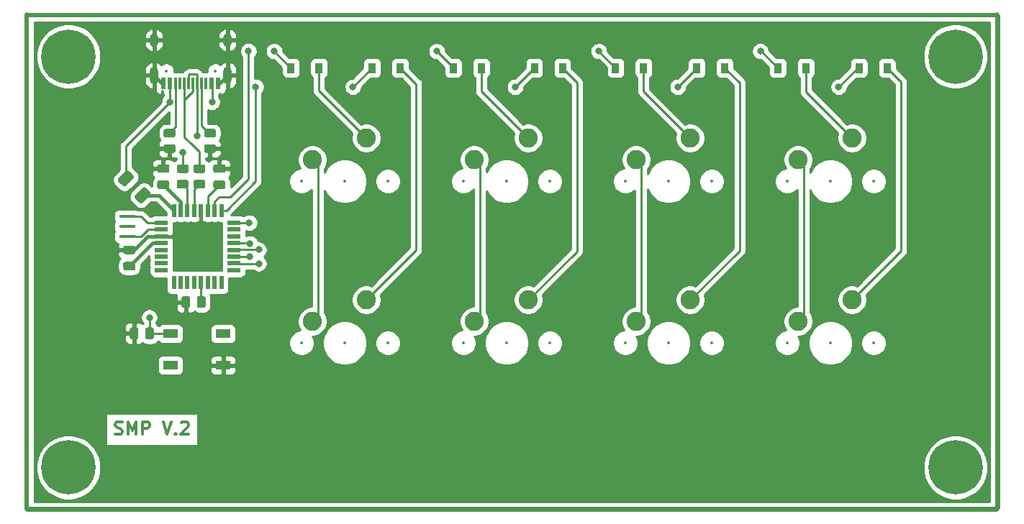
<source format=gtl>
%TF.GenerationSoftware,KiCad,Pcbnew,(5.1.10-1-10_14)*%
%TF.CreationDate,2021-08-26T10:17:17+08:00*%
%TF.ProjectId,SMP v.2,534d5020-762e-4322-9e6b-696361645f70,rev?*%
%TF.SameCoordinates,Original*%
%TF.FileFunction,Copper,L1,Top*%
%TF.FilePolarity,Positive*%
%FSLAX46Y46*%
G04 Gerber Fmt 4.6, Leading zero omitted, Abs format (unit mm)*
G04 Created by KiCad (PCBNEW (5.1.10-1-10_14)) date 2021-08-26 10:17:17*
%MOMM*%
%LPD*%
G01*
G04 APERTURE LIST*
%TA.AperFunction,Profile*%
%ADD10C,0.050000*%
%TD*%
%TA.AperFunction,NonConductor*%
%ADD11C,0.300000*%
%TD*%
%TA.AperFunction,NonConductor*%
%ADD12C,0.500000*%
%TD*%
%TA.AperFunction,SMDPad,CuDef*%
%ADD13R,0.550000X1.600000*%
%TD*%
%TA.AperFunction,SMDPad,CuDef*%
%ADD14R,1.600000X0.550000*%
%TD*%
%TA.AperFunction,SMDPad,CuDef*%
%ADD15R,0.900000X1.200000*%
%TD*%
%TA.AperFunction,ComponentPad*%
%ADD16C,2.250000*%
%TD*%
%TA.AperFunction,ComponentPad*%
%ADD17C,6.400000*%
%TD*%
%TA.AperFunction,SMDPad,CuDef*%
%ADD18R,1.900000X0.400000*%
%TD*%
%TA.AperFunction,SMDPad,CuDef*%
%ADD19R,1.800000X1.100000*%
%TD*%
%TA.AperFunction,ComponentPad*%
%ADD20O,1.000000X1.600000*%
%TD*%
%TA.AperFunction,ComponentPad*%
%ADD21O,1.000000X2.100000*%
%TD*%
%TA.AperFunction,SMDPad,CuDef*%
%ADD22R,0.300000X1.450000*%
%TD*%
%TA.AperFunction,SMDPad,CuDef*%
%ADD23R,0.600000X1.450000*%
%TD*%
%TA.AperFunction,ViaPad*%
%ADD24C,0.800000*%
%TD*%
%TA.AperFunction,Conductor*%
%ADD25C,0.254000*%
%TD*%
%TA.AperFunction,Conductor*%
%ADD26C,0.381000*%
%TD*%
%TA.AperFunction,Conductor*%
%ADD27C,0.100000*%
%TD*%
%ADD28C,0.350000*%
%ADD29O,0.600000X1.200000*%
%ADD30O,0.600000X1.700000*%
G04 APERTURE END LIST*
D10*
X156052520Y-83629500D02*
G75*
G02*
X155727400Y-83954620I-325120J0D01*
G01*
X155727400Y-25214580D02*
G75*
G02*
X156052520Y-25539700I0J-325120D01*
G01*
X41366440Y-25539700D02*
G75*
G02*
X41691560Y-25214580I325120J0D01*
G01*
X41689020Y-83957160D02*
G75*
G02*
X41363900Y-83632040I0J325120D01*
G01*
D11*
X52008151Y-74828482D02*
X52222437Y-74899911D01*
X52579580Y-74899911D01*
X52722437Y-74828482D01*
X52793865Y-74757054D01*
X52865294Y-74614197D01*
X52865294Y-74471340D01*
X52793865Y-74328482D01*
X52722437Y-74257054D01*
X52579580Y-74185625D01*
X52293865Y-74114197D01*
X52151008Y-74042768D01*
X52079580Y-73971340D01*
X52008151Y-73828482D01*
X52008151Y-73685625D01*
X52079580Y-73542768D01*
X52151008Y-73471340D01*
X52293865Y-73399911D01*
X52651008Y-73399911D01*
X52865294Y-73471340D01*
X53508151Y-74899911D02*
X53508151Y-73399911D01*
X54008151Y-74471340D01*
X54508151Y-73399911D01*
X54508151Y-74899911D01*
X55222437Y-74899911D02*
X55222437Y-73399911D01*
X55793865Y-73399911D01*
X55936722Y-73471340D01*
X56008151Y-73542768D01*
X56079580Y-73685625D01*
X56079580Y-73899911D01*
X56008151Y-74042768D01*
X55936722Y-74114197D01*
X55793865Y-74185625D01*
X55222437Y-74185625D01*
X57651008Y-73399911D02*
X58151008Y-74899911D01*
X58651008Y-73399911D01*
X59151008Y-74757054D02*
X59222437Y-74828482D01*
X59151008Y-74899911D01*
X59079580Y-74828482D01*
X59151008Y-74757054D01*
X59151008Y-74899911D01*
X59793865Y-73542768D02*
X59865294Y-73471340D01*
X60008151Y-73399911D01*
X60365294Y-73399911D01*
X60508151Y-73471340D01*
X60579580Y-73542768D01*
X60651008Y-73685625D01*
X60651008Y-73828482D01*
X60579580Y-74042768D01*
X59722437Y-74899911D01*
X60651008Y-74899911D01*
D12*
X41640760Y-83677760D02*
X155778200Y-83677760D01*
X41641840Y-25488900D02*
X155778200Y-25488900D01*
X155778200Y-83677760D02*
X155778200Y-25488900D01*
X41640760Y-83677760D02*
X41641840Y-25488900D01*
D10*
X41366440Y-25539700D02*
X41363900Y-83632040D01*
X155727400Y-25214580D02*
X41691560Y-25214580D01*
X156052520Y-83629500D02*
X156052520Y-25539700D01*
X41689020Y-83957160D02*
X155727400Y-83954620D01*
D13*
%TO.P,U1,32*%
%TO.N,+5V*%
X58922000Y-48505800D03*
%TO.P,U1,31*%
X59722000Y-48505800D03*
%TO.P,U1,30*%
%TO.N,Net-(R3-Pad1)*%
X60522000Y-48505800D03*
%TO.P,U1,29*%
%TO.N,Net-(R2-Pad1)*%
X61322000Y-48505800D03*
%TO.P,U1,28*%
%TO.N,GND*%
X62122000Y-48505800D03*
%TO.P,U1,27*%
%TO.N,Net-(C1-Pad1)*%
X62922000Y-48505800D03*
%TO.P,U1,26*%
%TO.N,ROW1*%
X63722000Y-48505800D03*
%TO.P,U1,25*%
%TO.N,ROW0*%
X64522000Y-48505800D03*
D14*
%TO.P,U1,24*%
%TO.N,Net-(R1-Pad2)*%
X65972000Y-49955800D03*
%TO.P,U1,23*%
%TO.N,Net-(U1-Pad23)*%
X65972000Y-50755800D03*
%TO.P,U1,22*%
%TO.N,Net-(U1-Pad22)*%
X65972000Y-51555800D03*
%TO.P,U1,21*%
%TO.N,COL3*%
X65972000Y-52355800D03*
%TO.P,U1,20*%
%TO.N,COL2*%
X65972000Y-53155800D03*
%TO.P,U1,19*%
%TO.N,COL1*%
X65972000Y-53955800D03*
%TO.P,U1,18*%
%TO.N,COL0*%
X65972000Y-54755800D03*
%TO.P,U1,17*%
%TO.N,Net-(U1-Pad17)*%
X65972000Y-55555800D03*
D13*
%TO.P,U1,16*%
%TO.N,Net-(U1-Pad16)*%
X64522000Y-57005800D03*
%TO.P,U1,15*%
%TO.N,Net-(U1-Pad15)*%
X63722000Y-57005800D03*
%TO.P,U1,14*%
%TO.N,Net-(U1-Pad14)*%
X62922000Y-57005800D03*
%TO.P,U1,13*%
%TO.N,Net-(R6-Pad2)*%
X62122000Y-57005800D03*
%TO.P,U1,12*%
%TO.N,Net-(U1-Pad12)*%
X61322000Y-57005800D03*
%TO.P,U1,11*%
%TO.N,Net-(U1-Pad11)*%
X60522000Y-57005800D03*
%TO.P,U1,10*%
%TO.N,Net-(U1-Pad10)*%
X59722000Y-57005800D03*
%TO.P,U1,9*%
%TO.N,Net-(U1-Pad9)*%
X58922000Y-57005800D03*
D14*
%TO.P,U1,8*%
%TO.N,Net-(U1-Pad8)*%
X57472000Y-55555800D03*
%TO.P,U1,7*%
%TO.N,Net-(U1-Pad7)*%
X57472000Y-54755800D03*
%TO.P,U1,6*%
%TO.N,Net-(U1-Pad6)*%
X57472000Y-53955800D03*
%TO.P,U1,5*%
%TO.N,Net-(U1-Pad5)*%
X57472000Y-53155800D03*
%TO.P,U1,4*%
%TO.N,+5V*%
X57472000Y-52355800D03*
%TO.P,U1,3*%
%TO.N,GND*%
X57472000Y-51555800D03*
%TO.P,U1,2*%
%TO.N,Net-(U1-Pad2)*%
X57472000Y-50755800D03*
%TO.P,U1,1*%
%TO.N,Net-(U1-Pad1)*%
X57472000Y-49955800D03*
%TD*%
D15*
%TO.P,D8,2*%
%TO.N,Net-(D8-Pad2)*%
X123738350Y-31732220D03*
%TO.P,D8,1*%
%TO.N,ROW0*%
X120438350Y-31732220D03*
%TD*%
%TO.P,D7,2*%
%TO.N,Net-(D7-Pad2)*%
X104642346Y-31732220D03*
%TO.P,D7,1*%
%TO.N,ROW0*%
X101342346Y-31732220D03*
%TD*%
%TO.P,D6,2*%
%TO.N,Net-(D6-Pad2)*%
X114190348Y-31732220D03*
%TO.P,D6,1*%
%TO.N,ROW1*%
X110890348Y-31732220D03*
%TD*%
%TO.P,D5,2*%
%TO.N,Net-(D5-Pad2)*%
X95094344Y-31732220D03*
%TO.P,D5,1*%
%TO.N,ROW1*%
X91794344Y-31732220D03*
%TD*%
%TO.P,D4,2*%
%TO.N,Net-(D4-Pad2)*%
X142834360Y-31732220D03*
%TO.P,D4,1*%
%TO.N,ROW0*%
X139534360Y-31732220D03*
%TD*%
%TO.P,D3,2*%
%TO.N,Net-(D3-Pad2)*%
X85546342Y-31732220D03*
%TO.P,D3,1*%
%TO.N,ROW0*%
X82246342Y-31732220D03*
%TD*%
%TO.P,D2,2*%
%TO.N,Net-(D2-Pad2)*%
X133286352Y-31732220D03*
%TO.P,D2,1*%
%TO.N,ROW1*%
X129986352Y-31732220D03*
%TD*%
%TO.P,D1,2*%
%TO.N,Net-(D1-Pad2)*%
X75998340Y-31732220D03*
%TO.P,D1,1*%
%TO.N,ROW1*%
X72698340Y-31732220D03*
%TD*%
D16*
%TO.P,MX8,1*%
%TO.N,COL3*%
X132375900Y-61596300D03*
%TO.P,MX8,2*%
%TO.N,Net-(D4-Pad2)*%
X138725900Y-59056300D03*
%TD*%
D17*
%TO.P,H4,1*%
%TO.N,Net-(H4-Pad1)*%
X46528800Y-78790800D03*
%TD*%
%TO.P,H3,1*%
%TO.N,Net-(H3-Pad1)*%
X46528800Y-30378400D03*
%TD*%
%TO.P,H2,1*%
%TO.N,Net-(H2-Pad1)*%
X150901400Y-78790800D03*
%TD*%
%TO.P,H1,1*%
%TO.N,Net-(H1-Pad1)*%
X150901400Y-30378400D03*
%TD*%
D18*
%TO.P,Y1,3*%
%TO.N,Net-(U1-Pad2)*%
X53416200Y-51619000D03*
%TO.P,Y1,2*%
%TO.N,GNDPWR*%
X53416200Y-50419000D03*
%TO.P,Y1,1*%
%TO.N,Net-(U1-Pad1)*%
X53416200Y-49219000D03*
%TD*%
D19*
%TO.P,SW1,1*%
%TO.N,GND*%
X64720400Y-66747000D03*
%TO.P,SW1,2*%
%TO.N,Net-(R1-Pad2)*%
X58520400Y-63047000D03*
%TO.P,SW1,3*%
%TO.N,N/C*%
X64720400Y-63047000D03*
%TO.P,SW1,4*%
X58520400Y-66747000D03*
%TD*%
%TO.P,R6,2*%
%TO.N,Net-(R6-Pad2)*%
%TA.AperFunction,SMDPad,CuDef*%
G36*
G01*
X61641300Y-59759001D02*
X61641300Y-58858999D01*
G75*
G02*
X61891299Y-58609000I249999J0D01*
G01*
X62416301Y-58609000D01*
G75*
G02*
X62666300Y-58858999I0J-249999D01*
G01*
X62666300Y-59759001D01*
G75*
G02*
X62416301Y-60009000I-249999J0D01*
G01*
X61891299Y-60009000D01*
G75*
G02*
X61641300Y-59759001I0J249999D01*
G01*
G37*
%TD.AperFunction*%
%TO.P,R6,1*%
%TO.N,GND*%
%TA.AperFunction,SMDPad,CuDef*%
G36*
G01*
X59816300Y-59759001D02*
X59816300Y-58858999D01*
G75*
G02*
X60066299Y-58609000I249999J0D01*
G01*
X60591301Y-58609000D01*
G75*
G02*
X60841300Y-58858999I0J-249999D01*
G01*
X60841300Y-59759001D01*
G75*
G02*
X60591301Y-60009000I-249999J0D01*
G01*
X60066299Y-60009000D01*
G75*
G02*
X59816300Y-59759001I0J249999D01*
G01*
G37*
%TD.AperFunction*%
%TD*%
%TO.P,R5,2*%
%TO.N,Net-(J1-PadB5)*%
%TA.AperFunction,SMDPad,CuDef*%
G36*
G01*
X58872541Y-39924400D02*
X57972539Y-39924400D01*
G75*
G02*
X57722540Y-39674401I0J249999D01*
G01*
X57722540Y-39149399D01*
G75*
G02*
X57972539Y-38899400I249999J0D01*
G01*
X58872541Y-38899400D01*
G75*
G02*
X59122540Y-39149399I0J-249999D01*
G01*
X59122540Y-39674401D01*
G75*
G02*
X58872541Y-39924400I-249999J0D01*
G01*
G37*
%TD.AperFunction*%
%TO.P,R5,1*%
%TO.N,GND*%
%TA.AperFunction,SMDPad,CuDef*%
G36*
G01*
X58872541Y-41749400D02*
X57972539Y-41749400D01*
G75*
G02*
X57722540Y-41499401I0J249999D01*
G01*
X57722540Y-40974399D01*
G75*
G02*
X57972539Y-40724400I249999J0D01*
G01*
X58872541Y-40724400D01*
G75*
G02*
X59122540Y-40974399I0J-249999D01*
G01*
X59122540Y-41499401D01*
G75*
G02*
X58872541Y-41749400I-249999J0D01*
G01*
G37*
%TD.AperFunction*%
%TD*%
%TO.P,R4,2*%
%TO.N,Net-(J1-PadA5)*%
%TA.AperFunction,SMDPad,CuDef*%
G36*
G01*
X63629961Y-39924400D02*
X62729959Y-39924400D01*
G75*
G02*
X62479960Y-39674401I0J249999D01*
G01*
X62479960Y-39149399D01*
G75*
G02*
X62729959Y-38899400I249999J0D01*
G01*
X63629961Y-38899400D01*
G75*
G02*
X63879960Y-39149399I0J-249999D01*
G01*
X63879960Y-39674401D01*
G75*
G02*
X63629961Y-39924400I-249999J0D01*
G01*
G37*
%TD.AperFunction*%
%TO.P,R4,1*%
%TO.N,GND*%
%TA.AperFunction,SMDPad,CuDef*%
G36*
G01*
X63629961Y-41749400D02*
X62729959Y-41749400D01*
G75*
G02*
X62479960Y-41499401I0J249999D01*
G01*
X62479960Y-40974399D01*
G75*
G02*
X62729959Y-40724400I249999J0D01*
G01*
X63629961Y-40724400D01*
G75*
G02*
X63879960Y-40974399I0J-249999D01*
G01*
X63879960Y-41499401D01*
G75*
G02*
X63629961Y-41749400I-249999J0D01*
G01*
G37*
%TD.AperFunction*%
%TD*%
%TO.P,R3,2*%
%TO.N,D-*%
%TA.AperFunction,SMDPad,CuDef*%
G36*
G01*
X60419401Y-44124300D02*
X59519399Y-44124300D01*
G75*
G02*
X59269400Y-43874301I0J249999D01*
G01*
X59269400Y-43349299D01*
G75*
G02*
X59519399Y-43099300I249999J0D01*
G01*
X60419401Y-43099300D01*
G75*
G02*
X60669400Y-43349299I0J-249999D01*
G01*
X60669400Y-43874301D01*
G75*
G02*
X60419401Y-44124300I-249999J0D01*
G01*
G37*
%TD.AperFunction*%
%TO.P,R3,1*%
%TO.N,Net-(R3-Pad1)*%
%TA.AperFunction,SMDPad,CuDef*%
G36*
G01*
X60419401Y-45949300D02*
X59519399Y-45949300D01*
G75*
G02*
X59269400Y-45699301I0J249999D01*
G01*
X59269400Y-45174299D01*
G75*
G02*
X59519399Y-44924300I249999J0D01*
G01*
X60419401Y-44924300D01*
G75*
G02*
X60669400Y-45174299I0J-249999D01*
G01*
X60669400Y-45699301D01*
G75*
G02*
X60419401Y-45949300I-249999J0D01*
G01*
G37*
%TD.AperFunction*%
%TD*%
%TO.P,R2,2*%
%TO.N,D+*%
%TA.AperFunction,SMDPad,CuDef*%
G36*
G01*
X62375201Y-44124300D02*
X61475199Y-44124300D01*
G75*
G02*
X61225200Y-43874301I0J249999D01*
G01*
X61225200Y-43349299D01*
G75*
G02*
X61475199Y-43099300I249999J0D01*
G01*
X62375201Y-43099300D01*
G75*
G02*
X62625200Y-43349299I0J-249999D01*
G01*
X62625200Y-43874301D01*
G75*
G02*
X62375201Y-44124300I-249999J0D01*
G01*
G37*
%TD.AperFunction*%
%TO.P,R2,1*%
%TO.N,Net-(R2-Pad1)*%
%TA.AperFunction,SMDPad,CuDef*%
G36*
G01*
X62375201Y-45949300D02*
X61475199Y-45949300D01*
G75*
G02*
X61225200Y-45699301I0J249999D01*
G01*
X61225200Y-45174299D01*
G75*
G02*
X61475199Y-44924300I249999J0D01*
G01*
X62375201Y-44924300D01*
G75*
G02*
X62625200Y-45174299I0J-249999D01*
G01*
X62625200Y-45699301D01*
G75*
G02*
X62375201Y-45949300I-249999J0D01*
G01*
G37*
%TD.AperFunction*%
%TD*%
%TO.P,R1,2*%
%TO.N,Net-(R1-Pad2)*%
%TA.AperFunction,SMDPad,CuDef*%
G36*
G01*
X55552920Y-63444541D02*
X55552920Y-62544539D01*
G75*
G02*
X55802919Y-62294540I249999J0D01*
G01*
X56327921Y-62294540D01*
G75*
G02*
X56577920Y-62544539I0J-249999D01*
G01*
X56577920Y-63444541D01*
G75*
G02*
X56327921Y-63694540I-249999J0D01*
G01*
X55802919Y-63694540D01*
G75*
G02*
X55552920Y-63444541I0J249999D01*
G01*
G37*
%TD.AperFunction*%
%TO.P,R1,1*%
%TO.N,GND*%
%TA.AperFunction,SMDPad,CuDef*%
G36*
G01*
X53727920Y-63444541D02*
X53727920Y-62544539D01*
G75*
G02*
X53977919Y-62294540I249999J0D01*
G01*
X54502921Y-62294540D01*
G75*
G02*
X54752920Y-62544539I0J-249999D01*
G01*
X54752920Y-63444541D01*
G75*
G02*
X54502921Y-63694540I-249999J0D01*
G01*
X53977919Y-63694540D01*
G75*
G02*
X53727920Y-63444541I0J249999D01*
G01*
G37*
%TD.AperFunction*%
%TD*%
D20*
%TO.P,J1,S1*%
%TO.N,GND*%
X56592400Y-28439400D03*
X65232400Y-28439400D03*
D21*
X65232400Y-32619400D03*
X56592400Y-32619400D03*
D22*
%TO.P,J1,A6*%
%TO.N,D+*%
X61162400Y-33534400D03*
%TO.P,J1,B5*%
%TO.N,Net-(J1-PadB5)*%
X59162400Y-33534400D03*
%TO.P,J1,A8*%
%TO.N,Net-(J1-PadA8)*%
X59662400Y-33534400D03*
%TO.P,J1,B6*%
%TO.N,D+*%
X60162400Y-33534400D03*
%TO.P,J1,A7*%
%TO.N,D-*%
X60662400Y-33534400D03*
%TO.P,J1,B7*%
X61662400Y-33534400D03*
%TO.P,J1,A5*%
%TO.N,Net-(J1-PadA5)*%
X62162400Y-33534400D03*
%TO.P,J1,B8*%
%TO.N,Net-(J1-PadB8)*%
X62662400Y-33534400D03*
D23*
%TO.P,J1,A12*%
%TO.N,GND*%
X57662400Y-33534400D03*
%TO.P,J1,B4*%
%TO.N,Net-(F1-Pad2)*%
X58462400Y-33534400D03*
%TO.P,J1,A4*%
X63362400Y-33534400D03*
%TO.P,J1,A1*%
%TO.N,GND*%
X64162400Y-33534400D03*
%TO.P,J1,B12*%
X64162400Y-33534400D03*
%TO.P,J1,B9*%
%TO.N,Net-(F1-Pad2)*%
X63362400Y-33534400D03*
%TO.P,J1,A9*%
X58462400Y-33534400D03*
%TO.P,J1,B1*%
%TO.N,GND*%
X57662400Y-33534400D03*
%TD*%
%TO.P,F1,2*%
%TO.N,Net-(F1-Pad2)*%
%TA.AperFunction,SMDPad,CuDef*%
G36*
G01*
X54154066Y-44743402D02*
X53270182Y-45627286D01*
G75*
G02*
X52916628Y-45627286I-176777J176777D01*
G01*
X52386298Y-45096956D01*
G75*
G02*
X52386298Y-44743402I176777J176777D01*
G01*
X53270182Y-43859518D01*
G75*
G02*
X53623736Y-43859518I176777J-176777D01*
G01*
X54154066Y-44389848D01*
G75*
G02*
X54154066Y-44743402I-176777J-176777D01*
G01*
G37*
%TD.AperFunction*%
%TO.P,F1,1*%
%TO.N,+5V*%
%TA.AperFunction,SMDPad,CuDef*%
G36*
G01*
X56133964Y-46723300D02*
X55250080Y-47607184D01*
G75*
G02*
X54896526Y-47607184I-176777J176777D01*
G01*
X54366196Y-47076854D01*
G75*
G02*
X54366196Y-46723300I176777J176777D01*
G01*
X55250080Y-45839416D01*
G75*
G02*
X55603634Y-45839416I176777J-176777D01*
G01*
X56133964Y-46369746D01*
G75*
G02*
X56133964Y-46723300I-176777J-176777D01*
G01*
G37*
%TD.AperFunction*%
%TD*%
%TO.P,C5,2*%
%TO.N,GND*%
%TA.AperFunction,SMDPad,CuDef*%
G36*
G01*
X54150280Y-53674820D02*
X53200280Y-53674820D01*
G75*
G02*
X52950280Y-53424820I0J250000D01*
G01*
X52950280Y-52924820D01*
G75*
G02*
X53200280Y-52674820I250000J0D01*
G01*
X54150280Y-52674820D01*
G75*
G02*
X54400280Y-52924820I0J-250000D01*
G01*
X54400280Y-53424820D01*
G75*
G02*
X54150280Y-53674820I-250000J0D01*
G01*
G37*
%TD.AperFunction*%
%TO.P,C5,1*%
%TO.N,+5V*%
%TA.AperFunction,SMDPad,CuDef*%
G36*
G01*
X54150280Y-55574820D02*
X53200280Y-55574820D01*
G75*
G02*
X52950280Y-55324820I0J250000D01*
G01*
X52950280Y-54824820D01*
G75*
G02*
X53200280Y-54574820I250000J0D01*
G01*
X54150280Y-54574820D01*
G75*
G02*
X54400280Y-54824820I0J-250000D01*
G01*
X54400280Y-55324820D01*
G75*
G02*
X54150280Y-55574820I-250000J0D01*
G01*
G37*
%TD.AperFunction*%
%TD*%
%TO.P,C4,2*%
%TO.N,GND*%
%TA.AperFunction,SMDPad,CuDef*%
G36*
G01*
X58158400Y-44091400D02*
X57208400Y-44091400D01*
G75*
G02*
X56958400Y-43841400I0J250000D01*
G01*
X56958400Y-43341400D01*
G75*
G02*
X57208400Y-43091400I250000J0D01*
G01*
X58158400Y-43091400D01*
G75*
G02*
X58408400Y-43341400I0J-250000D01*
G01*
X58408400Y-43841400D01*
G75*
G02*
X58158400Y-44091400I-250000J0D01*
G01*
G37*
%TD.AperFunction*%
%TO.P,C4,1*%
%TO.N,+5V*%
%TA.AperFunction,SMDPad,CuDef*%
G36*
G01*
X58158400Y-45991400D02*
X57208400Y-45991400D01*
G75*
G02*
X56958400Y-45741400I0J250000D01*
G01*
X56958400Y-45241400D01*
G75*
G02*
X57208400Y-44991400I250000J0D01*
G01*
X58158400Y-44991400D01*
G75*
G02*
X58408400Y-45241400I0J-250000D01*
G01*
X58408400Y-45741400D01*
G75*
G02*
X58158400Y-45991400I-250000J0D01*
G01*
G37*
%TD.AperFunction*%
%TD*%
%TO.P,C1,2*%
%TO.N,GND*%
%TA.AperFunction,SMDPad,CuDef*%
G36*
G01*
X64762400Y-44091400D02*
X63812400Y-44091400D01*
G75*
G02*
X63562400Y-43841400I0J250000D01*
G01*
X63562400Y-43341400D01*
G75*
G02*
X63812400Y-43091400I250000J0D01*
G01*
X64762400Y-43091400D01*
G75*
G02*
X65012400Y-43341400I0J-250000D01*
G01*
X65012400Y-43841400D01*
G75*
G02*
X64762400Y-44091400I-250000J0D01*
G01*
G37*
%TD.AperFunction*%
%TO.P,C1,1*%
%TO.N,Net-(C1-Pad1)*%
%TA.AperFunction,SMDPad,CuDef*%
G36*
G01*
X64762400Y-45991400D02*
X63812400Y-45991400D01*
G75*
G02*
X63562400Y-45741400I0J250000D01*
G01*
X63562400Y-45241400D01*
G75*
G02*
X63812400Y-44991400I250000J0D01*
G01*
X64762400Y-44991400D01*
G75*
G02*
X65012400Y-45241400I0J-250000D01*
G01*
X65012400Y-45741400D01*
G75*
G02*
X64762400Y-45991400I-250000J0D01*
G01*
G37*
%TD.AperFunction*%
%TD*%
D16*
%TO.P,MX7,1*%
%TO.N,COL2*%
X113325900Y-61596300D03*
%TO.P,MX7,2*%
%TO.N,Net-(D8-Pad2)*%
X119675900Y-59056300D03*
%TD*%
%TO.P,MX6,1*%
%TO.N,COL1*%
X94275900Y-61596300D03*
%TO.P,MX6,2*%
%TO.N,Net-(D7-Pad2)*%
X100625900Y-59056300D03*
%TD*%
%TO.P,MX5,1*%
%TO.N,COL0*%
X75225900Y-61596300D03*
%TO.P,MX5,2*%
%TO.N,Net-(D3-Pad2)*%
X81575900Y-59056300D03*
%TD*%
%TO.P,MX4,1*%
%TO.N,COL3*%
X132375900Y-42546300D03*
%TO.P,MX4,2*%
%TO.N,Net-(D2-Pad2)*%
X138725900Y-40006300D03*
%TD*%
%TO.P,MX3,1*%
%TO.N,COL2*%
X113325900Y-42546300D03*
%TO.P,MX3,2*%
%TO.N,Net-(D6-Pad2)*%
X119675900Y-40006300D03*
%TD*%
%TO.P,MX2,1*%
%TO.N,COL1*%
X94275900Y-42546300D03*
%TO.P,MX2,2*%
%TO.N,Net-(D5-Pad2)*%
X100625900Y-40006300D03*
%TD*%
%TO.P,MX1,1*%
%TO.N,COL0*%
X75225900Y-42546300D03*
%TO.P,MX1,2*%
%TO.N,Net-(D1-Pad2)*%
X81575900Y-40006300D03*
%TD*%
D24*
%TO.N,ROW0*%
X137137140Y-33964880D03*
X68552620Y-33959800D03*
X79984600Y-33964880D03*
X99087940Y-33964880D03*
X118216680Y-33964880D03*
%TO.N,ROW1*%
X108920280Y-29763720D03*
X127934720Y-29761180D03*
X89849960Y-29763720D03*
X67703700Y-29758640D03*
X70723760Y-29763720D03*
%TO.N,COL0*%
X68910200Y-54762400D03*
%TO.N,COL1*%
X67884040Y-53959760D03*
%TO.N,COL2*%
X68910200Y-53152040D03*
%TO.N,COL3*%
X67871340Y-52420900D03*
%TO.N,Net-(F1-Pad2)*%
X63406022Y-35745420D03*
X58433503Y-35745417D03*
%TO.N,D-*%
X59969400Y-41656004D03*
X61658499Y-39766241D03*
%TO.N,Net-(R1-Pad2)*%
X56040020Y-61127640D03*
X67804378Y-49955800D03*
%TD*%
D25*
%TO.N,Net-(D1-Pad2)*%
X75998340Y-34428740D02*
X81575900Y-40006300D01*
X75998340Y-31732220D02*
X75998340Y-34428740D01*
%TO.N,ROW0*%
X139369800Y-31732220D02*
X137137140Y-33964880D01*
X139534360Y-31732220D02*
X139369800Y-31732220D01*
X82217260Y-31732220D02*
X79984600Y-33964880D01*
X82246342Y-31732220D02*
X82217260Y-31732220D01*
X101342346Y-31732220D02*
X101320600Y-31732220D01*
X101320600Y-31732220D02*
X99087940Y-33964880D01*
X120438350Y-31743210D02*
X118216680Y-33964880D01*
X120438350Y-31732220D02*
X120438350Y-31743210D01*
X68557140Y-33964320D02*
X68552620Y-33959800D01*
X68557140Y-45062140D02*
X68557140Y-33964320D01*
X65113480Y-48505800D02*
X68557140Y-45062140D01*
X64522000Y-48505800D02*
X65113480Y-48505800D01*
%TO.N,Net-(D2-Pad2)*%
X133286352Y-34566752D02*
X138725900Y-40006300D01*
X133286352Y-31732220D02*
X133286352Y-34566752D01*
%TO.N,Net-(D3-Pad2)*%
X87431880Y-53200320D02*
X81575900Y-59056300D01*
X87431880Y-33617758D02*
X87431880Y-53200320D01*
X85546342Y-31732220D02*
X87431880Y-33617758D01*
%TO.N,Net-(D4-Pad2)*%
X144498060Y-53284140D02*
X138725900Y-59056300D01*
X144498060Y-33395920D02*
X144498060Y-53284140D01*
X142834360Y-31732220D02*
X144498060Y-33395920D01*
%TO.N,ROW1*%
X110888780Y-31732220D02*
X108920280Y-29763720D01*
X110890348Y-31732220D02*
X110888780Y-31732220D01*
X129986352Y-31732220D02*
X128015312Y-29761180D01*
X128015312Y-29761180D02*
X127934720Y-29761180D01*
X91794344Y-31732220D02*
X91794344Y-31708104D01*
X91794344Y-31708104D02*
X89849960Y-29763720D01*
X72698340Y-31732220D02*
X72692260Y-31732220D01*
X72692260Y-31732220D02*
X70723760Y-29763720D01*
X65603120Y-46890940D02*
X67703700Y-44790360D01*
X64282860Y-46890940D02*
X65603120Y-46890940D01*
X63722000Y-47451800D02*
X64282860Y-46890940D01*
X67703700Y-44790360D02*
X67703700Y-29758640D01*
X63722000Y-48505800D02*
X63722000Y-47451800D01*
%TO.N,COL0*%
X65978600Y-54762400D02*
X65972000Y-54755800D01*
X68910200Y-54762400D02*
X65978600Y-54762400D01*
X75867260Y-60954940D02*
X75225900Y-61596300D01*
X75867260Y-43187660D02*
X75867260Y-60954940D01*
X75225900Y-42546300D02*
X75867260Y-43187660D01*
%TO.N,COL1*%
X66003600Y-53924200D02*
X65972000Y-53955800D01*
X65975960Y-53959760D02*
X65972000Y-53955800D01*
X67884040Y-53959760D02*
X65975960Y-53959760D01*
X94950280Y-60921920D02*
X94275900Y-61596300D01*
X94950280Y-43220680D02*
X94950280Y-60921920D01*
X94275900Y-42546300D02*
X94950280Y-43220680D01*
%TO.N,COL2*%
X65975760Y-53152040D02*
X65972000Y-53155800D01*
X68889880Y-53152040D02*
X65975760Y-53152040D01*
X113898680Y-61023520D02*
X113325900Y-61596300D01*
X113898680Y-43119080D02*
X113898680Y-61023520D01*
X113325900Y-42546300D02*
X113898680Y-43119080D01*
%TO.N,COL3*%
X65972000Y-52355800D02*
X67806240Y-52355800D01*
X67806240Y-52355800D02*
X67871340Y-52420900D01*
X133007100Y-43177500D02*
X133007100Y-60965100D01*
X133007100Y-60965100D02*
X132375900Y-61596300D01*
X132375900Y-42546300D02*
X133007100Y-43177500D01*
%TO.N,Net-(U1-Pad1)*%
X55086400Y-49219000D02*
X53416200Y-49219000D01*
X57472000Y-49955800D02*
X55823200Y-49955800D01*
X55823200Y-49955800D02*
X55086400Y-49219000D01*
D26*
%TO.N,GND*%
X60253000Y-51555800D02*
X57472000Y-51555800D01*
X62122000Y-49686800D02*
X60253000Y-51555800D01*
X62122000Y-48505800D02*
X62122000Y-49686800D01*
X54237048Y-53174820D02*
X53675280Y-53174820D01*
X57472000Y-51555800D02*
X55856068Y-51555800D01*
X55856068Y-51555800D02*
X54237048Y-53174820D01*
X55928128Y-51555800D02*
X57472000Y-51555800D01*
X57507400Y-33534400D02*
X56592400Y-32619400D01*
X57662400Y-33534400D02*
X57507400Y-33534400D01*
X64317400Y-33534400D02*
X65232400Y-32619400D01*
X64162400Y-33534400D02*
X64317400Y-33534400D01*
D25*
%TO.N,Net-(C1-Pad1)*%
X62922000Y-46856800D02*
X62922000Y-48505800D01*
X64287400Y-45491400D02*
X62922000Y-46856800D01*
D26*
%TO.N,+5V*%
X59722000Y-47504600D02*
X59722000Y-48505800D01*
X57708800Y-45491400D02*
X59722000Y-47504600D01*
X57683400Y-45491400D02*
X57708800Y-45491400D01*
X57139500Y-46723300D02*
X58922000Y-48505800D01*
X55250080Y-46723300D02*
X57139500Y-46723300D01*
X57472000Y-52355800D02*
X56394300Y-52355800D01*
X56394300Y-52355800D02*
X53675280Y-55074820D01*
D25*
%TO.N,Net-(F1-Pad2)*%
X63562400Y-35749400D02*
X63558420Y-35745420D01*
X63558420Y-35745420D02*
X63406022Y-35745420D01*
X58653180Y-35745420D02*
X58483500Y-35745420D01*
X58483500Y-35745420D02*
X58483503Y-35745417D01*
X53270182Y-44743402D02*
X53270182Y-40958738D01*
X53270182Y-40958738D02*
X58483503Y-35745417D01*
X63406022Y-33578022D02*
X63362400Y-33534400D01*
X63406022Y-35745420D02*
X63406022Y-33578022D01*
X58483503Y-33555503D02*
X58462400Y-33534400D01*
X58483503Y-35745417D02*
X58483503Y-33555503D01*
%TO.N,Net-(J1-PadA5)*%
X63016120Y-39411900D02*
X63179960Y-39411900D01*
X62162400Y-38558180D02*
X63016120Y-39411900D01*
X62162400Y-33534400D02*
X62162400Y-38558180D01*
%TO.N,D-*%
X59969400Y-41656004D02*
X59969400Y-43611800D01*
X61662400Y-32570798D02*
X61662400Y-33534400D01*
X60750799Y-32482399D02*
X61574001Y-32482399D01*
X60662400Y-32570798D02*
X60750799Y-32482399D01*
X61574001Y-32482399D02*
X61662400Y-32570798D01*
X60662400Y-33534400D02*
X60662400Y-32570798D01*
X61862400Y-39763002D02*
X61661738Y-39763002D01*
X61661738Y-39763002D02*
X61658499Y-39766241D01*
X61662400Y-33534400D02*
X61662400Y-39762340D01*
X61662400Y-39762340D02*
X61658499Y-39766241D01*
%TO.N,D+*%
X62026800Y-43510200D02*
X61925200Y-43611800D01*
X61925200Y-41630600D02*
X61925200Y-43611800D01*
X60162400Y-39867800D02*
X60970160Y-40675560D01*
X60970160Y-40675560D02*
X61925200Y-41630600D01*
X60350400Y-40055800D02*
X60970160Y-40675560D01*
X60265700Y-35410100D02*
X60162400Y-35410100D01*
X61162400Y-33534400D02*
X61162400Y-34513400D01*
X61162400Y-34513400D02*
X60265700Y-35410100D01*
X60162400Y-35410100D02*
X60162400Y-39867800D01*
X60162400Y-33534400D02*
X60162400Y-35410100D01*
%TO.N,Net-(J1-PadB5)*%
X59162400Y-38672040D02*
X58422540Y-39411900D01*
X59162400Y-33534400D02*
X59162400Y-38672040D01*
%TO.N,Net-(R1-Pad2)*%
X58746700Y-63019300D02*
X58774400Y-63047000D01*
X58467940Y-62994540D02*
X58520400Y-63047000D01*
X56065420Y-62994540D02*
X58467940Y-62994540D01*
X56040020Y-61127640D02*
X56040020Y-62969140D01*
X56040020Y-62969140D02*
X56065420Y-62994540D01*
X65972000Y-49955800D02*
X67804378Y-49955800D01*
%TO.N,Net-(R2-Pad1)*%
X61322000Y-46040000D02*
X61322000Y-48505800D01*
X61925200Y-45436800D02*
X61322000Y-46040000D01*
%TO.N,Net-(R3-Pad1)*%
X60522000Y-45989400D02*
X60522000Y-48505800D01*
X59969400Y-45436800D02*
X60522000Y-45989400D01*
%TO.N,Net-(R6-Pad2)*%
X62122000Y-59277200D02*
X62153800Y-59309000D01*
X62122000Y-57005800D02*
X62122000Y-59277200D01*
%TO.N,Net-(D5-Pad2)*%
X95094344Y-34474744D02*
X100625900Y-40006300D01*
X95094344Y-31732220D02*
X95094344Y-34474744D01*
%TO.N,Net-(D6-Pad2)*%
X114190348Y-34520748D02*
X119675900Y-40006300D01*
X114190348Y-31732220D02*
X114190348Y-34520748D01*
%TO.N,Net-(D7-Pad2)*%
X106357420Y-53324780D02*
X100625900Y-59056300D01*
X106357420Y-33447294D02*
X106357420Y-53324780D01*
X104642346Y-31732220D02*
X106357420Y-33447294D01*
%TO.N,Net-(D8-Pad2)*%
X125476000Y-53256200D02*
X119675900Y-59056300D01*
X125476000Y-33469870D02*
X125476000Y-53256200D01*
X123738350Y-31732220D02*
X125476000Y-33469870D01*
%TO.N,Net-(U1-Pad23)*%
X65985720Y-50769520D02*
X65972000Y-50755800D01*
%TO.N,Net-(U1-Pad2)*%
X55061000Y-51619000D02*
X53416200Y-51619000D01*
X55924200Y-50755800D02*
X55061000Y-51619000D01*
X57472000Y-50755800D02*
X55924200Y-50755800D01*
%TO.N,Net-(U1-Pad17)*%
X65972000Y-55555800D02*
X65995200Y-55555800D01*
%TO.N,Net-(U1-Pad22)*%
X65973420Y-51554380D02*
X65972000Y-51555800D01*
%TD*%
%TO.N,GND*%
X154893200Y-82792760D02*
X42525776Y-82792760D01*
X42525857Y-78413085D01*
X42693800Y-78413085D01*
X42693800Y-79168515D01*
X42841177Y-79909428D01*
X43130267Y-80607354D01*
X43549961Y-81235470D01*
X44084130Y-81769639D01*
X44712246Y-82189333D01*
X45410172Y-82478423D01*
X46151085Y-82625800D01*
X46906515Y-82625800D01*
X47647428Y-82478423D01*
X48345354Y-82189333D01*
X48973470Y-81769639D01*
X49507639Y-81235470D01*
X49927333Y-80607354D01*
X50216423Y-79909428D01*
X50363800Y-79168515D01*
X50363800Y-78413085D01*
X147066400Y-78413085D01*
X147066400Y-79168515D01*
X147213777Y-79909428D01*
X147502867Y-80607354D01*
X147922561Y-81235470D01*
X148456730Y-81769639D01*
X149084846Y-82189333D01*
X149782772Y-82478423D01*
X150523685Y-82625800D01*
X151279115Y-82625800D01*
X152020028Y-82478423D01*
X152717954Y-82189333D01*
X153346070Y-81769639D01*
X153880239Y-81235470D01*
X154299933Y-80607354D01*
X154589023Y-79909428D01*
X154736400Y-79168515D01*
X154736400Y-78413085D01*
X154589023Y-77672172D01*
X154299933Y-76974246D01*
X153880239Y-76346130D01*
X153346070Y-75811961D01*
X152717954Y-75392267D01*
X152020028Y-75103177D01*
X151279115Y-74955800D01*
X150523685Y-74955800D01*
X149782772Y-75103177D01*
X149084846Y-75392267D01*
X148456730Y-75811961D01*
X147922561Y-76346130D01*
X147502867Y-76974246D01*
X147213777Y-77672172D01*
X147066400Y-78413085D01*
X50363800Y-78413085D01*
X50216423Y-77672172D01*
X49927333Y-76974246D01*
X49507639Y-76346130D01*
X48973470Y-75811961D01*
X48345354Y-75392267D01*
X47647428Y-75103177D01*
X46906515Y-74955800D01*
X46151085Y-74955800D01*
X45410172Y-75103177D01*
X44712246Y-75392267D01*
X44084130Y-75811961D01*
X43549961Y-76346130D01*
X43130267Y-76974246D01*
X42841177Y-77672172D01*
X42693800Y-78413085D01*
X42525857Y-78413085D01*
X42525967Y-72431340D01*
X50937437Y-72431340D01*
X50937437Y-76251340D01*
X61721723Y-76251340D01*
X61721723Y-72431340D01*
X50937437Y-72431340D01*
X42525967Y-72431340D01*
X42526081Y-66197000D01*
X56982328Y-66197000D01*
X56982328Y-67297000D01*
X56994588Y-67421482D01*
X57030898Y-67541180D01*
X57089863Y-67651494D01*
X57169215Y-67748185D01*
X57265906Y-67827537D01*
X57376220Y-67886502D01*
X57495918Y-67922812D01*
X57620400Y-67935072D01*
X59420400Y-67935072D01*
X59544882Y-67922812D01*
X59664580Y-67886502D01*
X59774894Y-67827537D01*
X59871585Y-67748185D01*
X59950937Y-67651494D01*
X60009902Y-67541180D01*
X60046212Y-67421482D01*
X60058472Y-67297000D01*
X63182328Y-67297000D01*
X63194588Y-67421482D01*
X63230898Y-67541180D01*
X63289863Y-67651494D01*
X63369215Y-67748185D01*
X63465906Y-67827537D01*
X63576220Y-67886502D01*
X63695918Y-67922812D01*
X63820400Y-67935072D01*
X64434650Y-67932000D01*
X64593400Y-67773250D01*
X64593400Y-66874000D01*
X64847400Y-66874000D01*
X64847400Y-67773250D01*
X65006150Y-67932000D01*
X65620400Y-67935072D01*
X65744882Y-67922812D01*
X65864580Y-67886502D01*
X65974894Y-67827537D01*
X66071585Y-67748185D01*
X66150937Y-67651494D01*
X66209902Y-67541180D01*
X66246212Y-67421482D01*
X66258472Y-67297000D01*
X66255400Y-67032750D01*
X66096650Y-66874000D01*
X64847400Y-66874000D01*
X64593400Y-66874000D01*
X63344150Y-66874000D01*
X63185400Y-67032750D01*
X63182328Y-67297000D01*
X60058472Y-67297000D01*
X60058472Y-66197000D01*
X63182328Y-66197000D01*
X63185400Y-66461250D01*
X63344150Y-66620000D01*
X64593400Y-66620000D01*
X64593400Y-65720750D01*
X64847400Y-65720750D01*
X64847400Y-66620000D01*
X66096650Y-66620000D01*
X66255400Y-66461250D01*
X66258472Y-66197000D01*
X66246212Y-66072518D01*
X66209902Y-65952820D01*
X66150937Y-65842506D01*
X66071585Y-65745815D01*
X65974894Y-65666463D01*
X65864580Y-65607498D01*
X65744882Y-65571188D01*
X65620400Y-65558928D01*
X65006150Y-65562000D01*
X64847400Y-65720750D01*
X64593400Y-65720750D01*
X64434650Y-65562000D01*
X63820400Y-65558928D01*
X63695918Y-65571188D01*
X63576220Y-65607498D01*
X63465906Y-65666463D01*
X63369215Y-65745815D01*
X63289863Y-65842506D01*
X63230898Y-65952820D01*
X63194588Y-66072518D01*
X63182328Y-66197000D01*
X60058472Y-66197000D01*
X60046212Y-66072518D01*
X60009902Y-65952820D01*
X59950937Y-65842506D01*
X59871585Y-65745815D01*
X59774894Y-65666463D01*
X59664580Y-65607498D01*
X59544882Y-65571188D01*
X59420400Y-65558928D01*
X57620400Y-65558928D01*
X57495918Y-65571188D01*
X57376220Y-65607498D01*
X57265906Y-65666463D01*
X57169215Y-65745815D01*
X57089863Y-65842506D01*
X57030898Y-65952820D01*
X56994588Y-66072518D01*
X56982328Y-66197000D01*
X42526081Y-66197000D01*
X42526128Y-63694540D01*
X53089848Y-63694540D01*
X53102108Y-63819022D01*
X53138418Y-63938720D01*
X53197383Y-64049034D01*
X53276735Y-64145725D01*
X53373426Y-64225077D01*
X53483740Y-64284042D01*
X53603438Y-64320352D01*
X53727920Y-64332612D01*
X53954670Y-64329540D01*
X54113420Y-64170790D01*
X54113420Y-63121540D01*
X53251670Y-63121540D01*
X53092920Y-63280290D01*
X53089848Y-63694540D01*
X42526128Y-63694540D01*
X42526154Y-62294540D01*
X53089848Y-62294540D01*
X53092920Y-62708790D01*
X53251670Y-62867540D01*
X54113420Y-62867540D01*
X54113420Y-61818290D01*
X54367420Y-61818290D01*
X54367420Y-62867540D01*
X54387420Y-62867540D01*
X54387420Y-63121540D01*
X54367420Y-63121540D01*
X54367420Y-64170790D01*
X54526170Y-64329540D01*
X54752920Y-64332612D01*
X54877402Y-64320352D01*
X54997100Y-64284042D01*
X55107414Y-64225077D01*
X55204105Y-64145725D01*
X55228283Y-64116264D01*
X55309533Y-64182945D01*
X55463069Y-64265012D01*
X55629665Y-64315548D01*
X55802919Y-64332612D01*
X56327921Y-64332612D01*
X56501175Y-64315548D01*
X56667771Y-64265012D01*
X56821307Y-64182945D01*
X56955882Y-64072502D01*
X57066325Y-63937927D01*
X57074468Y-63922693D01*
X57089863Y-63951494D01*
X57169215Y-64048185D01*
X57265906Y-64127537D01*
X57376220Y-64186502D01*
X57495918Y-64222812D01*
X57620400Y-64235072D01*
X59420400Y-64235072D01*
X59544882Y-64222812D01*
X59664580Y-64186502D01*
X59774894Y-64127537D01*
X59871585Y-64048185D01*
X59950937Y-63951494D01*
X60009902Y-63841180D01*
X60046212Y-63721482D01*
X60058472Y-63597000D01*
X60058472Y-62497000D01*
X63182328Y-62497000D01*
X63182328Y-63597000D01*
X63194588Y-63721482D01*
X63230898Y-63841180D01*
X63289863Y-63951494D01*
X63369215Y-64048185D01*
X63465906Y-64127537D01*
X63576220Y-64186502D01*
X63695918Y-64222812D01*
X63820400Y-64235072D01*
X65620400Y-64235072D01*
X65744882Y-64222812D01*
X65864580Y-64186502D01*
X65974894Y-64127537D01*
X66071585Y-64048185D01*
X66150937Y-63951494D01*
X66209902Y-63841180D01*
X66246212Y-63721482D01*
X66258472Y-63597000D01*
X66258472Y-62497000D01*
X66246212Y-62372518D01*
X66209902Y-62252820D01*
X66150937Y-62142506D01*
X66071585Y-62045815D01*
X65974894Y-61966463D01*
X65864580Y-61907498D01*
X65744882Y-61871188D01*
X65620400Y-61858928D01*
X63820400Y-61858928D01*
X63695918Y-61871188D01*
X63576220Y-61907498D01*
X63465906Y-61966463D01*
X63369215Y-62045815D01*
X63289863Y-62142506D01*
X63230898Y-62252820D01*
X63194588Y-62372518D01*
X63182328Y-62497000D01*
X60058472Y-62497000D01*
X60046212Y-62372518D01*
X60009902Y-62252820D01*
X59950937Y-62142506D01*
X59871585Y-62045815D01*
X59774894Y-61966463D01*
X59664580Y-61907498D01*
X59544882Y-61871188D01*
X59420400Y-61858928D01*
X57620400Y-61858928D01*
X57495918Y-61871188D01*
X57376220Y-61907498D01*
X57265906Y-61966463D01*
X57169215Y-62045815D01*
X57105179Y-62123843D01*
X57066325Y-62051153D01*
X56955882Y-61916578D01*
X56823465Y-61807906D01*
X56843957Y-61787414D01*
X56957225Y-61617896D01*
X57035246Y-61429538D01*
X57075020Y-61229579D01*
X57075020Y-61025701D01*
X57035246Y-60825742D01*
X56957225Y-60637384D01*
X56843957Y-60467866D01*
X56699794Y-60323703D01*
X56530276Y-60210435D01*
X56341918Y-60132414D01*
X56141959Y-60092640D01*
X55938081Y-60092640D01*
X55738122Y-60132414D01*
X55549764Y-60210435D01*
X55380246Y-60323703D01*
X55236083Y-60467866D01*
X55122815Y-60637384D01*
X55044794Y-60825742D01*
X55005020Y-61025701D01*
X55005020Y-61229579D01*
X55044794Y-61429538D01*
X55122815Y-61617896D01*
X55236083Y-61787414D01*
X55278020Y-61829351D01*
X55278020Y-61831997D01*
X55228283Y-61872816D01*
X55204105Y-61843355D01*
X55107414Y-61764003D01*
X54997100Y-61705038D01*
X54877402Y-61668728D01*
X54752920Y-61656468D01*
X54526170Y-61659540D01*
X54367420Y-61818290D01*
X54113420Y-61818290D01*
X53954670Y-61659540D01*
X53727920Y-61656468D01*
X53603438Y-61668728D01*
X53483740Y-61705038D01*
X53373426Y-61764003D01*
X53276735Y-61843355D01*
X53197383Y-61940046D01*
X53138418Y-62050360D01*
X53102108Y-62170058D01*
X53089848Y-62294540D01*
X42526154Y-62294540D01*
X42526196Y-60009000D01*
X59178228Y-60009000D01*
X59190488Y-60133482D01*
X59226798Y-60253180D01*
X59285763Y-60363494D01*
X59365115Y-60460185D01*
X59461806Y-60539537D01*
X59572120Y-60598502D01*
X59691818Y-60634812D01*
X59816300Y-60647072D01*
X60043050Y-60644000D01*
X60201800Y-60485250D01*
X60201800Y-59436000D01*
X59340050Y-59436000D01*
X59181300Y-59594750D01*
X59178228Y-60009000D01*
X42526196Y-60009000D01*
X42526477Y-44920179D01*
X51675003Y-44920179D01*
X51692067Y-45093433D01*
X51742603Y-45260029D01*
X51824670Y-45413565D01*
X51935113Y-45548141D01*
X52465443Y-46078471D01*
X52600019Y-46188914D01*
X52753555Y-46270981D01*
X52920151Y-46321517D01*
X53093405Y-46338581D01*
X53266659Y-46321517D01*
X53433255Y-46270981D01*
X53586791Y-46188914D01*
X53721367Y-46078471D01*
X54605251Y-45194587D01*
X54715694Y-45060011D01*
X54797761Y-44906475D01*
X54848297Y-44739879D01*
X54865361Y-44566625D01*
X54848297Y-44393371D01*
X54797761Y-44226775D01*
X54715694Y-44073239D01*
X54605251Y-43938663D01*
X54074921Y-43408333D01*
X54032182Y-43373258D01*
X54032182Y-43091400D01*
X56320328Y-43091400D01*
X56323400Y-43305650D01*
X56482150Y-43464400D01*
X57556400Y-43464400D01*
X57556400Y-42615150D01*
X57397650Y-42456400D01*
X56958400Y-42453328D01*
X56833918Y-42465588D01*
X56714220Y-42501898D01*
X56603906Y-42560863D01*
X56507215Y-42640215D01*
X56427863Y-42736906D01*
X56368898Y-42847220D01*
X56332588Y-42966918D01*
X56320328Y-43091400D01*
X54032182Y-43091400D01*
X54032182Y-41749400D01*
X57084468Y-41749400D01*
X57096728Y-41873882D01*
X57133038Y-41993580D01*
X57192003Y-42103894D01*
X57271355Y-42200585D01*
X57368046Y-42279937D01*
X57478360Y-42338902D01*
X57598058Y-42375212D01*
X57722540Y-42387472D01*
X58136790Y-42384400D01*
X58295540Y-42225650D01*
X58295540Y-41363900D01*
X57246290Y-41363900D01*
X57087540Y-41522650D01*
X57084468Y-41749400D01*
X54032182Y-41749400D01*
X54032182Y-41274368D01*
X58400401Y-36906150D01*
X58400401Y-38261328D01*
X57972539Y-38261328D01*
X57799285Y-38278392D01*
X57632689Y-38328928D01*
X57479153Y-38410995D01*
X57344578Y-38521438D01*
X57234135Y-38656013D01*
X57152068Y-38809549D01*
X57101532Y-38976145D01*
X57084468Y-39149399D01*
X57084468Y-39674401D01*
X57101532Y-39847655D01*
X57152068Y-40014251D01*
X57234135Y-40167787D01*
X57300816Y-40249037D01*
X57271355Y-40273215D01*
X57192003Y-40369906D01*
X57133038Y-40480220D01*
X57096728Y-40599918D01*
X57084468Y-40724400D01*
X57087540Y-40951150D01*
X57246290Y-41109900D01*
X58295540Y-41109900D01*
X58295540Y-41089900D01*
X58549540Y-41089900D01*
X58549540Y-41109900D01*
X58569540Y-41109900D01*
X58569540Y-41363900D01*
X58549540Y-41363900D01*
X58549540Y-42225650D01*
X58708290Y-42384400D01*
X59122540Y-42387472D01*
X59207400Y-42379114D01*
X59207400Y-42520379D01*
X59179549Y-42528828D01*
X59026013Y-42610895D01*
X58912186Y-42704310D01*
X58859585Y-42640215D01*
X58762894Y-42560863D01*
X58652580Y-42501898D01*
X58532882Y-42465588D01*
X58408400Y-42453328D01*
X57969150Y-42456400D01*
X57810400Y-42615150D01*
X57810400Y-43464400D01*
X57830400Y-43464400D01*
X57830400Y-43718400D01*
X57810400Y-43718400D01*
X57810400Y-43738400D01*
X57556400Y-43738400D01*
X57556400Y-43718400D01*
X56482150Y-43718400D01*
X56323400Y-43877150D01*
X56320328Y-44091400D01*
X56332588Y-44215882D01*
X56368898Y-44335580D01*
X56427863Y-44445894D01*
X56507215Y-44542585D01*
X56586994Y-44608058D01*
X56580438Y-44613438D01*
X56469995Y-44748014D01*
X56387928Y-44901550D01*
X56337392Y-45068146D01*
X56320328Y-45241400D01*
X56320328Y-45653740D01*
X56054819Y-45388231D01*
X55920243Y-45277788D01*
X55766707Y-45195721D01*
X55600111Y-45145185D01*
X55426857Y-45128121D01*
X55253603Y-45145185D01*
X55087007Y-45195721D01*
X54933471Y-45277788D01*
X54798895Y-45388231D01*
X53915011Y-46272115D01*
X53804568Y-46406691D01*
X53722501Y-46560227D01*
X53671965Y-46726823D01*
X53654901Y-46900077D01*
X53671965Y-47073331D01*
X53722501Y-47239927D01*
X53804568Y-47393463D01*
X53915011Y-47528039D01*
X54445341Y-48058369D01*
X54579917Y-48168812D01*
X54733453Y-48250879D01*
X54900049Y-48301415D01*
X55073303Y-48318479D01*
X55246557Y-48301415D01*
X55413153Y-48250879D01*
X55566689Y-48168812D01*
X55701265Y-48058369D01*
X56210834Y-47548800D01*
X56797568Y-47548800D01*
X58008928Y-48760162D01*
X58008928Y-49042728D01*
X56672000Y-49042728D01*
X56547518Y-49054988D01*
X56427820Y-49091298D01*
X56317506Y-49150263D01*
X56264456Y-49193800D01*
X56138830Y-49193800D01*
X55651684Y-48706654D01*
X55627822Y-48677578D01*
X55511792Y-48582355D01*
X55379415Y-48511598D01*
X55235778Y-48468026D01*
X55123826Y-48457000D01*
X55123823Y-48457000D01*
X55086400Y-48453314D01*
X55048977Y-48457000D01*
X54661832Y-48457000D01*
X54610380Y-48429498D01*
X54490682Y-48393188D01*
X54366200Y-48380928D01*
X52466200Y-48380928D01*
X52341718Y-48393188D01*
X52222020Y-48429498D01*
X52111706Y-48488463D01*
X52015015Y-48567815D01*
X51935663Y-48664506D01*
X51876698Y-48774820D01*
X51840388Y-48894518D01*
X51828128Y-49019000D01*
X51828128Y-49419000D01*
X51840388Y-49543482D01*
X51876698Y-49663180D01*
X51935663Y-49773494D01*
X51973009Y-49819000D01*
X51935663Y-49864506D01*
X51876698Y-49974820D01*
X51840388Y-50094518D01*
X51828128Y-50219000D01*
X51828128Y-50619000D01*
X51840388Y-50743482D01*
X51876698Y-50863180D01*
X51935663Y-50973494D01*
X51973009Y-51019000D01*
X51935663Y-51064506D01*
X51876698Y-51174820D01*
X51840388Y-51294518D01*
X51828128Y-51419000D01*
X51828128Y-51819000D01*
X51840388Y-51943482D01*
X51876698Y-52063180D01*
X51935663Y-52173494D01*
X52015015Y-52270185D01*
X52111706Y-52349537D01*
X52222020Y-52408502D01*
X52341718Y-52444812D01*
X52356051Y-52446224D01*
X52324468Y-52550338D01*
X52312208Y-52674820D01*
X52315280Y-52889070D01*
X52474030Y-53047820D01*
X53548280Y-53047820D01*
X53548280Y-53027820D01*
X53802280Y-53027820D01*
X53802280Y-53047820D01*
X53822280Y-53047820D01*
X53822280Y-53301820D01*
X53802280Y-53301820D01*
X53802280Y-53321820D01*
X53548280Y-53321820D01*
X53548280Y-53301820D01*
X52474030Y-53301820D01*
X52315280Y-53460570D01*
X52312208Y-53674820D01*
X52324468Y-53799302D01*
X52360778Y-53919000D01*
X52419743Y-54029314D01*
X52499095Y-54126005D01*
X52578874Y-54191478D01*
X52572318Y-54196858D01*
X52461875Y-54331434D01*
X52379808Y-54484970D01*
X52329272Y-54651566D01*
X52312208Y-54824820D01*
X52312208Y-55324820D01*
X52329272Y-55498074D01*
X52379808Y-55664670D01*
X52461875Y-55818206D01*
X52572318Y-55952782D01*
X52706894Y-56063225D01*
X52860430Y-56145292D01*
X53027026Y-56195828D01*
X53200280Y-56212892D01*
X54150280Y-56212892D01*
X54323534Y-56195828D01*
X54490130Y-56145292D01*
X54643666Y-56063225D01*
X54778242Y-55952782D01*
X54888685Y-55818206D01*
X54970752Y-55664670D01*
X55021288Y-55498074D01*
X55038352Y-55324820D01*
X55038352Y-54879180D01*
X56033928Y-53883605D01*
X56033928Y-54230800D01*
X56046188Y-54355282D01*
X56046345Y-54355800D01*
X56046188Y-54356318D01*
X56033928Y-54480800D01*
X56033928Y-55030800D01*
X56046188Y-55155282D01*
X56046345Y-55155800D01*
X56046188Y-55156318D01*
X56033928Y-55280800D01*
X56033928Y-55830800D01*
X56046188Y-55955282D01*
X56082498Y-56074980D01*
X56141463Y-56185294D01*
X56220815Y-56281985D01*
X56317506Y-56361337D01*
X56427820Y-56420302D01*
X56547518Y-56456612D01*
X56672000Y-56468872D01*
X58008928Y-56468872D01*
X58008928Y-57805800D01*
X58021188Y-57930282D01*
X58057498Y-58049980D01*
X58116463Y-58160294D01*
X58195815Y-58256985D01*
X58292506Y-58336337D01*
X58402820Y-58395302D01*
X58522518Y-58431612D01*
X58647000Y-58443872D01*
X59197000Y-58443872D01*
X59202997Y-58443281D01*
X59190488Y-58484518D01*
X59178228Y-58609000D01*
X59181300Y-59023250D01*
X59340050Y-59182000D01*
X60201800Y-59182000D01*
X60201800Y-59162000D01*
X60455800Y-59162000D01*
X60455800Y-59182000D01*
X60475800Y-59182000D01*
X60475800Y-59436000D01*
X60455800Y-59436000D01*
X60455800Y-60485250D01*
X60614550Y-60644000D01*
X60841300Y-60647072D01*
X60965782Y-60634812D01*
X61085480Y-60598502D01*
X61195794Y-60539537D01*
X61292485Y-60460185D01*
X61316663Y-60430724D01*
X61397913Y-60497405D01*
X61551449Y-60579472D01*
X61718045Y-60630008D01*
X61891299Y-60647072D01*
X62416301Y-60647072D01*
X62589555Y-60630008D01*
X62756151Y-60579472D01*
X62909687Y-60497405D01*
X63044262Y-60386962D01*
X63154705Y-60252387D01*
X63236772Y-60098851D01*
X63287308Y-59932255D01*
X63304372Y-59759001D01*
X63304372Y-58858999D01*
X63287308Y-58685745D01*
X63236772Y-58519149D01*
X63196535Y-58443872D01*
X63197000Y-58443872D01*
X63321482Y-58431612D01*
X63322000Y-58431455D01*
X63322518Y-58431612D01*
X63447000Y-58443872D01*
X63997000Y-58443872D01*
X64121482Y-58431612D01*
X64122000Y-58431455D01*
X64122518Y-58431612D01*
X64247000Y-58443872D01*
X64797000Y-58443872D01*
X64921482Y-58431612D01*
X65041180Y-58395302D01*
X65151494Y-58336337D01*
X65248185Y-58256985D01*
X65327537Y-58160294D01*
X65386502Y-58049980D01*
X65422812Y-57930282D01*
X65435072Y-57805800D01*
X65435072Y-56468872D01*
X66772000Y-56468872D01*
X66896482Y-56456612D01*
X67016180Y-56420302D01*
X67126494Y-56361337D01*
X67223185Y-56281985D01*
X67302537Y-56185294D01*
X67361502Y-56074980D01*
X67397812Y-55955282D01*
X67410072Y-55830800D01*
X67410072Y-55524400D01*
X68208489Y-55524400D01*
X68250426Y-55566337D01*
X68419944Y-55679605D01*
X68608302Y-55757626D01*
X68808261Y-55797400D01*
X69012139Y-55797400D01*
X69212098Y-55757626D01*
X69400456Y-55679605D01*
X69569974Y-55566337D01*
X69714137Y-55422174D01*
X69827405Y-55252656D01*
X69905426Y-55064298D01*
X69945200Y-54864339D01*
X69945200Y-54660461D01*
X69905426Y-54460502D01*
X69827405Y-54272144D01*
X69714137Y-54102626D01*
X69569974Y-53958463D01*
X69568114Y-53957220D01*
X69569974Y-53955977D01*
X69714137Y-53811814D01*
X69827405Y-53642296D01*
X69905426Y-53453938D01*
X69945200Y-53253979D01*
X69945200Y-53050101D01*
X69905426Y-52850142D01*
X69827405Y-52661784D01*
X69714137Y-52492266D01*
X69569974Y-52348103D01*
X69400456Y-52234835D01*
X69212098Y-52156814D01*
X69012139Y-52117040D01*
X68865753Y-52117040D01*
X68788545Y-51930644D01*
X68675277Y-51761126D01*
X68531114Y-51616963D01*
X68361596Y-51503695D01*
X68173238Y-51425674D01*
X67973279Y-51385900D01*
X67769401Y-51385900D01*
X67569442Y-51425674D01*
X67410072Y-51491688D01*
X67410072Y-51280800D01*
X67397812Y-51156318D01*
X67397655Y-51155800D01*
X67397812Y-51155282D01*
X67410072Y-51030800D01*
X67410072Y-50912749D01*
X67502480Y-50951026D01*
X67702439Y-50990800D01*
X67906317Y-50990800D01*
X68106276Y-50951026D01*
X68294634Y-50873005D01*
X68464152Y-50759737D01*
X68608315Y-50615574D01*
X68721583Y-50446056D01*
X68799604Y-50257698D01*
X68839378Y-50057739D01*
X68839378Y-49853861D01*
X68799604Y-49653902D01*
X68721583Y-49465544D01*
X68608315Y-49296026D01*
X68464152Y-49151863D01*
X68294634Y-49038595D01*
X68106276Y-48960574D01*
X67906317Y-48920800D01*
X67702439Y-48920800D01*
X67502480Y-48960574D01*
X67314122Y-49038595D01*
X67144604Y-49151863D01*
X67137320Y-49159147D01*
X67126494Y-49150263D01*
X67016180Y-49091298D01*
X66896482Y-49054988D01*
X66772000Y-49042728D01*
X65658590Y-49042728D01*
X65678764Y-49018146D01*
X69069487Y-45627423D01*
X69098562Y-45603562D01*
X69184720Y-45498578D01*
X69193785Y-45487533D01*
X69233321Y-45413565D01*
X69264542Y-45355155D01*
X69308114Y-45211518D01*
X69319140Y-45099566D01*
X69319140Y-45099563D01*
X69322826Y-45062140D01*
X69319140Y-45024717D01*
X69319140Y-44937578D01*
X72445900Y-44937578D01*
X72445900Y-45235022D01*
X72503929Y-45526751D01*
X72617756Y-45801553D01*
X72783007Y-46048869D01*
X72993331Y-46259193D01*
X73240647Y-46424444D01*
X73515449Y-46538271D01*
X73807178Y-46596300D01*
X74104622Y-46596300D01*
X74396351Y-46538271D01*
X74671153Y-46424444D01*
X74918469Y-46259193D01*
X75105260Y-46072402D01*
X75105261Y-59836300D01*
X75052555Y-59836300D01*
X74712527Y-59903936D01*
X74392227Y-60036608D01*
X74103965Y-60229219D01*
X73858819Y-60474365D01*
X73666208Y-60762627D01*
X73533536Y-61082927D01*
X73465900Y-61422955D01*
X73465900Y-61769645D01*
X73533536Y-62109673D01*
X73666208Y-62429973D01*
X73798538Y-62628019D01*
X73515449Y-62684329D01*
X73240647Y-62798156D01*
X72993331Y-62963407D01*
X72783007Y-63173731D01*
X72617756Y-63421047D01*
X72503929Y-63695849D01*
X72445900Y-63987578D01*
X72445900Y-64285022D01*
X72503929Y-64576751D01*
X72617756Y-64851553D01*
X72783007Y-65098869D01*
X72993331Y-65309193D01*
X73240647Y-65474444D01*
X73515449Y-65588271D01*
X73807178Y-65646300D01*
X74104622Y-65646300D01*
X74396351Y-65588271D01*
X74671153Y-65474444D01*
X74918469Y-65309193D01*
X75128793Y-65098869D01*
X75294044Y-64851553D01*
X75407871Y-64576751D01*
X75465900Y-64285022D01*
X75465900Y-63987578D01*
X75443980Y-63877376D01*
X76407000Y-63877376D01*
X76407000Y-64395224D01*
X76508027Y-64903122D01*
X76706199Y-65381551D01*
X76993900Y-65812126D01*
X77360074Y-66178300D01*
X77790649Y-66466001D01*
X78269078Y-66664173D01*
X78776976Y-66765200D01*
X79294824Y-66765200D01*
X79802722Y-66664173D01*
X80281151Y-66466001D01*
X80711726Y-66178300D01*
X81077900Y-65812126D01*
X81365601Y-65381551D01*
X81563773Y-64903122D01*
X81664800Y-64395224D01*
X81664800Y-63987578D01*
X82605900Y-63987578D01*
X82605900Y-64285022D01*
X82663929Y-64576751D01*
X82777756Y-64851553D01*
X82943007Y-65098869D01*
X83153331Y-65309193D01*
X83400647Y-65474444D01*
X83675449Y-65588271D01*
X83967178Y-65646300D01*
X84264622Y-65646300D01*
X84556351Y-65588271D01*
X84831153Y-65474444D01*
X85078469Y-65309193D01*
X85288793Y-65098869D01*
X85454044Y-64851553D01*
X85567871Y-64576751D01*
X85625900Y-64285022D01*
X85625900Y-63987578D01*
X85567871Y-63695849D01*
X85454044Y-63421047D01*
X85288793Y-63173731D01*
X85078469Y-62963407D01*
X84831153Y-62798156D01*
X84556351Y-62684329D01*
X84264622Y-62626300D01*
X83967178Y-62626300D01*
X83675449Y-62684329D01*
X83400647Y-62798156D01*
X83153331Y-62963407D01*
X82943007Y-63173731D01*
X82777756Y-63421047D01*
X82663929Y-63695849D01*
X82605900Y-63987578D01*
X81664800Y-63987578D01*
X81664800Y-63877376D01*
X81563773Y-63369478D01*
X81365601Y-62891049D01*
X81077900Y-62460474D01*
X80711726Y-62094300D01*
X80281151Y-61806599D01*
X79802722Y-61608427D01*
X79294824Y-61507400D01*
X78776976Y-61507400D01*
X78269078Y-61608427D01*
X77790649Y-61806599D01*
X77360074Y-62094300D01*
X76993900Y-62460474D01*
X76706199Y-62891049D01*
X76508027Y-63369478D01*
X76407000Y-63877376D01*
X75443980Y-63877376D01*
X75407871Y-63695849D01*
X75294044Y-63421047D01*
X75250782Y-63356300D01*
X75399245Y-63356300D01*
X75739273Y-63288664D01*
X76059573Y-63155992D01*
X76347835Y-62963381D01*
X76592981Y-62718235D01*
X76785592Y-62429973D01*
X76918264Y-62109673D01*
X76985900Y-61769645D01*
X76985900Y-61422955D01*
X76918264Y-61082927D01*
X76785592Y-60762627D01*
X76629260Y-60528660D01*
X76629260Y-58882955D01*
X79815900Y-58882955D01*
X79815900Y-59229645D01*
X79883536Y-59569673D01*
X80016208Y-59889973D01*
X80208819Y-60178235D01*
X80453965Y-60423381D01*
X80742227Y-60615992D01*
X81062527Y-60748664D01*
X81402555Y-60816300D01*
X81749245Y-60816300D01*
X82089273Y-60748664D01*
X82409573Y-60615992D01*
X82697835Y-60423381D01*
X82942981Y-60178235D01*
X83135592Y-59889973D01*
X83268264Y-59569673D01*
X83335900Y-59229645D01*
X83335900Y-58882955D01*
X83268264Y-58542927D01*
X83238576Y-58471254D01*
X87944232Y-53765599D01*
X87973302Y-53741742D01*
X88068525Y-53625712D01*
X88139282Y-53493335D01*
X88182854Y-53349698D01*
X88193880Y-53237746D01*
X88193880Y-53237744D01*
X88197566Y-53200321D01*
X88193880Y-53162898D01*
X88193880Y-44937578D01*
X91495900Y-44937578D01*
X91495900Y-45235022D01*
X91553929Y-45526751D01*
X91667756Y-45801553D01*
X91833007Y-46048869D01*
X92043331Y-46259193D01*
X92290647Y-46424444D01*
X92565449Y-46538271D01*
X92857178Y-46596300D01*
X93154622Y-46596300D01*
X93446351Y-46538271D01*
X93721153Y-46424444D01*
X93968469Y-46259193D01*
X94178793Y-46048869D01*
X94188280Y-46034670D01*
X94188281Y-59836300D01*
X94102555Y-59836300D01*
X93762527Y-59903936D01*
X93442227Y-60036608D01*
X93153965Y-60229219D01*
X92908819Y-60474365D01*
X92716208Y-60762627D01*
X92583536Y-61082927D01*
X92515900Y-61422955D01*
X92515900Y-61769645D01*
X92583536Y-62109673D01*
X92716208Y-62429973D01*
X92848538Y-62628019D01*
X92565449Y-62684329D01*
X92290647Y-62798156D01*
X92043331Y-62963407D01*
X91833007Y-63173731D01*
X91667756Y-63421047D01*
X91553929Y-63695849D01*
X91495900Y-63987578D01*
X91495900Y-64285022D01*
X91553929Y-64576751D01*
X91667756Y-64851553D01*
X91833007Y-65098869D01*
X92043331Y-65309193D01*
X92290647Y-65474444D01*
X92565449Y-65588271D01*
X92857178Y-65646300D01*
X93154622Y-65646300D01*
X93446351Y-65588271D01*
X93721153Y-65474444D01*
X93968469Y-65309193D01*
X94178793Y-65098869D01*
X94344044Y-64851553D01*
X94457871Y-64576751D01*
X94515900Y-64285022D01*
X94515900Y-63987578D01*
X94493980Y-63877376D01*
X95457000Y-63877376D01*
X95457000Y-64395224D01*
X95558027Y-64903122D01*
X95756199Y-65381551D01*
X96043900Y-65812126D01*
X96410074Y-66178300D01*
X96840649Y-66466001D01*
X97319078Y-66664173D01*
X97826976Y-66765200D01*
X98344824Y-66765200D01*
X98852722Y-66664173D01*
X99331151Y-66466001D01*
X99761726Y-66178300D01*
X100127900Y-65812126D01*
X100415601Y-65381551D01*
X100613773Y-64903122D01*
X100714800Y-64395224D01*
X100714800Y-63987578D01*
X101655900Y-63987578D01*
X101655900Y-64285022D01*
X101713929Y-64576751D01*
X101827756Y-64851553D01*
X101993007Y-65098869D01*
X102203331Y-65309193D01*
X102450647Y-65474444D01*
X102725449Y-65588271D01*
X103017178Y-65646300D01*
X103314622Y-65646300D01*
X103606351Y-65588271D01*
X103881153Y-65474444D01*
X104128469Y-65309193D01*
X104338793Y-65098869D01*
X104504044Y-64851553D01*
X104617871Y-64576751D01*
X104675900Y-64285022D01*
X104675900Y-63987578D01*
X104617871Y-63695849D01*
X104504044Y-63421047D01*
X104338793Y-63173731D01*
X104128469Y-62963407D01*
X103881153Y-62798156D01*
X103606351Y-62684329D01*
X103314622Y-62626300D01*
X103017178Y-62626300D01*
X102725449Y-62684329D01*
X102450647Y-62798156D01*
X102203331Y-62963407D01*
X101993007Y-63173731D01*
X101827756Y-63421047D01*
X101713929Y-63695849D01*
X101655900Y-63987578D01*
X100714800Y-63987578D01*
X100714800Y-63877376D01*
X100613773Y-63369478D01*
X100415601Y-62891049D01*
X100127900Y-62460474D01*
X99761726Y-62094300D01*
X99331151Y-61806599D01*
X98852722Y-61608427D01*
X98344824Y-61507400D01*
X97826976Y-61507400D01*
X97319078Y-61608427D01*
X96840649Y-61806599D01*
X96410074Y-62094300D01*
X96043900Y-62460474D01*
X95756199Y-62891049D01*
X95558027Y-63369478D01*
X95457000Y-63877376D01*
X94493980Y-63877376D01*
X94457871Y-63695849D01*
X94344044Y-63421047D01*
X94300782Y-63356300D01*
X94449245Y-63356300D01*
X94789273Y-63288664D01*
X95109573Y-63155992D01*
X95397835Y-62963381D01*
X95642981Y-62718235D01*
X95835592Y-62429973D01*
X95968264Y-62109673D01*
X96035900Y-61769645D01*
X96035900Y-61422955D01*
X95968264Y-61082927D01*
X95835592Y-60762627D01*
X95712280Y-60578078D01*
X95712280Y-58882955D01*
X98865900Y-58882955D01*
X98865900Y-59229645D01*
X98933536Y-59569673D01*
X99066208Y-59889973D01*
X99258819Y-60178235D01*
X99503965Y-60423381D01*
X99792227Y-60615992D01*
X100112527Y-60748664D01*
X100452555Y-60816300D01*
X100799245Y-60816300D01*
X101139273Y-60748664D01*
X101459573Y-60615992D01*
X101747835Y-60423381D01*
X101992981Y-60178235D01*
X102185592Y-59889973D01*
X102318264Y-59569673D01*
X102385900Y-59229645D01*
X102385900Y-58882955D01*
X102318264Y-58542927D01*
X102288576Y-58471254D01*
X106869772Y-53890059D01*
X106898842Y-53866202D01*
X106994065Y-53750172D01*
X107064822Y-53617795D01*
X107108394Y-53474158D01*
X107119420Y-53362206D01*
X107119420Y-53362204D01*
X107123106Y-53324781D01*
X107119420Y-53287358D01*
X107119420Y-44937578D01*
X110545900Y-44937578D01*
X110545900Y-45235022D01*
X110603929Y-45526751D01*
X110717756Y-45801553D01*
X110883007Y-46048869D01*
X111093331Y-46259193D01*
X111340647Y-46424444D01*
X111615449Y-46538271D01*
X111907178Y-46596300D01*
X112204622Y-46596300D01*
X112496351Y-46538271D01*
X112771153Y-46424444D01*
X113018469Y-46259193D01*
X113136680Y-46140982D01*
X113136681Y-59839458D01*
X112812527Y-59903936D01*
X112492227Y-60036608D01*
X112203965Y-60229219D01*
X111958819Y-60474365D01*
X111766208Y-60762627D01*
X111633536Y-61082927D01*
X111565900Y-61422955D01*
X111565900Y-61769645D01*
X111633536Y-62109673D01*
X111766208Y-62429973D01*
X111898538Y-62628019D01*
X111615449Y-62684329D01*
X111340647Y-62798156D01*
X111093331Y-62963407D01*
X110883007Y-63173731D01*
X110717756Y-63421047D01*
X110603929Y-63695849D01*
X110545900Y-63987578D01*
X110545900Y-64285022D01*
X110603929Y-64576751D01*
X110717756Y-64851553D01*
X110883007Y-65098869D01*
X111093331Y-65309193D01*
X111340647Y-65474444D01*
X111615449Y-65588271D01*
X111907178Y-65646300D01*
X112204622Y-65646300D01*
X112496351Y-65588271D01*
X112771153Y-65474444D01*
X113018469Y-65309193D01*
X113228793Y-65098869D01*
X113394044Y-64851553D01*
X113507871Y-64576751D01*
X113565900Y-64285022D01*
X113565900Y-63987578D01*
X113543980Y-63877376D01*
X114507000Y-63877376D01*
X114507000Y-64395224D01*
X114608027Y-64903122D01*
X114806199Y-65381551D01*
X115093900Y-65812126D01*
X115460074Y-66178300D01*
X115890649Y-66466001D01*
X116369078Y-66664173D01*
X116876976Y-66765200D01*
X117394824Y-66765200D01*
X117902722Y-66664173D01*
X118381151Y-66466001D01*
X118811726Y-66178300D01*
X119177900Y-65812126D01*
X119465601Y-65381551D01*
X119663773Y-64903122D01*
X119764800Y-64395224D01*
X119764800Y-63987578D01*
X120705900Y-63987578D01*
X120705900Y-64285022D01*
X120763929Y-64576751D01*
X120877756Y-64851553D01*
X121043007Y-65098869D01*
X121253331Y-65309193D01*
X121500647Y-65474444D01*
X121775449Y-65588271D01*
X122067178Y-65646300D01*
X122364622Y-65646300D01*
X122656351Y-65588271D01*
X122931153Y-65474444D01*
X123178469Y-65309193D01*
X123388793Y-65098869D01*
X123554044Y-64851553D01*
X123667871Y-64576751D01*
X123725900Y-64285022D01*
X123725900Y-63987578D01*
X123667871Y-63695849D01*
X123554044Y-63421047D01*
X123388793Y-63173731D01*
X123178469Y-62963407D01*
X122931153Y-62798156D01*
X122656351Y-62684329D01*
X122364622Y-62626300D01*
X122067178Y-62626300D01*
X121775449Y-62684329D01*
X121500647Y-62798156D01*
X121253331Y-62963407D01*
X121043007Y-63173731D01*
X120877756Y-63421047D01*
X120763929Y-63695849D01*
X120705900Y-63987578D01*
X119764800Y-63987578D01*
X119764800Y-63877376D01*
X119663773Y-63369478D01*
X119465601Y-62891049D01*
X119177900Y-62460474D01*
X118811726Y-62094300D01*
X118381151Y-61806599D01*
X117902722Y-61608427D01*
X117394824Y-61507400D01*
X116876976Y-61507400D01*
X116369078Y-61608427D01*
X115890649Y-61806599D01*
X115460074Y-62094300D01*
X115093900Y-62460474D01*
X114806199Y-62891049D01*
X114608027Y-63369478D01*
X114507000Y-63877376D01*
X113543980Y-63877376D01*
X113507871Y-63695849D01*
X113394044Y-63421047D01*
X113350782Y-63356300D01*
X113499245Y-63356300D01*
X113839273Y-63288664D01*
X114159573Y-63155992D01*
X114447835Y-62963381D01*
X114692981Y-62718235D01*
X114885592Y-62429973D01*
X115018264Y-62109673D01*
X115085900Y-61769645D01*
X115085900Y-61422955D01*
X115018264Y-61082927D01*
X114885592Y-60762627D01*
X114692981Y-60474365D01*
X114660680Y-60442064D01*
X114660680Y-58882955D01*
X117915900Y-58882955D01*
X117915900Y-59229645D01*
X117983536Y-59569673D01*
X118116208Y-59889973D01*
X118308819Y-60178235D01*
X118553965Y-60423381D01*
X118842227Y-60615992D01*
X119162527Y-60748664D01*
X119502555Y-60816300D01*
X119849245Y-60816300D01*
X120189273Y-60748664D01*
X120509573Y-60615992D01*
X120797835Y-60423381D01*
X121042981Y-60178235D01*
X121235592Y-59889973D01*
X121368264Y-59569673D01*
X121435900Y-59229645D01*
X121435900Y-58882955D01*
X121368264Y-58542927D01*
X121338576Y-58471254D01*
X125988352Y-53821479D01*
X126017422Y-53797622D01*
X126112645Y-53681592D01*
X126183402Y-53549215D01*
X126226974Y-53405578D01*
X126238000Y-53293626D01*
X126238000Y-53293624D01*
X126241686Y-53256201D01*
X126238000Y-53218778D01*
X126238000Y-44937578D01*
X129595900Y-44937578D01*
X129595900Y-45235022D01*
X129653929Y-45526751D01*
X129767756Y-45801553D01*
X129933007Y-46048869D01*
X130143331Y-46259193D01*
X130390647Y-46424444D01*
X130665449Y-46538271D01*
X130957178Y-46596300D01*
X131254622Y-46596300D01*
X131546351Y-46538271D01*
X131821153Y-46424444D01*
X132068469Y-46259193D01*
X132245100Y-46082562D01*
X132245101Y-59836300D01*
X132202555Y-59836300D01*
X131862527Y-59903936D01*
X131542227Y-60036608D01*
X131253965Y-60229219D01*
X131008819Y-60474365D01*
X130816208Y-60762627D01*
X130683536Y-61082927D01*
X130615900Y-61422955D01*
X130615900Y-61769645D01*
X130683536Y-62109673D01*
X130816208Y-62429973D01*
X130948538Y-62628019D01*
X130665449Y-62684329D01*
X130390647Y-62798156D01*
X130143331Y-62963407D01*
X129933007Y-63173731D01*
X129767756Y-63421047D01*
X129653929Y-63695849D01*
X129595900Y-63987578D01*
X129595900Y-64285022D01*
X129653929Y-64576751D01*
X129767756Y-64851553D01*
X129933007Y-65098869D01*
X130143331Y-65309193D01*
X130390647Y-65474444D01*
X130665449Y-65588271D01*
X130957178Y-65646300D01*
X131254622Y-65646300D01*
X131546351Y-65588271D01*
X131821153Y-65474444D01*
X132068469Y-65309193D01*
X132278793Y-65098869D01*
X132444044Y-64851553D01*
X132557871Y-64576751D01*
X132615900Y-64285022D01*
X132615900Y-63987578D01*
X132593980Y-63877376D01*
X133557000Y-63877376D01*
X133557000Y-64395224D01*
X133658027Y-64903122D01*
X133856199Y-65381551D01*
X134143900Y-65812126D01*
X134510074Y-66178300D01*
X134940649Y-66466001D01*
X135419078Y-66664173D01*
X135926976Y-66765200D01*
X136444824Y-66765200D01*
X136952722Y-66664173D01*
X137431151Y-66466001D01*
X137861726Y-66178300D01*
X138227900Y-65812126D01*
X138515601Y-65381551D01*
X138713773Y-64903122D01*
X138814800Y-64395224D01*
X138814800Y-63987578D01*
X139755900Y-63987578D01*
X139755900Y-64285022D01*
X139813929Y-64576751D01*
X139927756Y-64851553D01*
X140093007Y-65098869D01*
X140303331Y-65309193D01*
X140550647Y-65474444D01*
X140825449Y-65588271D01*
X141117178Y-65646300D01*
X141414622Y-65646300D01*
X141706351Y-65588271D01*
X141981153Y-65474444D01*
X142228469Y-65309193D01*
X142438793Y-65098869D01*
X142604044Y-64851553D01*
X142717871Y-64576751D01*
X142775900Y-64285022D01*
X142775900Y-63987578D01*
X142717871Y-63695849D01*
X142604044Y-63421047D01*
X142438793Y-63173731D01*
X142228469Y-62963407D01*
X141981153Y-62798156D01*
X141706351Y-62684329D01*
X141414622Y-62626300D01*
X141117178Y-62626300D01*
X140825449Y-62684329D01*
X140550647Y-62798156D01*
X140303331Y-62963407D01*
X140093007Y-63173731D01*
X139927756Y-63421047D01*
X139813929Y-63695849D01*
X139755900Y-63987578D01*
X138814800Y-63987578D01*
X138814800Y-63877376D01*
X138713773Y-63369478D01*
X138515601Y-62891049D01*
X138227900Y-62460474D01*
X137861726Y-62094300D01*
X137431151Y-61806599D01*
X136952722Y-61608427D01*
X136444824Y-61507400D01*
X135926976Y-61507400D01*
X135419078Y-61608427D01*
X134940649Y-61806599D01*
X134510074Y-62094300D01*
X134143900Y-62460474D01*
X133856199Y-62891049D01*
X133658027Y-63369478D01*
X133557000Y-63877376D01*
X132593980Y-63877376D01*
X132557871Y-63695849D01*
X132444044Y-63421047D01*
X132400782Y-63356300D01*
X132549245Y-63356300D01*
X132889273Y-63288664D01*
X133209573Y-63155992D01*
X133497835Y-62963381D01*
X133742981Y-62718235D01*
X133935592Y-62429973D01*
X134068264Y-62109673D01*
X134135900Y-61769645D01*
X134135900Y-61422955D01*
X134068264Y-61082927D01*
X133935592Y-60762627D01*
X133769100Y-60513455D01*
X133769100Y-58882955D01*
X136965900Y-58882955D01*
X136965900Y-59229645D01*
X137033536Y-59569673D01*
X137166208Y-59889973D01*
X137358819Y-60178235D01*
X137603965Y-60423381D01*
X137892227Y-60615992D01*
X138212527Y-60748664D01*
X138552555Y-60816300D01*
X138899245Y-60816300D01*
X139239273Y-60748664D01*
X139559573Y-60615992D01*
X139847835Y-60423381D01*
X140092981Y-60178235D01*
X140285592Y-59889973D01*
X140418264Y-59569673D01*
X140485900Y-59229645D01*
X140485900Y-58882955D01*
X140418264Y-58542927D01*
X140388576Y-58471254D01*
X145010412Y-53849419D01*
X145039482Y-53825562D01*
X145101353Y-53750172D01*
X145134705Y-53709533D01*
X145203304Y-53581192D01*
X145205462Y-53577155D01*
X145249034Y-53433518D01*
X145260060Y-53321566D01*
X145260060Y-53321563D01*
X145263746Y-53284140D01*
X145260060Y-53246717D01*
X145260060Y-33433342D01*
X145263746Y-33395919D01*
X145257892Y-33336484D01*
X145249034Y-33246542D01*
X145205462Y-33102905D01*
X145134705Y-32970528D01*
X145039482Y-32854498D01*
X145010413Y-32830642D01*
X143922432Y-31742662D01*
X143922432Y-31132220D01*
X143910172Y-31007738D01*
X143873862Y-30888040D01*
X143814897Y-30777726D01*
X143735545Y-30681035D01*
X143638854Y-30601683D01*
X143528540Y-30542718D01*
X143408842Y-30506408D01*
X143284360Y-30494148D01*
X142384360Y-30494148D01*
X142259878Y-30506408D01*
X142140180Y-30542718D01*
X142029866Y-30601683D01*
X141933175Y-30681035D01*
X141853823Y-30777726D01*
X141794858Y-30888040D01*
X141758548Y-31007738D01*
X141746288Y-31132220D01*
X141746288Y-32332220D01*
X141758548Y-32456702D01*
X141794858Y-32576400D01*
X141853823Y-32686714D01*
X141933175Y-32783405D01*
X142029866Y-32862757D01*
X142140180Y-32921722D01*
X142259878Y-32958032D01*
X142384360Y-32970292D01*
X142994802Y-32970292D01*
X143736060Y-33711551D01*
X143736061Y-52968508D01*
X139310946Y-57393624D01*
X139239273Y-57363936D01*
X138899245Y-57296300D01*
X138552555Y-57296300D01*
X138212527Y-57363936D01*
X137892227Y-57496608D01*
X137603965Y-57689219D01*
X137358819Y-57934365D01*
X137166208Y-58222627D01*
X137033536Y-58542927D01*
X136965900Y-58882955D01*
X133769100Y-58882955D01*
X133769100Y-46121276D01*
X133856199Y-46331551D01*
X134143900Y-46762126D01*
X134510074Y-47128300D01*
X134940649Y-47416001D01*
X135419078Y-47614173D01*
X135926976Y-47715200D01*
X136444824Y-47715200D01*
X136952722Y-47614173D01*
X137431151Y-47416001D01*
X137861726Y-47128300D01*
X138227900Y-46762126D01*
X138515601Y-46331551D01*
X138713773Y-45853122D01*
X138814800Y-45345224D01*
X138814800Y-44937578D01*
X139755900Y-44937578D01*
X139755900Y-45235022D01*
X139813929Y-45526751D01*
X139927756Y-45801553D01*
X140093007Y-46048869D01*
X140303331Y-46259193D01*
X140550647Y-46424444D01*
X140825449Y-46538271D01*
X141117178Y-46596300D01*
X141414622Y-46596300D01*
X141706351Y-46538271D01*
X141981153Y-46424444D01*
X142228469Y-46259193D01*
X142438793Y-46048869D01*
X142604044Y-45801553D01*
X142717871Y-45526751D01*
X142775900Y-45235022D01*
X142775900Y-44937578D01*
X142717871Y-44645849D01*
X142604044Y-44371047D01*
X142438793Y-44123731D01*
X142228469Y-43913407D01*
X141981153Y-43748156D01*
X141706351Y-43634329D01*
X141414622Y-43576300D01*
X141117178Y-43576300D01*
X140825449Y-43634329D01*
X140550647Y-43748156D01*
X140303331Y-43913407D01*
X140093007Y-44123731D01*
X139927756Y-44371047D01*
X139813929Y-44645849D01*
X139755900Y-44937578D01*
X138814800Y-44937578D01*
X138814800Y-44827376D01*
X138713773Y-44319478D01*
X138515601Y-43841049D01*
X138227900Y-43410474D01*
X137861726Y-43044300D01*
X137431151Y-42756599D01*
X136952722Y-42558427D01*
X136444824Y-42457400D01*
X135926976Y-42457400D01*
X135419078Y-42558427D01*
X134940649Y-42756599D01*
X134510074Y-43044300D01*
X134143900Y-43410474D01*
X133856199Y-43841049D01*
X133769100Y-44051324D01*
X133769100Y-43629145D01*
X133935592Y-43379973D01*
X134068264Y-43059673D01*
X134135900Y-42719645D01*
X134135900Y-42372955D01*
X134068264Y-42032927D01*
X133935592Y-41712627D01*
X133742981Y-41424365D01*
X133497835Y-41179219D01*
X133209573Y-40986608D01*
X132889273Y-40853936D01*
X132549245Y-40786300D01*
X132202555Y-40786300D01*
X131862527Y-40853936D01*
X131542227Y-40986608D01*
X131253965Y-41179219D01*
X131008819Y-41424365D01*
X130816208Y-41712627D01*
X130683536Y-42032927D01*
X130615900Y-42372955D01*
X130615900Y-42719645D01*
X130683536Y-43059673D01*
X130816208Y-43379973D01*
X130948538Y-43578019D01*
X130665449Y-43634329D01*
X130390647Y-43748156D01*
X130143331Y-43913407D01*
X129933007Y-44123731D01*
X129767756Y-44371047D01*
X129653929Y-44645849D01*
X129595900Y-44937578D01*
X126238000Y-44937578D01*
X126238000Y-33507292D01*
X126241686Y-33469869D01*
X126237060Y-33422898D01*
X126226974Y-33320492D01*
X126183402Y-33176855D01*
X126112645Y-33044478D01*
X126017422Y-32928448D01*
X125988353Y-32904592D01*
X124826422Y-31742662D01*
X124826422Y-31132220D01*
X124814162Y-31007738D01*
X124777852Y-30888040D01*
X124718887Y-30777726D01*
X124639535Y-30681035D01*
X124542844Y-30601683D01*
X124432530Y-30542718D01*
X124312832Y-30506408D01*
X124188350Y-30494148D01*
X123288350Y-30494148D01*
X123163868Y-30506408D01*
X123044170Y-30542718D01*
X122933856Y-30601683D01*
X122837165Y-30681035D01*
X122757813Y-30777726D01*
X122698848Y-30888040D01*
X122662538Y-31007738D01*
X122650278Y-31132220D01*
X122650278Y-32332220D01*
X122662538Y-32456702D01*
X122698848Y-32576400D01*
X122757813Y-32686714D01*
X122837165Y-32783405D01*
X122933856Y-32862757D01*
X123044170Y-32921722D01*
X123163868Y-32958032D01*
X123288350Y-32970292D01*
X123898792Y-32970292D01*
X124714000Y-33785501D01*
X124714001Y-52940568D01*
X120260946Y-57393624D01*
X120189273Y-57363936D01*
X119849245Y-57296300D01*
X119502555Y-57296300D01*
X119162527Y-57363936D01*
X118842227Y-57496608D01*
X118553965Y-57689219D01*
X118308819Y-57934365D01*
X118116208Y-58222627D01*
X117983536Y-58542927D01*
X117915900Y-58882955D01*
X114660680Y-58882955D01*
X114660680Y-45980237D01*
X114806199Y-46331551D01*
X115093900Y-46762126D01*
X115460074Y-47128300D01*
X115890649Y-47416001D01*
X116369078Y-47614173D01*
X116876976Y-47715200D01*
X117394824Y-47715200D01*
X117902722Y-47614173D01*
X118381151Y-47416001D01*
X118811726Y-47128300D01*
X119177900Y-46762126D01*
X119465601Y-46331551D01*
X119663773Y-45853122D01*
X119764800Y-45345224D01*
X119764800Y-44937578D01*
X120705900Y-44937578D01*
X120705900Y-45235022D01*
X120763929Y-45526751D01*
X120877756Y-45801553D01*
X121043007Y-46048869D01*
X121253331Y-46259193D01*
X121500647Y-46424444D01*
X121775449Y-46538271D01*
X122067178Y-46596300D01*
X122364622Y-46596300D01*
X122656351Y-46538271D01*
X122931153Y-46424444D01*
X123178469Y-46259193D01*
X123388793Y-46048869D01*
X123554044Y-45801553D01*
X123667871Y-45526751D01*
X123725900Y-45235022D01*
X123725900Y-44937578D01*
X123667871Y-44645849D01*
X123554044Y-44371047D01*
X123388793Y-44123731D01*
X123178469Y-43913407D01*
X122931153Y-43748156D01*
X122656351Y-43634329D01*
X122364622Y-43576300D01*
X122067178Y-43576300D01*
X121775449Y-43634329D01*
X121500647Y-43748156D01*
X121253331Y-43913407D01*
X121043007Y-44123731D01*
X120877756Y-44371047D01*
X120763929Y-44645849D01*
X120705900Y-44937578D01*
X119764800Y-44937578D01*
X119764800Y-44827376D01*
X119663773Y-44319478D01*
X119465601Y-43841049D01*
X119177900Y-43410474D01*
X118811726Y-43044300D01*
X118381151Y-42756599D01*
X117902722Y-42558427D01*
X117394824Y-42457400D01*
X116876976Y-42457400D01*
X116369078Y-42558427D01*
X115890649Y-42756599D01*
X115460074Y-43044300D01*
X115093900Y-43410474D01*
X114806199Y-43841049D01*
X114660680Y-44192363D01*
X114660680Y-43700536D01*
X114692981Y-43668235D01*
X114885592Y-43379973D01*
X115018264Y-43059673D01*
X115085900Y-42719645D01*
X115085900Y-42372955D01*
X115018264Y-42032927D01*
X114885592Y-41712627D01*
X114692981Y-41424365D01*
X114447835Y-41179219D01*
X114159573Y-40986608D01*
X113839273Y-40853936D01*
X113499245Y-40786300D01*
X113152555Y-40786300D01*
X112812527Y-40853936D01*
X112492227Y-40986608D01*
X112203965Y-41179219D01*
X111958819Y-41424365D01*
X111766208Y-41712627D01*
X111633536Y-42032927D01*
X111565900Y-42372955D01*
X111565900Y-42719645D01*
X111633536Y-43059673D01*
X111766208Y-43379973D01*
X111898538Y-43578019D01*
X111615449Y-43634329D01*
X111340647Y-43748156D01*
X111093331Y-43913407D01*
X110883007Y-44123731D01*
X110717756Y-44371047D01*
X110603929Y-44645849D01*
X110545900Y-44937578D01*
X107119420Y-44937578D01*
X107119420Y-33484717D01*
X107123106Y-33447294D01*
X107114360Y-33358494D01*
X107108394Y-33297916D01*
X107064822Y-33154279D01*
X107006132Y-33044477D01*
X106994065Y-33021901D01*
X106922699Y-32934942D01*
X106898842Y-32905872D01*
X106869773Y-32882016D01*
X105730418Y-31742662D01*
X105730418Y-31132220D01*
X105718158Y-31007738D01*
X105681848Y-30888040D01*
X105622883Y-30777726D01*
X105543531Y-30681035D01*
X105446840Y-30601683D01*
X105336526Y-30542718D01*
X105216828Y-30506408D01*
X105092346Y-30494148D01*
X104192346Y-30494148D01*
X104067864Y-30506408D01*
X103948166Y-30542718D01*
X103837852Y-30601683D01*
X103741161Y-30681035D01*
X103661809Y-30777726D01*
X103602844Y-30888040D01*
X103566534Y-31007738D01*
X103554274Y-31132220D01*
X103554274Y-32332220D01*
X103566534Y-32456702D01*
X103602844Y-32576400D01*
X103661809Y-32686714D01*
X103741161Y-32783405D01*
X103837852Y-32862757D01*
X103948166Y-32921722D01*
X104067864Y-32958032D01*
X104192346Y-32970292D01*
X104802788Y-32970292D01*
X105595420Y-33762925D01*
X105595421Y-53009148D01*
X101210946Y-57393624D01*
X101139273Y-57363936D01*
X100799245Y-57296300D01*
X100452555Y-57296300D01*
X100112527Y-57363936D01*
X99792227Y-57496608D01*
X99503965Y-57689219D01*
X99258819Y-57934365D01*
X99066208Y-58222627D01*
X98933536Y-58542927D01*
X98865900Y-58882955D01*
X95712280Y-58882955D01*
X95712280Y-46225521D01*
X95756199Y-46331551D01*
X96043900Y-46762126D01*
X96410074Y-47128300D01*
X96840649Y-47416001D01*
X97319078Y-47614173D01*
X97826976Y-47715200D01*
X98344824Y-47715200D01*
X98852722Y-47614173D01*
X99331151Y-47416001D01*
X99761726Y-47128300D01*
X100127900Y-46762126D01*
X100415601Y-46331551D01*
X100613773Y-45853122D01*
X100714800Y-45345224D01*
X100714800Y-44937578D01*
X101655900Y-44937578D01*
X101655900Y-45235022D01*
X101713929Y-45526751D01*
X101827756Y-45801553D01*
X101993007Y-46048869D01*
X102203331Y-46259193D01*
X102450647Y-46424444D01*
X102725449Y-46538271D01*
X103017178Y-46596300D01*
X103314622Y-46596300D01*
X103606351Y-46538271D01*
X103881153Y-46424444D01*
X104128469Y-46259193D01*
X104338793Y-46048869D01*
X104504044Y-45801553D01*
X104617871Y-45526751D01*
X104675900Y-45235022D01*
X104675900Y-44937578D01*
X104617871Y-44645849D01*
X104504044Y-44371047D01*
X104338793Y-44123731D01*
X104128469Y-43913407D01*
X103881153Y-43748156D01*
X103606351Y-43634329D01*
X103314622Y-43576300D01*
X103017178Y-43576300D01*
X102725449Y-43634329D01*
X102450647Y-43748156D01*
X102203331Y-43913407D01*
X101993007Y-44123731D01*
X101827756Y-44371047D01*
X101713929Y-44645849D01*
X101655900Y-44937578D01*
X100714800Y-44937578D01*
X100714800Y-44827376D01*
X100613773Y-44319478D01*
X100415601Y-43841049D01*
X100127900Y-43410474D01*
X99761726Y-43044300D01*
X99331151Y-42756599D01*
X98852722Y-42558427D01*
X98344824Y-42457400D01*
X97826976Y-42457400D01*
X97319078Y-42558427D01*
X96840649Y-42756599D01*
X96410074Y-43044300D01*
X96043900Y-43410474D01*
X95756199Y-43841049D01*
X95712280Y-43947079D01*
X95712280Y-43564522D01*
X95835592Y-43379973D01*
X95968264Y-43059673D01*
X96035900Y-42719645D01*
X96035900Y-42372955D01*
X95968264Y-42032927D01*
X95835592Y-41712627D01*
X95642981Y-41424365D01*
X95397835Y-41179219D01*
X95109573Y-40986608D01*
X94789273Y-40853936D01*
X94449245Y-40786300D01*
X94102555Y-40786300D01*
X93762527Y-40853936D01*
X93442227Y-40986608D01*
X93153965Y-41179219D01*
X92908819Y-41424365D01*
X92716208Y-41712627D01*
X92583536Y-42032927D01*
X92515900Y-42372955D01*
X92515900Y-42719645D01*
X92583536Y-43059673D01*
X92716208Y-43379973D01*
X92848538Y-43578019D01*
X92565449Y-43634329D01*
X92290647Y-43748156D01*
X92043331Y-43913407D01*
X91833007Y-44123731D01*
X91667756Y-44371047D01*
X91553929Y-44645849D01*
X91495900Y-44937578D01*
X88193880Y-44937578D01*
X88193880Y-33655180D01*
X88197566Y-33617757D01*
X88193042Y-33571825D01*
X88182854Y-33468380D01*
X88139282Y-33324743D01*
X88068525Y-33192366D01*
X87973302Y-33076336D01*
X87944233Y-33052480D01*
X86634414Y-31742662D01*
X86634414Y-31132220D01*
X86622154Y-31007738D01*
X86585844Y-30888040D01*
X86526879Y-30777726D01*
X86447527Y-30681035D01*
X86350836Y-30601683D01*
X86240522Y-30542718D01*
X86120824Y-30506408D01*
X85996342Y-30494148D01*
X85096342Y-30494148D01*
X84971860Y-30506408D01*
X84852162Y-30542718D01*
X84741848Y-30601683D01*
X84645157Y-30681035D01*
X84565805Y-30777726D01*
X84506840Y-30888040D01*
X84470530Y-31007738D01*
X84458270Y-31132220D01*
X84458270Y-32332220D01*
X84470530Y-32456702D01*
X84506840Y-32576400D01*
X84565805Y-32686714D01*
X84645157Y-32783405D01*
X84741848Y-32862757D01*
X84852162Y-32921722D01*
X84971860Y-32958032D01*
X85096342Y-32970292D01*
X85706784Y-32970292D01*
X86669880Y-33933389D01*
X86669881Y-52884688D01*
X82160946Y-57393624D01*
X82089273Y-57363936D01*
X81749245Y-57296300D01*
X81402555Y-57296300D01*
X81062527Y-57363936D01*
X80742227Y-57496608D01*
X80453965Y-57689219D01*
X80208819Y-57934365D01*
X80016208Y-58222627D01*
X79883536Y-58542927D01*
X79815900Y-58882955D01*
X76629260Y-58882955D01*
X76629260Y-46145804D01*
X76706199Y-46331551D01*
X76993900Y-46762126D01*
X77360074Y-47128300D01*
X77790649Y-47416001D01*
X78269078Y-47614173D01*
X78776976Y-47715200D01*
X79294824Y-47715200D01*
X79802722Y-47614173D01*
X80281151Y-47416001D01*
X80711726Y-47128300D01*
X81077900Y-46762126D01*
X81365601Y-46331551D01*
X81563773Y-45853122D01*
X81664800Y-45345224D01*
X81664800Y-44937578D01*
X82605900Y-44937578D01*
X82605900Y-45235022D01*
X82663929Y-45526751D01*
X82777756Y-45801553D01*
X82943007Y-46048869D01*
X83153331Y-46259193D01*
X83400647Y-46424444D01*
X83675449Y-46538271D01*
X83967178Y-46596300D01*
X84264622Y-46596300D01*
X84556351Y-46538271D01*
X84831153Y-46424444D01*
X85078469Y-46259193D01*
X85288793Y-46048869D01*
X85454044Y-45801553D01*
X85567871Y-45526751D01*
X85625900Y-45235022D01*
X85625900Y-44937578D01*
X85567871Y-44645849D01*
X85454044Y-44371047D01*
X85288793Y-44123731D01*
X85078469Y-43913407D01*
X84831153Y-43748156D01*
X84556351Y-43634329D01*
X84264622Y-43576300D01*
X83967178Y-43576300D01*
X83675449Y-43634329D01*
X83400647Y-43748156D01*
X83153331Y-43913407D01*
X82943007Y-44123731D01*
X82777756Y-44371047D01*
X82663929Y-44645849D01*
X82605900Y-44937578D01*
X81664800Y-44937578D01*
X81664800Y-44827376D01*
X81563773Y-44319478D01*
X81365601Y-43841049D01*
X81077900Y-43410474D01*
X80711726Y-43044300D01*
X80281151Y-42756599D01*
X79802722Y-42558427D01*
X79294824Y-42457400D01*
X78776976Y-42457400D01*
X78269078Y-42558427D01*
X77790649Y-42756599D01*
X77360074Y-43044300D01*
X76993900Y-43410474D01*
X76706199Y-43841049D01*
X76629260Y-44026796D01*
X76629260Y-43613940D01*
X76785592Y-43379973D01*
X76918264Y-43059673D01*
X76985900Y-42719645D01*
X76985900Y-42372955D01*
X76918264Y-42032927D01*
X76785592Y-41712627D01*
X76592981Y-41424365D01*
X76347835Y-41179219D01*
X76059573Y-40986608D01*
X75739273Y-40853936D01*
X75399245Y-40786300D01*
X75052555Y-40786300D01*
X74712527Y-40853936D01*
X74392227Y-40986608D01*
X74103965Y-41179219D01*
X73858819Y-41424365D01*
X73666208Y-41712627D01*
X73533536Y-42032927D01*
X73465900Y-42372955D01*
X73465900Y-42719645D01*
X73533536Y-43059673D01*
X73666208Y-43379973D01*
X73798538Y-43578019D01*
X73515449Y-43634329D01*
X73240647Y-43748156D01*
X72993331Y-43913407D01*
X72783007Y-44123731D01*
X72617756Y-44371047D01*
X72503929Y-44645849D01*
X72445900Y-44937578D01*
X69319140Y-44937578D01*
X69319140Y-34656991D01*
X69356557Y-34619574D01*
X69469825Y-34450056D01*
X69547846Y-34261698D01*
X69587620Y-34061739D01*
X69587620Y-33857861D01*
X69547846Y-33657902D01*
X69469825Y-33469544D01*
X69356557Y-33300026D01*
X69212394Y-33155863D01*
X69042876Y-33042595D01*
X68854518Y-32964574D01*
X68654559Y-32924800D01*
X68465700Y-32924800D01*
X68465700Y-30460351D01*
X68507637Y-30418414D01*
X68620905Y-30248896D01*
X68698926Y-30060538D01*
X68738700Y-29860579D01*
X68738700Y-29661781D01*
X69688760Y-29661781D01*
X69688760Y-29865659D01*
X69728534Y-30065618D01*
X69806555Y-30253976D01*
X69919823Y-30423494D01*
X70063986Y-30567657D01*
X70233504Y-30680925D01*
X70421862Y-30758946D01*
X70621821Y-30798720D01*
X70681130Y-30798720D01*
X71610268Y-31727859D01*
X71610268Y-32332220D01*
X71622528Y-32456702D01*
X71658838Y-32576400D01*
X71717803Y-32686714D01*
X71797155Y-32783405D01*
X71893846Y-32862757D01*
X72004160Y-32921722D01*
X72123858Y-32958032D01*
X72248340Y-32970292D01*
X73148340Y-32970292D01*
X73272822Y-32958032D01*
X73392520Y-32921722D01*
X73502834Y-32862757D01*
X73599525Y-32783405D01*
X73678877Y-32686714D01*
X73737842Y-32576400D01*
X73774152Y-32456702D01*
X73786412Y-32332220D01*
X73786412Y-31132220D01*
X74910268Y-31132220D01*
X74910268Y-32332220D01*
X74922528Y-32456702D01*
X74958838Y-32576400D01*
X75017803Y-32686714D01*
X75097155Y-32783405D01*
X75193846Y-32862757D01*
X75236340Y-32885471D01*
X75236341Y-34391307D01*
X75232654Y-34428740D01*
X75247367Y-34578118D01*
X75290939Y-34721755D01*
X75361695Y-34854132D01*
X75397264Y-34897472D01*
X75456919Y-34970162D01*
X75485989Y-34994019D01*
X79913224Y-39421254D01*
X79883536Y-39492927D01*
X79815900Y-39832955D01*
X79815900Y-40179645D01*
X79883536Y-40519673D01*
X80016208Y-40839973D01*
X80208819Y-41128235D01*
X80453965Y-41373381D01*
X80742227Y-41565992D01*
X81062527Y-41698664D01*
X81402555Y-41766300D01*
X81749245Y-41766300D01*
X82089273Y-41698664D01*
X82409573Y-41565992D01*
X82697835Y-41373381D01*
X82942981Y-41128235D01*
X83135592Y-40839973D01*
X83268264Y-40519673D01*
X83335900Y-40179645D01*
X83335900Y-39832955D01*
X83268264Y-39492927D01*
X83135592Y-39172627D01*
X82942981Y-38884365D01*
X82697835Y-38639219D01*
X82409573Y-38446608D01*
X82089273Y-38313936D01*
X81749245Y-38246300D01*
X81402555Y-38246300D01*
X81062527Y-38313936D01*
X80990854Y-38343624D01*
X76760340Y-34113110D01*
X76760340Y-33862941D01*
X78949600Y-33862941D01*
X78949600Y-34066819D01*
X78989374Y-34266778D01*
X79067395Y-34455136D01*
X79180663Y-34624654D01*
X79324826Y-34768817D01*
X79494344Y-34882085D01*
X79682702Y-34960106D01*
X79882661Y-34999880D01*
X80086539Y-34999880D01*
X80286498Y-34960106D01*
X80474856Y-34882085D01*
X80644374Y-34768817D01*
X80788537Y-34624654D01*
X80901805Y-34455136D01*
X80979826Y-34266778D01*
X81019600Y-34066819D01*
X81019600Y-34007510D01*
X82056819Y-32970292D01*
X82696342Y-32970292D01*
X82820824Y-32958032D01*
X82940522Y-32921722D01*
X83050836Y-32862757D01*
X83147527Y-32783405D01*
X83226879Y-32686714D01*
X83285844Y-32576400D01*
X83322154Y-32456702D01*
X83334414Y-32332220D01*
X83334414Y-31132220D01*
X83322154Y-31007738D01*
X83285844Y-30888040D01*
X83226879Y-30777726D01*
X83147527Y-30681035D01*
X83050836Y-30601683D01*
X82940522Y-30542718D01*
X82820824Y-30506408D01*
X82696342Y-30494148D01*
X81796342Y-30494148D01*
X81671860Y-30506408D01*
X81552162Y-30542718D01*
X81441848Y-30601683D01*
X81345157Y-30681035D01*
X81265805Y-30777726D01*
X81206840Y-30888040D01*
X81170530Y-31007738D01*
X81158270Y-31132220D01*
X81158270Y-31713579D01*
X79941970Y-32929880D01*
X79882661Y-32929880D01*
X79682702Y-32969654D01*
X79494344Y-33047675D01*
X79324826Y-33160943D01*
X79180663Y-33305106D01*
X79067395Y-33474624D01*
X78989374Y-33662982D01*
X78949600Y-33862941D01*
X76760340Y-33862941D01*
X76760340Y-32885471D01*
X76802834Y-32862757D01*
X76899525Y-32783405D01*
X76978877Y-32686714D01*
X77037842Y-32576400D01*
X77074152Y-32456702D01*
X77086412Y-32332220D01*
X77086412Y-31132220D01*
X77074152Y-31007738D01*
X77037842Y-30888040D01*
X76978877Y-30777726D01*
X76899525Y-30681035D01*
X76802834Y-30601683D01*
X76692520Y-30542718D01*
X76572822Y-30506408D01*
X76448340Y-30494148D01*
X75548340Y-30494148D01*
X75423858Y-30506408D01*
X75304160Y-30542718D01*
X75193846Y-30601683D01*
X75097155Y-30681035D01*
X75017803Y-30777726D01*
X74958838Y-30888040D01*
X74922528Y-31007738D01*
X74910268Y-31132220D01*
X73786412Y-31132220D01*
X73774152Y-31007738D01*
X73737842Y-30888040D01*
X73678877Y-30777726D01*
X73599525Y-30681035D01*
X73502834Y-30601683D01*
X73392520Y-30542718D01*
X73272822Y-30506408D01*
X73148340Y-30494148D01*
X72531819Y-30494148D01*
X71758760Y-29721090D01*
X71758760Y-29661781D01*
X88814960Y-29661781D01*
X88814960Y-29865659D01*
X88854734Y-30065618D01*
X88932755Y-30253976D01*
X89046023Y-30423494D01*
X89190186Y-30567657D01*
X89359704Y-30680925D01*
X89548062Y-30758946D01*
X89748021Y-30798720D01*
X89807330Y-30798720D01*
X90706272Y-31697663D01*
X90706272Y-32332220D01*
X90718532Y-32456702D01*
X90754842Y-32576400D01*
X90813807Y-32686714D01*
X90893159Y-32783405D01*
X90989850Y-32862757D01*
X91100164Y-32921722D01*
X91219862Y-32958032D01*
X91344344Y-32970292D01*
X92244344Y-32970292D01*
X92368826Y-32958032D01*
X92488524Y-32921722D01*
X92598838Y-32862757D01*
X92695529Y-32783405D01*
X92774881Y-32686714D01*
X92833846Y-32576400D01*
X92870156Y-32456702D01*
X92882416Y-32332220D01*
X92882416Y-31132220D01*
X94006272Y-31132220D01*
X94006272Y-32332220D01*
X94018532Y-32456702D01*
X94054842Y-32576400D01*
X94113807Y-32686714D01*
X94193159Y-32783405D01*
X94289850Y-32862757D01*
X94332344Y-32885471D01*
X94332345Y-34437311D01*
X94328658Y-34474744D01*
X94343371Y-34624122D01*
X94386943Y-34767759D01*
X94457699Y-34900136D01*
X94523024Y-34979734D01*
X94552923Y-35016166D01*
X94581993Y-35040023D01*
X98963224Y-39421254D01*
X98933536Y-39492927D01*
X98865900Y-39832955D01*
X98865900Y-40179645D01*
X98933536Y-40519673D01*
X99066208Y-40839973D01*
X99258819Y-41128235D01*
X99503965Y-41373381D01*
X99792227Y-41565992D01*
X100112527Y-41698664D01*
X100452555Y-41766300D01*
X100799245Y-41766300D01*
X101139273Y-41698664D01*
X101459573Y-41565992D01*
X101747835Y-41373381D01*
X101992981Y-41128235D01*
X102185592Y-40839973D01*
X102318264Y-40519673D01*
X102385900Y-40179645D01*
X102385900Y-39832955D01*
X102318264Y-39492927D01*
X102185592Y-39172627D01*
X101992981Y-38884365D01*
X101747835Y-38639219D01*
X101459573Y-38446608D01*
X101139273Y-38313936D01*
X100799245Y-38246300D01*
X100452555Y-38246300D01*
X100112527Y-38313936D01*
X100040854Y-38343624D01*
X95856344Y-34159114D01*
X95856344Y-33862941D01*
X98052940Y-33862941D01*
X98052940Y-34066819D01*
X98092714Y-34266778D01*
X98170735Y-34455136D01*
X98284003Y-34624654D01*
X98428166Y-34768817D01*
X98597684Y-34882085D01*
X98786042Y-34960106D01*
X98986001Y-34999880D01*
X99189879Y-34999880D01*
X99389838Y-34960106D01*
X99578196Y-34882085D01*
X99747714Y-34768817D01*
X99891877Y-34624654D01*
X100005145Y-34455136D01*
X100083166Y-34266778D01*
X100122940Y-34066819D01*
X100122940Y-34007510D01*
X101160159Y-32970292D01*
X101792346Y-32970292D01*
X101916828Y-32958032D01*
X102036526Y-32921722D01*
X102146840Y-32862757D01*
X102243531Y-32783405D01*
X102322883Y-32686714D01*
X102381848Y-32576400D01*
X102418158Y-32456702D01*
X102430418Y-32332220D01*
X102430418Y-31132220D01*
X102418158Y-31007738D01*
X102381848Y-30888040D01*
X102322883Y-30777726D01*
X102243531Y-30681035D01*
X102146840Y-30601683D01*
X102036526Y-30542718D01*
X101916828Y-30506408D01*
X101792346Y-30494148D01*
X100892346Y-30494148D01*
X100767864Y-30506408D01*
X100648166Y-30542718D01*
X100537852Y-30601683D01*
X100441161Y-30681035D01*
X100361809Y-30777726D01*
X100302844Y-30888040D01*
X100266534Y-31007738D01*
X100254274Y-31132220D01*
X100254274Y-31720915D01*
X99045310Y-32929880D01*
X98986001Y-32929880D01*
X98786042Y-32969654D01*
X98597684Y-33047675D01*
X98428166Y-33160943D01*
X98284003Y-33305106D01*
X98170735Y-33474624D01*
X98092714Y-33662982D01*
X98052940Y-33862941D01*
X95856344Y-33862941D01*
X95856344Y-32885471D01*
X95898838Y-32862757D01*
X95995529Y-32783405D01*
X96074881Y-32686714D01*
X96133846Y-32576400D01*
X96170156Y-32456702D01*
X96182416Y-32332220D01*
X96182416Y-31132220D01*
X96170156Y-31007738D01*
X96133846Y-30888040D01*
X96074881Y-30777726D01*
X95995529Y-30681035D01*
X95898838Y-30601683D01*
X95788524Y-30542718D01*
X95668826Y-30506408D01*
X95544344Y-30494148D01*
X94644344Y-30494148D01*
X94519862Y-30506408D01*
X94400164Y-30542718D01*
X94289850Y-30601683D01*
X94193159Y-30681035D01*
X94113807Y-30777726D01*
X94054842Y-30888040D01*
X94018532Y-31007738D01*
X94006272Y-31132220D01*
X92882416Y-31132220D01*
X92870156Y-31007738D01*
X92833846Y-30888040D01*
X92774881Y-30777726D01*
X92695529Y-30681035D01*
X92598838Y-30601683D01*
X92488524Y-30542718D01*
X92368826Y-30506408D01*
X92244344Y-30494148D01*
X91658019Y-30494148D01*
X90884960Y-29721090D01*
X90884960Y-29661781D01*
X107885280Y-29661781D01*
X107885280Y-29865659D01*
X107925054Y-30065618D01*
X108003075Y-30253976D01*
X108116343Y-30423494D01*
X108260506Y-30567657D01*
X108430024Y-30680925D01*
X108618382Y-30758946D01*
X108818341Y-30798720D01*
X108877650Y-30798720D01*
X109802276Y-31723347D01*
X109802276Y-32332220D01*
X109814536Y-32456702D01*
X109850846Y-32576400D01*
X109909811Y-32686714D01*
X109989163Y-32783405D01*
X110085854Y-32862757D01*
X110196168Y-32921722D01*
X110315866Y-32958032D01*
X110440348Y-32970292D01*
X111340348Y-32970292D01*
X111464830Y-32958032D01*
X111584528Y-32921722D01*
X111694842Y-32862757D01*
X111791533Y-32783405D01*
X111870885Y-32686714D01*
X111929850Y-32576400D01*
X111966160Y-32456702D01*
X111978420Y-32332220D01*
X111978420Y-31132220D01*
X113102276Y-31132220D01*
X113102276Y-32332220D01*
X113114536Y-32456702D01*
X113150846Y-32576400D01*
X113209811Y-32686714D01*
X113289163Y-32783405D01*
X113385854Y-32862757D01*
X113428348Y-32885471D01*
X113428349Y-34483315D01*
X113424662Y-34520748D01*
X113439375Y-34670126D01*
X113482947Y-34813763D01*
X113553703Y-34946140D01*
X113625069Y-35033099D01*
X113648927Y-35062170D01*
X113677997Y-35086027D01*
X118013224Y-39421254D01*
X117983536Y-39492927D01*
X117915900Y-39832955D01*
X117915900Y-40179645D01*
X117983536Y-40519673D01*
X118116208Y-40839973D01*
X118308819Y-41128235D01*
X118553965Y-41373381D01*
X118842227Y-41565992D01*
X119162527Y-41698664D01*
X119502555Y-41766300D01*
X119849245Y-41766300D01*
X120189273Y-41698664D01*
X120509573Y-41565992D01*
X120797835Y-41373381D01*
X121042981Y-41128235D01*
X121235592Y-40839973D01*
X121368264Y-40519673D01*
X121435900Y-40179645D01*
X121435900Y-39832955D01*
X121368264Y-39492927D01*
X121235592Y-39172627D01*
X121042981Y-38884365D01*
X120797835Y-38639219D01*
X120509573Y-38446608D01*
X120189273Y-38313936D01*
X119849245Y-38246300D01*
X119502555Y-38246300D01*
X119162527Y-38313936D01*
X119090854Y-38343624D01*
X114952348Y-34205118D01*
X114952348Y-33862941D01*
X117181680Y-33862941D01*
X117181680Y-34066819D01*
X117221454Y-34266778D01*
X117299475Y-34455136D01*
X117412743Y-34624654D01*
X117556906Y-34768817D01*
X117726424Y-34882085D01*
X117914782Y-34960106D01*
X118114741Y-34999880D01*
X118318619Y-34999880D01*
X118518578Y-34960106D01*
X118706936Y-34882085D01*
X118876454Y-34768817D01*
X119020617Y-34624654D01*
X119133885Y-34455136D01*
X119211906Y-34266778D01*
X119251680Y-34066819D01*
X119251680Y-34007510D01*
X120288899Y-32970292D01*
X120888350Y-32970292D01*
X121012832Y-32958032D01*
X121132530Y-32921722D01*
X121242844Y-32862757D01*
X121339535Y-32783405D01*
X121418887Y-32686714D01*
X121477852Y-32576400D01*
X121514162Y-32456702D01*
X121526422Y-32332220D01*
X121526422Y-31132220D01*
X121514162Y-31007738D01*
X121477852Y-30888040D01*
X121418887Y-30777726D01*
X121339535Y-30681035D01*
X121242844Y-30601683D01*
X121132530Y-30542718D01*
X121012832Y-30506408D01*
X120888350Y-30494148D01*
X119988350Y-30494148D01*
X119863868Y-30506408D01*
X119744170Y-30542718D01*
X119633856Y-30601683D01*
X119537165Y-30681035D01*
X119457813Y-30777726D01*
X119398848Y-30888040D01*
X119362538Y-31007738D01*
X119350278Y-31132220D01*
X119350278Y-31753651D01*
X118174050Y-32929880D01*
X118114741Y-32929880D01*
X117914782Y-32969654D01*
X117726424Y-33047675D01*
X117556906Y-33160943D01*
X117412743Y-33305106D01*
X117299475Y-33474624D01*
X117221454Y-33662982D01*
X117181680Y-33862941D01*
X114952348Y-33862941D01*
X114952348Y-32885471D01*
X114994842Y-32862757D01*
X115091533Y-32783405D01*
X115170885Y-32686714D01*
X115229850Y-32576400D01*
X115266160Y-32456702D01*
X115278420Y-32332220D01*
X115278420Y-31132220D01*
X115266160Y-31007738D01*
X115229850Y-30888040D01*
X115170885Y-30777726D01*
X115091533Y-30681035D01*
X114994842Y-30601683D01*
X114884528Y-30542718D01*
X114764830Y-30506408D01*
X114640348Y-30494148D01*
X113740348Y-30494148D01*
X113615866Y-30506408D01*
X113496168Y-30542718D01*
X113385854Y-30601683D01*
X113289163Y-30681035D01*
X113209811Y-30777726D01*
X113150846Y-30888040D01*
X113114536Y-31007738D01*
X113102276Y-31132220D01*
X111978420Y-31132220D01*
X111966160Y-31007738D01*
X111929850Y-30888040D01*
X111870885Y-30777726D01*
X111791533Y-30681035D01*
X111694842Y-30601683D01*
X111584528Y-30542718D01*
X111464830Y-30506408D01*
X111340348Y-30494148D01*
X110728339Y-30494148D01*
X109955280Y-29721090D01*
X109955280Y-29661781D01*
X109954775Y-29659241D01*
X126899720Y-29659241D01*
X126899720Y-29863119D01*
X126939494Y-30063078D01*
X127017515Y-30251436D01*
X127130783Y-30420954D01*
X127274946Y-30565117D01*
X127444464Y-30678385D01*
X127632822Y-30756406D01*
X127832781Y-30796180D01*
X127972682Y-30796180D01*
X128898280Y-31721779D01*
X128898280Y-32332220D01*
X128910540Y-32456702D01*
X128946850Y-32576400D01*
X129005815Y-32686714D01*
X129085167Y-32783405D01*
X129181858Y-32862757D01*
X129292172Y-32921722D01*
X129411870Y-32958032D01*
X129536352Y-32970292D01*
X130436352Y-32970292D01*
X130560834Y-32958032D01*
X130680532Y-32921722D01*
X130790846Y-32862757D01*
X130887537Y-32783405D01*
X130966889Y-32686714D01*
X131025854Y-32576400D01*
X131062164Y-32456702D01*
X131074424Y-32332220D01*
X131074424Y-31132220D01*
X132198280Y-31132220D01*
X132198280Y-32332220D01*
X132210540Y-32456702D01*
X132246850Y-32576400D01*
X132305815Y-32686714D01*
X132385167Y-32783405D01*
X132481858Y-32862757D01*
X132524352Y-32885471D01*
X132524353Y-34529319D01*
X132520666Y-34566752D01*
X132535379Y-34716130D01*
X132578951Y-34859767D01*
X132649707Y-34992144D01*
X132709815Y-35065385D01*
X132744931Y-35108174D01*
X132774001Y-35132031D01*
X137063224Y-39421254D01*
X137033536Y-39492927D01*
X136965900Y-39832955D01*
X136965900Y-40179645D01*
X137033536Y-40519673D01*
X137166208Y-40839973D01*
X137358819Y-41128235D01*
X137603965Y-41373381D01*
X137892227Y-41565992D01*
X138212527Y-41698664D01*
X138552555Y-41766300D01*
X138899245Y-41766300D01*
X139239273Y-41698664D01*
X139559573Y-41565992D01*
X139847835Y-41373381D01*
X140092981Y-41128235D01*
X140285592Y-40839973D01*
X140418264Y-40519673D01*
X140485900Y-40179645D01*
X140485900Y-39832955D01*
X140418264Y-39492927D01*
X140285592Y-39172627D01*
X140092981Y-38884365D01*
X139847835Y-38639219D01*
X139559573Y-38446608D01*
X139239273Y-38313936D01*
X138899245Y-38246300D01*
X138552555Y-38246300D01*
X138212527Y-38313936D01*
X138140854Y-38343624D01*
X134048352Y-34251122D01*
X134048352Y-33862941D01*
X136102140Y-33862941D01*
X136102140Y-34066819D01*
X136141914Y-34266778D01*
X136219935Y-34455136D01*
X136333203Y-34624654D01*
X136477366Y-34768817D01*
X136646884Y-34882085D01*
X136835242Y-34960106D01*
X137035201Y-34999880D01*
X137239079Y-34999880D01*
X137439038Y-34960106D01*
X137627396Y-34882085D01*
X137796914Y-34768817D01*
X137941077Y-34624654D01*
X138054345Y-34455136D01*
X138132366Y-34266778D01*
X138172140Y-34066819D01*
X138172140Y-34007510D01*
X139209359Y-32970292D01*
X139984360Y-32970292D01*
X140108842Y-32958032D01*
X140228540Y-32921722D01*
X140338854Y-32862757D01*
X140435545Y-32783405D01*
X140514897Y-32686714D01*
X140573862Y-32576400D01*
X140610172Y-32456702D01*
X140622432Y-32332220D01*
X140622432Y-31132220D01*
X140610172Y-31007738D01*
X140573862Y-30888040D01*
X140514897Y-30777726D01*
X140435545Y-30681035D01*
X140338854Y-30601683D01*
X140228540Y-30542718D01*
X140108842Y-30506408D01*
X139984360Y-30494148D01*
X139084360Y-30494148D01*
X138959878Y-30506408D01*
X138840180Y-30542718D01*
X138729866Y-30601683D01*
X138633175Y-30681035D01*
X138553823Y-30777726D01*
X138494858Y-30888040D01*
X138458548Y-31007738D01*
X138446288Y-31132220D01*
X138446288Y-31578101D01*
X137094510Y-32929880D01*
X137035201Y-32929880D01*
X136835242Y-32969654D01*
X136646884Y-33047675D01*
X136477366Y-33160943D01*
X136333203Y-33305106D01*
X136219935Y-33474624D01*
X136141914Y-33662982D01*
X136102140Y-33862941D01*
X134048352Y-33862941D01*
X134048352Y-32885471D01*
X134090846Y-32862757D01*
X134187537Y-32783405D01*
X134266889Y-32686714D01*
X134325854Y-32576400D01*
X134362164Y-32456702D01*
X134374424Y-32332220D01*
X134374424Y-31132220D01*
X134362164Y-31007738D01*
X134325854Y-30888040D01*
X134266889Y-30777726D01*
X134187537Y-30681035D01*
X134090846Y-30601683D01*
X133980532Y-30542718D01*
X133860834Y-30506408D01*
X133736352Y-30494148D01*
X132836352Y-30494148D01*
X132711870Y-30506408D01*
X132592172Y-30542718D01*
X132481858Y-30601683D01*
X132385167Y-30681035D01*
X132305815Y-30777726D01*
X132246850Y-30888040D01*
X132210540Y-31007738D01*
X132198280Y-31132220D01*
X131074424Y-31132220D01*
X131062164Y-31007738D01*
X131025854Y-30888040D01*
X130966889Y-30777726D01*
X130887537Y-30681035D01*
X130790846Y-30601683D01*
X130680532Y-30542718D01*
X130560834Y-30506408D01*
X130436352Y-30494148D01*
X129825911Y-30494148D01*
X129332448Y-30000685D01*
X147066400Y-30000685D01*
X147066400Y-30756115D01*
X147213777Y-31497028D01*
X147502867Y-32194954D01*
X147922561Y-32823070D01*
X148456730Y-33357239D01*
X149084846Y-33776933D01*
X149782772Y-34066023D01*
X150523685Y-34213400D01*
X151279115Y-34213400D01*
X152020028Y-34066023D01*
X152717954Y-33776933D01*
X153346070Y-33357239D01*
X153880239Y-32823070D01*
X154299933Y-32194954D01*
X154589023Y-31497028D01*
X154736400Y-30756115D01*
X154736400Y-30000685D01*
X154589023Y-29259772D01*
X154299933Y-28561846D01*
X153880239Y-27933730D01*
X153346070Y-27399561D01*
X152717954Y-26979867D01*
X152020028Y-26690777D01*
X151279115Y-26543400D01*
X150523685Y-26543400D01*
X149782772Y-26690777D01*
X149084846Y-26979867D01*
X148456730Y-27399561D01*
X147922561Y-27933730D01*
X147502867Y-28561846D01*
X147213777Y-29259772D01*
X147066400Y-30000685D01*
X129332448Y-30000685D01*
X128964435Y-29632673D01*
X128929946Y-29459282D01*
X128851925Y-29270924D01*
X128738657Y-29101406D01*
X128594494Y-28957243D01*
X128424976Y-28843975D01*
X128236618Y-28765954D01*
X128036659Y-28726180D01*
X127832781Y-28726180D01*
X127632822Y-28765954D01*
X127444464Y-28843975D01*
X127274946Y-28957243D01*
X127130783Y-29101406D01*
X127017515Y-29270924D01*
X126939494Y-29459282D01*
X126899720Y-29659241D01*
X109954775Y-29659241D01*
X109915506Y-29461822D01*
X109837485Y-29273464D01*
X109724217Y-29103946D01*
X109580054Y-28959783D01*
X109410536Y-28846515D01*
X109222178Y-28768494D01*
X109022219Y-28728720D01*
X108818341Y-28728720D01*
X108618382Y-28768494D01*
X108430024Y-28846515D01*
X108260506Y-28959783D01*
X108116343Y-29103946D01*
X108003075Y-29273464D01*
X107925054Y-29461822D01*
X107885280Y-29661781D01*
X90884960Y-29661781D01*
X90845186Y-29461822D01*
X90767165Y-29273464D01*
X90653897Y-29103946D01*
X90509734Y-28959783D01*
X90340216Y-28846515D01*
X90151858Y-28768494D01*
X89951899Y-28728720D01*
X89748021Y-28728720D01*
X89548062Y-28768494D01*
X89359704Y-28846515D01*
X89190186Y-28959783D01*
X89046023Y-29103946D01*
X88932755Y-29273464D01*
X88854734Y-29461822D01*
X88814960Y-29661781D01*
X71758760Y-29661781D01*
X71718986Y-29461822D01*
X71640965Y-29273464D01*
X71527697Y-29103946D01*
X71383534Y-28959783D01*
X71214016Y-28846515D01*
X71025658Y-28768494D01*
X70825699Y-28728720D01*
X70621821Y-28728720D01*
X70421862Y-28768494D01*
X70233504Y-28846515D01*
X70063986Y-28959783D01*
X69919823Y-29103946D01*
X69806555Y-29273464D01*
X69728534Y-29461822D01*
X69688760Y-29661781D01*
X68738700Y-29661781D01*
X68738700Y-29656701D01*
X68698926Y-29456742D01*
X68620905Y-29268384D01*
X68507637Y-29098866D01*
X68363474Y-28954703D01*
X68193956Y-28841435D01*
X68005598Y-28763414D01*
X67805639Y-28723640D01*
X67601761Y-28723640D01*
X67401802Y-28763414D01*
X67213444Y-28841435D01*
X67043926Y-28954703D01*
X66899763Y-29098866D01*
X66786495Y-29268384D01*
X66708474Y-29456742D01*
X66668700Y-29656701D01*
X66668700Y-29860579D01*
X66708474Y-30060538D01*
X66786495Y-30248896D01*
X66899763Y-30418414D01*
X66941701Y-30460352D01*
X66941700Y-44474730D01*
X65647789Y-45768641D01*
X65650472Y-45741400D01*
X65650472Y-45241400D01*
X65633408Y-45068146D01*
X65582872Y-44901550D01*
X65500805Y-44748014D01*
X65390362Y-44613438D01*
X65383806Y-44608058D01*
X65463585Y-44542585D01*
X65542937Y-44445894D01*
X65601902Y-44335580D01*
X65638212Y-44215882D01*
X65650472Y-44091400D01*
X65647400Y-43877150D01*
X65488650Y-43718400D01*
X64414400Y-43718400D01*
X64414400Y-43738400D01*
X64160400Y-43738400D01*
X64160400Y-43718400D01*
X64140400Y-43718400D01*
X64140400Y-43464400D01*
X64160400Y-43464400D01*
X64160400Y-42615150D01*
X64414400Y-42615150D01*
X64414400Y-43464400D01*
X65488650Y-43464400D01*
X65647400Y-43305650D01*
X65650472Y-43091400D01*
X65638212Y-42966918D01*
X65601902Y-42847220D01*
X65542937Y-42736906D01*
X65463585Y-42640215D01*
X65366894Y-42560863D01*
X65256580Y-42501898D01*
X65136882Y-42465588D01*
X65012400Y-42453328D01*
X64573150Y-42456400D01*
X64414400Y-42615150D01*
X64160400Y-42615150D01*
X64001650Y-42456400D01*
X63562400Y-42453328D01*
X63437918Y-42465588D01*
X63318220Y-42501898D01*
X63207906Y-42560863D01*
X63111215Y-42640215D01*
X63031863Y-42736906D01*
X63025582Y-42748657D01*
X63003162Y-42721338D01*
X62868587Y-42610895D01*
X62715051Y-42528828D01*
X62687200Y-42520380D01*
X62687200Y-42385935D01*
X62894210Y-42384400D01*
X63052960Y-42225650D01*
X63052960Y-41363900D01*
X63306960Y-41363900D01*
X63306960Y-42225650D01*
X63465710Y-42384400D01*
X63879960Y-42387472D01*
X64004442Y-42375212D01*
X64124140Y-42338902D01*
X64234454Y-42279937D01*
X64331145Y-42200585D01*
X64410497Y-42103894D01*
X64469462Y-41993580D01*
X64505772Y-41873882D01*
X64518032Y-41749400D01*
X64514960Y-41522650D01*
X64356210Y-41363900D01*
X63306960Y-41363900D01*
X63052960Y-41363900D01*
X63032960Y-41363900D01*
X63032960Y-41109900D01*
X63052960Y-41109900D01*
X63052960Y-41089900D01*
X63306960Y-41089900D01*
X63306960Y-41109900D01*
X64356210Y-41109900D01*
X64514960Y-40951150D01*
X64518032Y-40724400D01*
X64505772Y-40599918D01*
X64469462Y-40480220D01*
X64410497Y-40369906D01*
X64331145Y-40273215D01*
X64301684Y-40249037D01*
X64368365Y-40167787D01*
X64450432Y-40014251D01*
X64500968Y-39847655D01*
X64518032Y-39674401D01*
X64518032Y-39149399D01*
X64500968Y-38976145D01*
X64450432Y-38809549D01*
X64368365Y-38656013D01*
X64257922Y-38521438D01*
X64123347Y-38410995D01*
X63969811Y-38328928D01*
X63803215Y-38278392D01*
X63629961Y-38261328D01*
X62943178Y-38261328D01*
X62924400Y-38242550D01*
X62924400Y-36666201D01*
X63104124Y-36740646D01*
X63304083Y-36780420D01*
X63507961Y-36780420D01*
X63707920Y-36740646D01*
X63896278Y-36662625D01*
X64065796Y-36549357D01*
X64209959Y-36405194D01*
X64323227Y-36235676D01*
X64401248Y-36047318D01*
X64441022Y-35847359D01*
X64441022Y-35643481D01*
X64401248Y-35443522D01*
X64323227Y-35255164D01*
X64209959Y-35085646D01*
X64168022Y-35043709D01*
X64168022Y-34894400D01*
X64289402Y-34894400D01*
X64289402Y-34735652D01*
X64448150Y-34894400D01*
X64462400Y-34897472D01*
X64586882Y-34885212D01*
X64706580Y-34848902D01*
X64816894Y-34789937D01*
X64913585Y-34710585D01*
X64992937Y-34613894D01*
X65051902Y-34503580D01*
X65088212Y-34383882D01*
X65100472Y-34259400D01*
X65099647Y-34141504D01*
X65105400Y-34137354D01*
X65105400Y-32746400D01*
X65359400Y-32746400D01*
X65359400Y-34137354D01*
X65534274Y-34263519D01*
X65757376Y-34183676D01*
X65945164Y-34061769D01*
X66105561Y-33905569D01*
X66232403Y-33721078D01*
X66320815Y-33515387D01*
X66367400Y-33296400D01*
X66367400Y-32746400D01*
X65359400Y-32746400D01*
X65105400Y-32746400D01*
X65094267Y-32746400D01*
X65088212Y-32684918D01*
X65085400Y-32675648D01*
X65085400Y-32492400D01*
X65105400Y-32492400D01*
X65105400Y-31101446D01*
X65359400Y-31101446D01*
X65359400Y-32492400D01*
X66367400Y-32492400D01*
X66367400Y-31942400D01*
X66320815Y-31723413D01*
X66232403Y-31517722D01*
X66105561Y-31333231D01*
X65945164Y-31177031D01*
X65757376Y-31055124D01*
X65534274Y-30975281D01*
X65359400Y-31101446D01*
X65105400Y-31101446D01*
X64930526Y-30975281D01*
X64707424Y-31055124D01*
X64519636Y-31177031D01*
X64375284Y-31317606D01*
X64257131Y-31238659D01*
X64082422Y-31166292D01*
X63896952Y-31129400D01*
X63707848Y-31129400D01*
X63522378Y-31166292D01*
X63347669Y-31238659D01*
X63190436Y-31343719D01*
X63056719Y-31477436D01*
X62951659Y-31634669D01*
X62879292Y-31809378D01*
X62842400Y-31994848D01*
X62842400Y-32174283D01*
X62812400Y-32171328D01*
X62512400Y-32171328D01*
X62412400Y-32181177D01*
X62312928Y-32171380D01*
X62299045Y-32145406D01*
X62203822Y-32029376D01*
X62174747Y-32005515D01*
X62139285Y-31970053D01*
X62115423Y-31940977D01*
X61999393Y-31845754D01*
X61867016Y-31774997D01*
X61723379Y-31731425D01*
X61611427Y-31720399D01*
X61611424Y-31720399D01*
X61574001Y-31716713D01*
X61536578Y-31720399D01*
X60788221Y-31720399D01*
X60750798Y-31716713D01*
X60713375Y-31720399D01*
X60713373Y-31720399D01*
X60601421Y-31731425D01*
X60457784Y-31774997D01*
X60325407Y-31845754D01*
X60209377Y-31940977D01*
X60185515Y-31970053D01*
X60150049Y-32005519D01*
X60120979Y-32029376D01*
X60097122Y-32058446D01*
X60097121Y-32058447D01*
X60025755Y-32145406D01*
X60011872Y-32171380D01*
X59912400Y-32181177D01*
X59812400Y-32171328D01*
X59512400Y-32171328D01*
X59412400Y-32181177D01*
X59312400Y-32171328D01*
X59012400Y-32171328D01*
X58982400Y-32174283D01*
X58982400Y-31994848D01*
X58945508Y-31809378D01*
X58873141Y-31634669D01*
X58768081Y-31477436D01*
X58634364Y-31343719D01*
X58477131Y-31238659D01*
X58302422Y-31166292D01*
X58116952Y-31129400D01*
X57927848Y-31129400D01*
X57742378Y-31166292D01*
X57567669Y-31238659D01*
X57449516Y-31317606D01*
X57305164Y-31177031D01*
X57117376Y-31055124D01*
X56894274Y-30975281D01*
X56719400Y-31101446D01*
X56719400Y-32492400D01*
X56739400Y-32492400D01*
X56739400Y-32675648D01*
X56736588Y-32684918D01*
X56730533Y-32746400D01*
X56719400Y-32746400D01*
X56719400Y-34137354D01*
X56725153Y-34141504D01*
X56724328Y-34259400D01*
X56736588Y-34383882D01*
X56772898Y-34503580D01*
X56831863Y-34613894D01*
X56911215Y-34710585D01*
X57007906Y-34789937D01*
X57118220Y-34848902D01*
X57237918Y-34885212D01*
X57362400Y-34897472D01*
X57376650Y-34894400D01*
X57535400Y-34735650D01*
X57535400Y-34371820D01*
X57536588Y-34383882D01*
X57572898Y-34503580D01*
X57631863Y-34613894D01*
X57711215Y-34710585D01*
X57721503Y-34719029D01*
X57721503Y-34993706D01*
X57629566Y-35085643D01*
X57516298Y-35255161D01*
X57438277Y-35443519D01*
X57398503Y-35643478D01*
X57398503Y-35752786D01*
X52757831Y-40393459D01*
X52728761Y-40417316D01*
X52704904Y-40446386D01*
X52704903Y-40446387D01*
X52633537Y-40533346D01*
X52562781Y-40665723D01*
X52519209Y-40809360D01*
X52504496Y-40958738D01*
X52508183Y-40996171D01*
X52508182Y-43719148D01*
X51935113Y-44292217D01*
X51824670Y-44426793D01*
X51742603Y-44580329D01*
X51692067Y-44746925D01*
X51675003Y-44920179D01*
X42526477Y-44920179D01*
X42526755Y-30000685D01*
X42693800Y-30000685D01*
X42693800Y-30756115D01*
X42841177Y-31497028D01*
X43130267Y-32194954D01*
X43549961Y-32823070D01*
X44084130Y-33357239D01*
X44712246Y-33776933D01*
X45410172Y-34066023D01*
X46151085Y-34213400D01*
X46906515Y-34213400D01*
X47647428Y-34066023D01*
X48345354Y-33776933D01*
X48973470Y-33357239D01*
X49507639Y-32823070D01*
X49558868Y-32746400D01*
X55457400Y-32746400D01*
X55457400Y-33296400D01*
X55503985Y-33515387D01*
X55592397Y-33721078D01*
X55719239Y-33905569D01*
X55879636Y-34061769D01*
X56067424Y-34183676D01*
X56290526Y-34263519D01*
X56465400Y-34137354D01*
X56465400Y-32746400D01*
X55457400Y-32746400D01*
X49558868Y-32746400D01*
X49927333Y-32194954D01*
X50031944Y-31942400D01*
X55457400Y-31942400D01*
X55457400Y-32492400D01*
X56465400Y-32492400D01*
X56465400Y-31101446D01*
X56290526Y-30975281D01*
X56067424Y-31055124D01*
X55879636Y-31177031D01*
X55719239Y-31333231D01*
X55592397Y-31517722D01*
X55503985Y-31723413D01*
X55457400Y-31942400D01*
X50031944Y-31942400D01*
X50216423Y-31497028D01*
X50363800Y-30756115D01*
X50363800Y-30000685D01*
X50216423Y-29259772D01*
X49929220Y-28566400D01*
X55457400Y-28566400D01*
X55457400Y-28866400D01*
X55503985Y-29085387D01*
X55592397Y-29291078D01*
X55719239Y-29475569D01*
X55879636Y-29631769D01*
X56067424Y-29753676D01*
X56290526Y-29833519D01*
X56465400Y-29707354D01*
X56465400Y-28566400D01*
X56719400Y-28566400D01*
X56719400Y-29707354D01*
X56894274Y-29833519D01*
X57117376Y-29753676D01*
X57305164Y-29631769D01*
X57465561Y-29475569D01*
X57592403Y-29291078D01*
X57680815Y-29085387D01*
X57727400Y-28866400D01*
X57727400Y-28566400D01*
X64097400Y-28566400D01*
X64097400Y-28866400D01*
X64143985Y-29085387D01*
X64232397Y-29291078D01*
X64359239Y-29475569D01*
X64519636Y-29631769D01*
X64707424Y-29753676D01*
X64930526Y-29833519D01*
X65105400Y-29707354D01*
X65105400Y-28566400D01*
X65359400Y-28566400D01*
X65359400Y-29707354D01*
X65534274Y-29833519D01*
X65757376Y-29753676D01*
X65945164Y-29631769D01*
X66105561Y-29475569D01*
X66232403Y-29291078D01*
X66320815Y-29085387D01*
X66367400Y-28866400D01*
X66367400Y-28566400D01*
X65359400Y-28566400D01*
X65105400Y-28566400D01*
X64097400Y-28566400D01*
X57727400Y-28566400D01*
X56719400Y-28566400D01*
X56465400Y-28566400D01*
X55457400Y-28566400D01*
X49929220Y-28566400D01*
X49927333Y-28561846D01*
X49560205Y-28012400D01*
X55457400Y-28012400D01*
X55457400Y-28312400D01*
X56465400Y-28312400D01*
X56465400Y-27171446D01*
X56719400Y-27171446D01*
X56719400Y-28312400D01*
X57727400Y-28312400D01*
X57727400Y-28012400D01*
X64097400Y-28012400D01*
X64097400Y-28312400D01*
X65105400Y-28312400D01*
X65105400Y-27171446D01*
X65359400Y-27171446D01*
X65359400Y-28312400D01*
X66367400Y-28312400D01*
X66367400Y-28012400D01*
X66320815Y-27793413D01*
X66232403Y-27587722D01*
X66105561Y-27403231D01*
X65945164Y-27247031D01*
X65757376Y-27125124D01*
X65534274Y-27045281D01*
X65359400Y-27171446D01*
X65105400Y-27171446D01*
X64930526Y-27045281D01*
X64707424Y-27125124D01*
X64519636Y-27247031D01*
X64359239Y-27403231D01*
X64232397Y-27587722D01*
X64143985Y-27793413D01*
X64097400Y-28012400D01*
X57727400Y-28012400D01*
X57680815Y-27793413D01*
X57592403Y-27587722D01*
X57465561Y-27403231D01*
X57305164Y-27247031D01*
X57117376Y-27125124D01*
X56894274Y-27045281D01*
X56719400Y-27171446D01*
X56465400Y-27171446D01*
X56290526Y-27045281D01*
X56067424Y-27125124D01*
X55879636Y-27247031D01*
X55719239Y-27403231D01*
X55592397Y-27587722D01*
X55503985Y-27793413D01*
X55457400Y-28012400D01*
X49560205Y-28012400D01*
X49507639Y-27933730D01*
X48973470Y-27399561D01*
X48345354Y-26979867D01*
X47647428Y-26690777D01*
X46906515Y-26543400D01*
X46151085Y-26543400D01*
X45410172Y-26690777D01*
X44712246Y-26979867D01*
X44084130Y-27399561D01*
X43549961Y-27933730D01*
X43130267Y-28561846D01*
X42841177Y-29259772D01*
X42693800Y-30000685D01*
X42526755Y-30000685D01*
X42526823Y-26373900D01*
X154893201Y-26373900D01*
X154893200Y-82792760D01*
%TA.AperFunction,Conductor*%
D27*
G36*
X154893200Y-82792760D02*
G01*
X42525776Y-82792760D01*
X42525857Y-78413085D01*
X42693800Y-78413085D01*
X42693800Y-79168515D01*
X42841177Y-79909428D01*
X43130267Y-80607354D01*
X43549961Y-81235470D01*
X44084130Y-81769639D01*
X44712246Y-82189333D01*
X45410172Y-82478423D01*
X46151085Y-82625800D01*
X46906515Y-82625800D01*
X47647428Y-82478423D01*
X48345354Y-82189333D01*
X48973470Y-81769639D01*
X49507639Y-81235470D01*
X49927333Y-80607354D01*
X50216423Y-79909428D01*
X50363800Y-79168515D01*
X50363800Y-78413085D01*
X147066400Y-78413085D01*
X147066400Y-79168515D01*
X147213777Y-79909428D01*
X147502867Y-80607354D01*
X147922561Y-81235470D01*
X148456730Y-81769639D01*
X149084846Y-82189333D01*
X149782772Y-82478423D01*
X150523685Y-82625800D01*
X151279115Y-82625800D01*
X152020028Y-82478423D01*
X152717954Y-82189333D01*
X153346070Y-81769639D01*
X153880239Y-81235470D01*
X154299933Y-80607354D01*
X154589023Y-79909428D01*
X154736400Y-79168515D01*
X154736400Y-78413085D01*
X154589023Y-77672172D01*
X154299933Y-76974246D01*
X153880239Y-76346130D01*
X153346070Y-75811961D01*
X152717954Y-75392267D01*
X152020028Y-75103177D01*
X151279115Y-74955800D01*
X150523685Y-74955800D01*
X149782772Y-75103177D01*
X149084846Y-75392267D01*
X148456730Y-75811961D01*
X147922561Y-76346130D01*
X147502867Y-76974246D01*
X147213777Y-77672172D01*
X147066400Y-78413085D01*
X50363800Y-78413085D01*
X50216423Y-77672172D01*
X49927333Y-76974246D01*
X49507639Y-76346130D01*
X48973470Y-75811961D01*
X48345354Y-75392267D01*
X47647428Y-75103177D01*
X46906515Y-74955800D01*
X46151085Y-74955800D01*
X45410172Y-75103177D01*
X44712246Y-75392267D01*
X44084130Y-75811961D01*
X43549961Y-76346130D01*
X43130267Y-76974246D01*
X42841177Y-77672172D01*
X42693800Y-78413085D01*
X42525857Y-78413085D01*
X42525967Y-72431340D01*
X50937437Y-72431340D01*
X50937437Y-76251340D01*
X61721723Y-76251340D01*
X61721723Y-72431340D01*
X50937437Y-72431340D01*
X42525967Y-72431340D01*
X42526081Y-66197000D01*
X56982328Y-66197000D01*
X56982328Y-67297000D01*
X56994588Y-67421482D01*
X57030898Y-67541180D01*
X57089863Y-67651494D01*
X57169215Y-67748185D01*
X57265906Y-67827537D01*
X57376220Y-67886502D01*
X57495918Y-67922812D01*
X57620400Y-67935072D01*
X59420400Y-67935072D01*
X59544882Y-67922812D01*
X59664580Y-67886502D01*
X59774894Y-67827537D01*
X59871585Y-67748185D01*
X59950937Y-67651494D01*
X60009902Y-67541180D01*
X60046212Y-67421482D01*
X60058472Y-67297000D01*
X63182328Y-67297000D01*
X63194588Y-67421482D01*
X63230898Y-67541180D01*
X63289863Y-67651494D01*
X63369215Y-67748185D01*
X63465906Y-67827537D01*
X63576220Y-67886502D01*
X63695918Y-67922812D01*
X63820400Y-67935072D01*
X64434650Y-67932000D01*
X64593400Y-67773250D01*
X64593400Y-66874000D01*
X64847400Y-66874000D01*
X64847400Y-67773250D01*
X65006150Y-67932000D01*
X65620400Y-67935072D01*
X65744882Y-67922812D01*
X65864580Y-67886502D01*
X65974894Y-67827537D01*
X66071585Y-67748185D01*
X66150937Y-67651494D01*
X66209902Y-67541180D01*
X66246212Y-67421482D01*
X66258472Y-67297000D01*
X66255400Y-67032750D01*
X66096650Y-66874000D01*
X64847400Y-66874000D01*
X64593400Y-66874000D01*
X63344150Y-66874000D01*
X63185400Y-67032750D01*
X63182328Y-67297000D01*
X60058472Y-67297000D01*
X60058472Y-66197000D01*
X63182328Y-66197000D01*
X63185400Y-66461250D01*
X63344150Y-66620000D01*
X64593400Y-66620000D01*
X64593400Y-65720750D01*
X64847400Y-65720750D01*
X64847400Y-66620000D01*
X66096650Y-66620000D01*
X66255400Y-66461250D01*
X66258472Y-66197000D01*
X66246212Y-66072518D01*
X66209902Y-65952820D01*
X66150937Y-65842506D01*
X66071585Y-65745815D01*
X65974894Y-65666463D01*
X65864580Y-65607498D01*
X65744882Y-65571188D01*
X65620400Y-65558928D01*
X65006150Y-65562000D01*
X64847400Y-65720750D01*
X64593400Y-65720750D01*
X64434650Y-65562000D01*
X63820400Y-65558928D01*
X63695918Y-65571188D01*
X63576220Y-65607498D01*
X63465906Y-65666463D01*
X63369215Y-65745815D01*
X63289863Y-65842506D01*
X63230898Y-65952820D01*
X63194588Y-66072518D01*
X63182328Y-66197000D01*
X60058472Y-66197000D01*
X60046212Y-66072518D01*
X60009902Y-65952820D01*
X59950937Y-65842506D01*
X59871585Y-65745815D01*
X59774894Y-65666463D01*
X59664580Y-65607498D01*
X59544882Y-65571188D01*
X59420400Y-65558928D01*
X57620400Y-65558928D01*
X57495918Y-65571188D01*
X57376220Y-65607498D01*
X57265906Y-65666463D01*
X57169215Y-65745815D01*
X57089863Y-65842506D01*
X57030898Y-65952820D01*
X56994588Y-66072518D01*
X56982328Y-66197000D01*
X42526081Y-66197000D01*
X42526128Y-63694540D01*
X53089848Y-63694540D01*
X53102108Y-63819022D01*
X53138418Y-63938720D01*
X53197383Y-64049034D01*
X53276735Y-64145725D01*
X53373426Y-64225077D01*
X53483740Y-64284042D01*
X53603438Y-64320352D01*
X53727920Y-64332612D01*
X53954670Y-64329540D01*
X54113420Y-64170790D01*
X54113420Y-63121540D01*
X53251670Y-63121540D01*
X53092920Y-63280290D01*
X53089848Y-63694540D01*
X42526128Y-63694540D01*
X42526154Y-62294540D01*
X53089848Y-62294540D01*
X53092920Y-62708790D01*
X53251670Y-62867540D01*
X54113420Y-62867540D01*
X54113420Y-61818290D01*
X54367420Y-61818290D01*
X54367420Y-62867540D01*
X54387420Y-62867540D01*
X54387420Y-63121540D01*
X54367420Y-63121540D01*
X54367420Y-64170790D01*
X54526170Y-64329540D01*
X54752920Y-64332612D01*
X54877402Y-64320352D01*
X54997100Y-64284042D01*
X55107414Y-64225077D01*
X55204105Y-64145725D01*
X55228283Y-64116264D01*
X55309533Y-64182945D01*
X55463069Y-64265012D01*
X55629665Y-64315548D01*
X55802919Y-64332612D01*
X56327921Y-64332612D01*
X56501175Y-64315548D01*
X56667771Y-64265012D01*
X56821307Y-64182945D01*
X56955882Y-64072502D01*
X57066325Y-63937927D01*
X57074468Y-63922693D01*
X57089863Y-63951494D01*
X57169215Y-64048185D01*
X57265906Y-64127537D01*
X57376220Y-64186502D01*
X57495918Y-64222812D01*
X57620400Y-64235072D01*
X59420400Y-64235072D01*
X59544882Y-64222812D01*
X59664580Y-64186502D01*
X59774894Y-64127537D01*
X59871585Y-64048185D01*
X59950937Y-63951494D01*
X60009902Y-63841180D01*
X60046212Y-63721482D01*
X60058472Y-63597000D01*
X60058472Y-62497000D01*
X63182328Y-62497000D01*
X63182328Y-63597000D01*
X63194588Y-63721482D01*
X63230898Y-63841180D01*
X63289863Y-63951494D01*
X63369215Y-64048185D01*
X63465906Y-64127537D01*
X63576220Y-64186502D01*
X63695918Y-64222812D01*
X63820400Y-64235072D01*
X65620400Y-64235072D01*
X65744882Y-64222812D01*
X65864580Y-64186502D01*
X65974894Y-64127537D01*
X66071585Y-64048185D01*
X66150937Y-63951494D01*
X66209902Y-63841180D01*
X66246212Y-63721482D01*
X66258472Y-63597000D01*
X66258472Y-62497000D01*
X66246212Y-62372518D01*
X66209902Y-62252820D01*
X66150937Y-62142506D01*
X66071585Y-62045815D01*
X65974894Y-61966463D01*
X65864580Y-61907498D01*
X65744882Y-61871188D01*
X65620400Y-61858928D01*
X63820400Y-61858928D01*
X63695918Y-61871188D01*
X63576220Y-61907498D01*
X63465906Y-61966463D01*
X63369215Y-62045815D01*
X63289863Y-62142506D01*
X63230898Y-62252820D01*
X63194588Y-62372518D01*
X63182328Y-62497000D01*
X60058472Y-62497000D01*
X60046212Y-62372518D01*
X60009902Y-62252820D01*
X59950937Y-62142506D01*
X59871585Y-62045815D01*
X59774894Y-61966463D01*
X59664580Y-61907498D01*
X59544882Y-61871188D01*
X59420400Y-61858928D01*
X57620400Y-61858928D01*
X57495918Y-61871188D01*
X57376220Y-61907498D01*
X57265906Y-61966463D01*
X57169215Y-62045815D01*
X57105179Y-62123843D01*
X57066325Y-62051153D01*
X56955882Y-61916578D01*
X56823465Y-61807906D01*
X56843957Y-61787414D01*
X56957225Y-61617896D01*
X57035246Y-61429538D01*
X57075020Y-61229579D01*
X57075020Y-61025701D01*
X57035246Y-60825742D01*
X56957225Y-60637384D01*
X56843957Y-60467866D01*
X56699794Y-60323703D01*
X56530276Y-60210435D01*
X56341918Y-60132414D01*
X56141959Y-60092640D01*
X55938081Y-60092640D01*
X55738122Y-60132414D01*
X55549764Y-60210435D01*
X55380246Y-60323703D01*
X55236083Y-60467866D01*
X55122815Y-60637384D01*
X55044794Y-60825742D01*
X55005020Y-61025701D01*
X55005020Y-61229579D01*
X55044794Y-61429538D01*
X55122815Y-61617896D01*
X55236083Y-61787414D01*
X55278020Y-61829351D01*
X55278020Y-61831997D01*
X55228283Y-61872816D01*
X55204105Y-61843355D01*
X55107414Y-61764003D01*
X54997100Y-61705038D01*
X54877402Y-61668728D01*
X54752920Y-61656468D01*
X54526170Y-61659540D01*
X54367420Y-61818290D01*
X54113420Y-61818290D01*
X53954670Y-61659540D01*
X53727920Y-61656468D01*
X53603438Y-61668728D01*
X53483740Y-61705038D01*
X53373426Y-61764003D01*
X53276735Y-61843355D01*
X53197383Y-61940046D01*
X53138418Y-62050360D01*
X53102108Y-62170058D01*
X53089848Y-62294540D01*
X42526154Y-62294540D01*
X42526196Y-60009000D01*
X59178228Y-60009000D01*
X59190488Y-60133482D01*
X59226798Y-60253180D01*
X59285763Y-60363494D01*
X59365115Y-60460185D01*
X59461806Y-60539537D01*
X59572120Y-60598502D01*
X59691818Y-60634812D01*
X59816300Y-60647072D01*
X60043050Y-60644000D01*
X60201800Y-60485250D01*
X60201800Y-59436000D01*
X59340050Y-59436000D01*
X59181300Y-59594750D01*
X59178228Y-60009000D01*
X42526196Y-60009000D01*
X42526477Y-44920179D01*
X51675003Y-44920179D01*
X51692067Y-45093433D01*
X51742603Y-45260029D01*
X51824670Y-45413565D01*
X51935113Y-45548141D01*
X52465443Y-46078471D01*
X52600019Y-46188914D01*
X52753555Y-46270981D01*
X52920151Y-46321517D01*
X53093405Y-46338581D01*
X53266659Y-46321517D01*
X53433255Y-46270981D01*
X53586791Y-46188914D01*
X53721367Y-46078471D01*
X54605251Y-45194587D01*
X54715694Y-45060011D01*
X54797761Y-44906475D01*
X54848297Y-44739879D01*
X54865361Y-44566625D01*
X54848297Y-44393371D01*
X54797761Y-44226775D01*
X54715694Y-44073239D01*
X54605251Y-43938663D01*
X54074921Y-43408333D01*
X54032182Y-43373258D01*
X54032182Y-43091400D01*
X56320328Y-43091400D01*
X56323400Y-43305650D01*
X56482150Y-43464400D01*
X57556400Y-43464400D01*
X57556400Y-42615150D01*
X57397650Y-42456400D01*
X56958400Y-42453328D01*
X56833918Y-42465588D01*
X56714220Y-42501898D01*
X56603906Y-42560863D01*
X56507215Y-42640215D01*
X56427863Y-42736906D01*
X56368898Y-42847220D01*
X56332588Y-42966918D01*
X56320328Y-43091400D01*
X54032182Y-43091400D01*
X54032182Y-41749400D01*
X57084468Y-41749400D01*
X57096728Y-41873882D01*
X57133038Y-41993580D01*
X57192003Y-42103894D01*
X57271355Y-42200585D01*
X57368046Y-42279937D01*
X57478360Y-42338902D01*
X57598058Y-42375212D01*
X57722540Y-42387472D01*
X58136790Y-42384400D01*
X58295540Y-42225650D01*
X58295540Y-41363900D01*
X57246290Y-41363900D01*
X57087540Y-41522650D01*
X57084468Y-41749400D01*
X54032182Y-41749400D01*
X54032182Y-41274368D01*
X58400401Y-36906150D01*
X58400401Y-38261328D01*
X57972539Y-38261328D01*
X57799285Y-38278392D01*
X57632689Y-38328928D01*
X57479153Y-38410995D01*
X57344578Y-38521438D01*
X57234135Y-38656013D01*
X57152068Y-38809549D01*
X57101532Y-38976145D01*
X57084468Y-39149399D01*
X57084468Y-39674401D01*
X57101532Y-39847655D01*
X57152068Y-40014251D01*
X57234135Y-40167787D01*
X57300816Y-40249037D01*
X57271355Y-40273215D01*
X57192003Y-40369906D01*
X57133038Y-40480220D01*
X57096728Y-40599918D01*
X57084468Y-40724400D01*
X57087540Y-40951150D01*
X57246290Y-41109900D01*
X58295540Y-41109900D01*
X58295540Y-41089900D01*
X58549540Y-41089900D01*
X58549540Y-41109900D01*
X58569540Y-41109900D01*
X58569540Y-41363900D01*
X58549540Y-41363900D01*
X58549540Y-42225650D01*
X58708290Y-42384400D01*
X59122540Y-42387472D01*
X59207400Y-42379114D01*
X59207400Y-42520379D01*
X59179549Y-42528828D01*
X59026013Y-42610895D01*
X58912186Y-42704310D01*
X58859585Y-42640215D01*
X58762894Y-42560863D01*
X58652580Y-42501898D01*
X58532882Y-42465588D01*
X58408400Y-42453328D01*
X57969150Y-42456400D01*
X57810400Y-42615150D01*
X57810400Y-43464400D01*
X57830400Y-43464400D01*
X57830400Y-43718400D01*
X57810400Y-43718400D01*
X57810400Y-43738400D01*
X57556400Y-43738400D01*
X57556400Y-43718400D01*
X56482150Y-43718400D01*
X56323400Y-43877150D01*
X56320328Y-44091400D01*
X56332588Y-44215882D01*
X56368898Y-44335580D01*
X56427863Y-44445894D01*
X56507215Y-44542585D01*
X56586994Y-44608058D01*
X56580438Y-44613438D01*
X56469995Y-44748014D01*
X56387928Y-44901550D01*
X56337392Y-45068146D01*
X56320328Y-45241400D01*
X56320328Y-45653740D01*
X56054819Y-45388231D01*
X55920243Y-45277788D01*
X55766707Y-45195721D01*
X55600111Y-45145185D01*
X55426857Y-45128121D01*
X55253603Y-45145185D01*
X55087007Y-45195721D01*
X54933471Y-45277788D01*
X54798895Y-45388231D01*
X53915011Y-46272115D01*
X53804568Y-46406691D01*
X53722501Y-46560227D01*
X53671965Y-46726823D01*
X53654901Y-46900077D01*
X53671965Y-47073331D01*
X53722501Y-47239927D01*
X53804568Y-47393463D01*
X53915011Y-47528039D01*
X54445341Y-48058369D01*
X54579917Y-48168812D01*
X54733453Y-48250879D01*
X54900049Y-48301415D01*
X55073303Y-48318479D01*
X55246557Y-48301415D01*
X55413153Y-48250879D01*
X55566689Y-48168812D01*
X55701265Y-48058369D01*
X56210834Y-47548800D01*
X56797568Y-47548800D01*
X58008928Y-48760162D01*
X58008928Y-49042728D01*
X56672000Y-49042728D01*
X56547518Y-49054988D01*
X56427820Y-49091298D01*
X56317506Y-49150263D01*
X56264456Y-49193800D01*
X56138830Y-49193800D01*
X55651684Y-48706654D01*
X55627822Y-48677578D01*
X55511792Y-48582355D01*
X55379415Y-48511598D01*
X55235778Y-48468026D01*
X55123826Y-48457000D01*
X55123823Y-48457000D01*
X55086400Y-48453314D01*
X55048977Y-48457000D01*
X54661832Y-48457000D01*
X54610380Y-48429498D01*
X54490682Y-48393188D01*
X54366200Y-48380928D01*
X52466200Y-48380928D01*
X52341718Y-48393188D01*
X52222020Y-48429498D01*
X52111706Y-48488463D01*
X52015015Y-48567815D01*
X51935663Y-48664506D01*
X51876698Y-48774820D01*
X51840388Y-48894518D01*
X51828128Y-49019000D01*
X51828128Y-49419000D01*
X51840388Y-49543482D01*
X51876698Y-49663180D01*
X51935663Y-49773494D01*
X51973009Y-49819000D01*
X51935663Y-49864506D01*
X51876698Y-49974820D01*
X51840388Y-50094518D01*
X51828128Y-50219000D01*
X51828128Y-50619000D01*
X51840388Y-50743482D01*
X51876698Y-50863180D01*
X51935663Y-50973494D01*
X51973009Y-51019000D01*
X51935663Y-51064506D01*
X51876698Y-51174820D01*
X51840388Y-51294518D01*
X51828128Y-51419000D01*
X51828128Y-51819000D01*
X51840388Y-51943482D01*
X51876698Y-52063180D01*
X51935663Y-52173494D01*
X52015015Y-52270185D01*
X52111706Y-52349537D01*
X52222020Y-52408502D01*
X52341718Y-52444812D01*
X52356051Y-52446224D01*
X52324468Y-52550338D01*
X52312208Y-52674820D01*
X52315280Y-52889070D01*
X52474030Y-53047820D01*
X53548280Y-53047820D01*
X53548280Y-53027820D01*
X53802280Y-53027820D01*
X53802280Y-53047820D01*
X53822280Y-53047820D01*
X53822280Y-53301820D01*
X53802280Y-53301820D01*
X53802280Y-53321820D01*
X53548280Y-53321820D01*
X53548280Y-53301820D01*
X52474030Y-53301820D01*
X52315280Y-53460570D01*
X52312208Y-53674820D01*
X52324468Y-53799302D01*
X52360778Y-53919000D01*
X52419743Y-54029314D01*
X52499095Y-54126005D01*
X52578874Y-54191478D01*
X52572318Y-54196858D01*
X52461875Y-54331434D01*
X52379808Y-54484970D01*
X52329272Y-54651566D01*
X52312208Y-54824820D01*
X52312208Y-55324820D01*
X52329272Y-55498074D01*
X52379808Y-55664670D01*
X52461875Y-55818206D01*
X52572318Y-55952782D01*
X52706894Y-56063225D01*
X52860430Y-56145292D01*
X53027026Y-56195828D01*
X53200280Y-56212892D01*
X54150280Y-56212892D01*
X54323534Y-56195828D01*
X54490130Y-56145292D01*
X54643666Y-56063225D01*
X54778242Y-55952782D01*
X54888685Y-55818206D01*
X54970752Y-55664670D01*
X55021288Y-55498074D01*
X55038352Y-55324820D01*
X55038352Y-54879180D01*
X56033928Y-53883605D01*
X56033928Y-54230800D01*
X56046188Y-54355282D01*
X56046345Y-54355800D01*
X56046188Y-54356318D01*
X56033928Y-54480800D01*
X56033928Y-55030800D01*
X56046188Y-55155282D01*
X56046345Y-55155800D01*
X56046188Y-55156318D01*
X56033928Y-55280800D01*
X56033928Y-55830800D01*
X56046188Y-55955282D01*
X56082498Y-56074980D01*
X56141463Y-56185294D01*
X56220815Y-56281985D01*
X56317506Y-56361337D01*
X56427820Y-56420302D01*
X56547518Y-56456612D01*
X56672000Y-56468872D01*
X58008928Y-56468872D01*
X58008928Y-57805800D01*
X58021188Y-57930282D01*
X58057498Y-58049980D01*
X58116463Y-58160294D01*
X58195815Y-58256985D01*
X58292506Y-58336337D01*
X58402820Y-58395302D01*
X58522518Y-58431612D01*
X58647000Y-58443872D01*
X59197000Y-58443872D01*
X59202997Y-58443281D01*
X59190488Y-58484518D01*
X59178228Y-58609000D01*
X59181300Y-59023250D01*
X59340050Y-59182000D01*
X60201800Y-59182000D01*
X60201800Y-59162000D01*
X60455800Y-59162000D01*
X60455800Y-59182000D01*
X60475800Y-59182000D01*
X60475800Y-59436000D01*
X60455800Y-59436000D01*
X60455800Y-60485250D01*
X60614550Y-60644000D01*
X60841300Y-60647072D01*
X60965782Y-60634812D01*
X61085480Y-60598502D01*
X61195794Y-60539537D01*
X61292485Y-60460185D01*
X61316663Y-60430724D01*
X61397913Y-60497405D01*
X61551449Y-60579472D01*
X61718045Y-60630008D01*
X61891299Y-60647072D01*
X62416301Y-60647072D01*
X62589555Y-60630008D01*
X62756151Y-60579472D01*
X62909687Y-60497405D01*
X63044262Y-60386962D01*
X63154705Y-60252387D01*
X63236772Y-60098851D01*
X63287308Y-59932255D01*
X63304372Y-59759001D01*
X63304372Y-58858999D01*
X63287308Y-58685745D01*
X63236772Y-58519149D01*
X63196535Y-58443872D01*
X63197000Y-58443872D01*
X63321482Y-58431612D01*
X63322000Y-58431455D01*
X63322518Y-58431612D01*
X63447000Y-58443872D01*
X63997000Y-58443872D01*
X64121482Y-58431612D01*
X64122000Y-58431455D01*
X64122518Y-58431612D01*
X64247000Y-58443872D01*
X64797000Y-58443872D01*
X64921482Y-58431612D01*
X65041180Y-58395302D01*
X65151494Y-58336337D01*
X65248185Y-58256985D01*
X65327537Y-58160294D01*
X65386502Y-58049980D01*
X65422812Y-57930282D01*
X65435072Y-57805800D01*
X65435072Y-56468872D01*
X66772000Y-56468872D01*
X66896482Y-56456612D01*
X67016180Y-56420302D01*
X67126494Y-56361337D01*
X67223185Y-56281985D01*
X67302537Y-56185294D01*
X67361502Y-56074980D01*
X67397812Y-55955282D01*
X67410072Y-55830800D01*
X67410072Y-55524400D01*
X68208489Y-55524400D01*
X68250426Y-55566337D01*
X68419944Y-55679605D01*
X68608302Y-55757626D01*
X68808261Y-55797400D01*
X69012139Y-55797400D01*
X69212098Y-55757626D01*
X69400456Y-55679605D01*
X69569974Y-55566337D01*
X69714137Y-55422174D01*
X69827405Y-55252656D01*
X69905426Y-55064298D01*
X69945200Y-54864339D01*
X69945200Y-54660461D01*
X69905426Y-54460502D01*
X69827405Y-54272144D01*
X69714137Y-54102626D01*
X69569974Y-53958463D01*
X69568114Y-53957220D01*
X69569974Y-53955977D01*
X69714137Y-53811814D01*
X69827405Y-53642296D01*
X69905426Y-53453938D01*
X69945200Y-53253979D01*
X69945200Y-53050101D01*
X69905426Y-52850142D01*
X69827405Y-52661784D01*
X69714137Y-52492266D01*
X69569974Y-52348103D01*
X69400456Y-52234835D01*
X69212098Y-52156814D01*
X69012139Y-52117040D01*
X68865753Y-52117040D01*
X68788545Y-51930644D01*
X68675277Y-51761126D01*
X68531114Y-51616963D01*
X68361596Y-51503695D01*
X68173238Y-51425674D01*
X67973279Y-51385900D01*
X67769401Y-51385900D01*
X67569442Y-51425674D01*
X67410072Y-51491688D01*
X67410072Y-51280800D01*
X67397812Y-51156318D01*
X67397655Y-51155800D01*
X67397812Y-51155282D01*
X67410072Y-51030800D01*
X67410072Y-50912749D01*
X67502480Y-50951026D01*
X67702439Y-50990800D01*
X67906317Y-50990800D01*
X68106276Y-50951026D01*
X68294634Y-50873005D01*
X68464152Y-50759737D01*
X68608315Y-50615574D01*
X68721583Y-50446056D01*
X68799604Y-50257698D01*
X68839378Y-50057739D01*
X68839378Y-49853861D01*
X68799604Y-49653902D01*
X68721583Y-49465544D01*
X68608315Y-49296026D01*
X68464152Y-49151863D01*
X68294634Y-49038595D01*
X68106276Y-48960574D01*
X67906317Y-48920800D01*
X67702439Y-48920800D01*
X67502480Y-48960574D01*
X67314122Y-49038595D01*
X67144604Y-49151863D01*
X67137320Y-49159147D01*
X67126494Y-49150263D01*
X67016180Y-49091298D01*
X66896482Y-49054988D01*
X66772000Y-49042728D01*
X65658590Y-49042728D01*
X65678764Y-49018146D01*
X69069487Y-45627423D01*
X69098562Y-45603562D01*
X69184720Y-45498578D01*
X69193785Y-45487533D01*
X69233321Y-45413565D01*
X69264542Y-45355155D01*
X69308114Y-45211518D01*
X69319140Y-45099566D01*
X69319140Y-45099563D01*
X69322826Y-45062140D01*
X69319140Y-45024717D01*
X69319140Y-44937578D01*
X72445900Y-44937578D01*
X72445900Y-45235022D01*
X72503929Y-45526751D01*
X72617756Y-45801553D01*
X72783007Y-46048869D01*
X72993331Y-46259193D01*
X73240647Y-46424444D01*
X73515449Y-46538271D01*
X73807178Y-46596300D01*
X74104622Y-46596300D01*
X74396351Y-46538271D01*
X74671153Y-46424444D01*
X74918469Y-46259193D01*
X75105260Y-46072402D01*
X75105261Y-59836300D01*
X75052555Y-59836300D01*
X74712527Y-59903936D01*
X74392227Y-60036608D01*
X74103965Y-60229219D01*
X73858819Y-60474365D01*
X73666208Y-60762627D01*
X73533536Y-61082927D01*
X73465900Y-61422955D01*
X73465900Y-61769645D01*
X73533536Y-62109673D01*
X73666208Y-62429973D01*
X73798538Y-62628019D01*
X73515449Y-62684329D01*
X73240647Y-62798156D01*
X72993331Y-62963407D01*
X72783007Y-63173731D01*
X72617756Y-63421047D01*
X72503929Y-63695849D01*
X72445900Y-63987578D01*
X72445900Y-64285022D01*
X72503929Y-64576751D01*
X72617756Y-64851553D01*
X72783007Y-65098869D01*
X72993331Y-65309193D01*
X73240647Y-65474444D01*
X73515449Y-65588271D01*
X73807178Y-65646300D01*
X74104622Y-65646300D01*
X74396351Y-65588271D01*
X74671153Y-65474444D01*
X74918469Y-65309193D01*
X75128793Y-65098869D01*
X75294044Y-64851553D01*
X75407871Y-64576751D01*
X75465900Y-64285022D01*
X75465900Y-63987578D01*
X75443980Y-63877376D01*
X76407000Y-63877376D01*
X76407000Y-64395224D01*
X76508027Y-64903122D01*
X76706199Y-65381551D01*
X76993900Y-65812126D01*
X77360074Y-66178300D01*
X77790649Y-66466001D01*
X78269078Y-66664173D01*
X78776976Y-66765200D01*
X79294824Y-66765200D01*
X79802722Y-66664173D01*
X80281151Y-66466001D01*
X80711726Y-66178300D01*
X81077900Y-65812126D01*
X81365601Y-65381551D01*
X81563773Y-64903122D01*
X81664800Y-64395224D01*
X81664800Y-63987578D01*
X82605900Y-63987578D01*
X82605900Y-64285022D01*
X82663929Y-64576751D01*
X82777756Y-64851553D01*
X82943007Y-65098869D01*
X83153331Y-65309193D01*
X83400647Y-65474444D01*
X83675449Y-65588271D01*
X83967178Y-65646300D01*
X84264622Y-65646300D01*
X84556351Y-65588271D01*
X84831153Y-65474444D01*
X85078469Y-65309193D01*
X85288793Y-65098869D01*
X85454044Y-64851553D01*
X85567871Y-64576751D01*
X85625900Y-64285022D01*
X85625900Y-63987578D01*
X85567871Y-63695849D01*
X85454044Y-63421047D01*
X85288793Y-63173731D01*
X85078469Y-62963407D01*
X84831153Y-62798156D01*
X84556351Y-62684329D01*
X84264622Y-62626300D01*
X83967178Y-62626300D01*
X83675449Y-62684329D01*
X83400647Y-62798156D01*
X83153331Y-62963407D01*
X82943007Y-63173731D01*
X82777756Y-63421047D01*
X82663929Y-63695849D01*
X82605900Y-63987578D01*
X81664800Y-63987578D01*
X81664800Y-63877376D01*
X81563773Y-63369478D01*
X81365601Y-62891049D01*
X81077900Y-62460474D01*
X80711726Y-62094300D01*
X80281151Y-61806599D01*
X79802722Y-61608427D01*
X79294824Y-61507400D01*
X78776976Y-61507400D01*
X78269078Y-61608427D01*
X77790649Y-61806599D01*
X77360074Y-62094300D01*
X76993900Y-62460474D01*
X76706199Y-62891049D01*
X76508027Y-63369478D01*
X76407000Y-63877376D01*
X75443980Y-63877376D01*
X75407871Y-63695849D01*
X75294044Y-63421047D01*
X75250782Y-63356300D01*
X75399245Y-63356300D01*
X75739273Y-63288664D01*
X76059573Y-63155992D01*
X76347835Y-62963381D01*
X76592981Y-62718235D01*
X76785592Y-62429973D01*
X76918264Y-62109673D01*
X76985900Y-61769645D01*
X76985900Y-61422955D01*
X76918264Y-61082927D01*
X76785592Y-60762627D01*
X76629260Y-60528660D01*
X76629260Y-58882955D01*
X79815900Y-58882955D01*
X79815900Y-59229645D01*
X79883536Y-59569673D01*
X80016208Y-59889973D01*
X80208819Y-60178235D01*
X80453965Y-60423381D01*
X80742227Y-60615992D01*
X81062527Y-60748664D01*
X81402555Y-60816300D01*
X81749245Y-60816300D01*
X82089273Y-60748664D01*
X82409573Y-60615992D01*
X82697835Y-60423381D01*
X82942981Y-60178235D01*
X83135592Y-59889973D01*
X83268264Y-59569673D01*
X83335900Y-59229645D01*
X83335900Y-58882955D01*
X83268264Y-58542927D01*
X83238576Y-58471254D01*
X87944232Y-53765599D01*
X87973302Y-53741742D01*
X88068525Y-53625712D01*
X88139282Y-53493335D01*
X88182854Y-53349698D01*
X88193880Y-53237746D01*
X88193880Y-53237744D01*
X88197566Y-53200321D01*
X88193880Y-53162898D01*
X88193880Y-44937578D01*
X91495900Y-44937578D01*
X91495900Y-45235022D01*
X91553929Y-45526751D01*
X91667756Y-45801553D01*
X91833007Y-46048869D01*
X92043331Y-46259193D01*
X92290647Y-46424444D01*
X92565449Y-46538271D01*
X92857178Y-46596300D01*
X93154622Y-46596300D01*
X93446351Y-46538271D01*
X93721153Y-46424444D01*
X93968469Y-46259193D01*
X94178793Y-46048869D01*
X94188280Y-46034670D01*
X94188281Y-59836300D01*
X94102555Y-59836300D01*
X93762527Y-59903936D01*
X93442227Y-60036608D01*
X93153965Y-60229219D01*
X92908819Y-60474365D01*
X92716208Y-60762627D01*
X92583536Y-61082927D01*
X92515900Y-61422955D01*
X92515900Y-61769645D01*
X92583536Y-62109673D01*
X92716208Y-62429973D01*
X92848538Y-62628019D01*
X92565449Y-62684329D01*
X92290647Y-62798156D01*
X92043331Y-62963407D01*
X91833007Y-63173731D01*
X91667756Y-63421047D01*
X91553929Y-63695849D01*
X91495900Y-63987578D01*
X91495900Y-64285022D01*
X91553929Y-64576751D01*
X91667756Y-64851553D01*
X91833007Y-65098869D01*
X92043331Y-65309193D01*
X92290647Y-65474444D01*
X92565449Y-65588271D01*
X92857178Y-65646300D01*
X93154622Y-65646300D01*
X93446351Y-65588271D01*
X93721153Y-65474444D01*
X93968469Y-65309193D01*
X94178793Y-65098869D01*
X94344044Y-64851553D01*
X94457871Y-64576751D01*
X94515900Y-64285022D01*
X94515900Y-63987578D01*
X94493980Y-63877376D01*
X95457000Y-63877376D01*
X95457000Y-64395224D01*
X95558027Y-64903122D01*
X95756199Y-65381551D01*
X96043900Y-65812126D01*
X96410074Y-66178300D01*
X96840649Y-66466001D01*
X97319078Y-66664173D01*
X97826976Y-66765200D01*
X98344824Y-66765200D01*
X98852722Y-66664173D01*
X99331151Y-66466001D01*
X99761726Y-66178300D01*
X100127900Y-65812126D01*
X100415601Y-65381551D01*
X100613773Y-64903122D01*
X100714800Y-64395224D01*
X100714800Y-63987578D01*
X101655900Y-63987578D01*
X101655900Y-64285022D01*
X101713929Y-64576751D01*
X101827756Y-64851553D01*
X101993007Y-65098869D01*
X102203331Y-65309193D01*
X102450647Y-65474444D01*
X102725449Y-65588271D01*
X103017178Y-65646300D01*
X103314622Y-65646300D01*
X103606351Y-65588271D01*
X103881153Y-65474444D01*
X104128469Y-65309193D01*
X104338793Y-65098869D01*
X104504044Y-64851553D01*
X104617871Y-64576751D01*
X104675900Y-64285022D01*
X104675900Y-63987578D01*
X104617871Y-63695849D01*
X104504044Y-63421047D01*
X104338793Y-63173731D01*
X104128469Y-62963407D01*
X103881153Y-62798156D01*
X103606351Y-62684329D01*
X103314622Y-62626300D01*
X103017178Y-62626300D01*
X102725449Y-62684329D01*
X102450647Y-62798156D01*
X102203331Y-62963407D01*
X101993007Y-63173731D01*
X101827756Y-63421047D01*
X101713929Y-63695849D01*
X101655900Y-63987578D01*
X100714800Y-63987578D01*
X100714800Y-63877376D01*
X100613773Y-63369478D01*
X100415601Y-62891049D01*
X100127900Y-62460474D01*
X99761726Y-62094300D01*
X99331151Y-61806599D01*
X98852722Y-61608427D01*
X98344824Y-61507400D01*
X97826976Y-61507400D01*
X97319078Y-61608427D01*
X96840649Y-61806599D01*
X96410074Y-62094300D01*
X96043900Y-62460474D01*
X95756199Y-62891049D01*
X95558027Y-63369478D01*
X95457000Y-63877376D01*
X94493980Y-63877376D01*
X94457871Y-63695849D01*
X94344044Y-63421047D01*
X94300782Y-63356300D01*
X94449245Y-63356300D01*
X94789273Y-63288664D01*
X95109573Y-63155992D01*
X95397835Y-62963381D01*
X95642981Y-62718235D01*
X95835592Y-62429973D01*
X95968264Y-62109673D01*
X96035900Y-61769645D01*
X96035900Y-61422955D01*
X95968264Y-61082927D01*
X95835592Y-60762627D01*
X95712280Y-60578078D01*
X95712280Y-58882955D01*
X98865900Y-58882955D01*
X98865900Y-59229645D01*
X98933536Y-59569673D01*
X99066208Y-59889973D01*
X99258819Y-60178235D01*
X99503965Y-60423381D01*
X99792227Y-60615992D01*
X100112527Y-60748664D01*
X100452555Y-60816300D01*
X100799245Y-60816300D01*
X101139273Y-60748664D01*
X101459573Y-60615992D01*
X101747835Y-60423381D01*
X101992981Y-60178235D01*
X102185592Y-59889973D01*
X102318264Y-59569673D01*
X102385900Y-59229645D01*
X102385900Y-58882955D01*
X102318264Y-58542927D01*
X102288576Y-58471254D01*
X106869772Y-53890059D01*
X106898842Y-53866202D01*
X106994065Y-53750172D01*
X107064822Y-53617795D01*
X107108394Y-53474158D01*
X107119420Y-53362206D01*
X107119420Y-53362204D01*
X107123106Y-53324781D01*
X107119420Y-53287358D01*
X107119420Y-44937578D01*
X110545900Y-44937578D01*
X110545900Y-45235022D01*
X110603929Y-45526751D01*
X110717756Y-45801553D01*
X110883007Y-46048869D01*
X111093331Y-46259193D01*
X111340647Y-46424444D01*
X111615449Y-46538271D01*
X111907178Y-46596300D01*
X112204622Y-46596300D01*
X112496351Y-46538271D01*
X112771153Y-46424444D01*
X113018469Y-46259193D01*
X113136680Y-46140982D01*
X113136681Y-59839458D01*
X112812527Y-59903936D01*
X112492227Y-60036608D01*
X112203965Y-60229219D01*
X111958819Y-60474365D01*
X111766208Y-60762627D01*
X111633536Y-61082927D01*
X111565900Y-61422955D01*
X111565900Y-61769645D01*
X111633536Y-62109673D01*
X111766208Y-62429973D01*
X111898538Y-62628019D01*
X111615449Y-62684329D01*
X111340647Y-62798156D01*
X111093331Y-62963407D01*
X110883007Y-63173731D01*
X110717756Y-63421047D01*
X110603929Y-63695849D01*
X110545900Y-63987578D01*
X110545900Y-64285022D01*
X110603929Y-64576751D01*
X110717756Y-64851553D01*
X110883007Y-65098869D01*
X111093331Y-65309193D01*
X111340647Y-65474444D01*
X111615449Y-65588271D01*
X111907178Y-65646300D01*
X112204622Y-65646300D01*
X112496351Y-65588271D01*
X112771153Y-65474444D01*
X113018469Y-65309193D01*
X113228793Y-65098869D01*
X113394044Y-64851553D01*
X113507871Y-64576751D01*
X113565900Y-64285022D01*
X113565900Y-63987578D01*
X113543980Y-63877376D01*
X114507000Y-63877376D01*
X114507000Y-64395224D01*
X114608027Y-64903122D01*
X114806199Y-65381551D01*
X115093900Y-65812126D01*
X115460074Y-66178300D01*
X115890649Y-66466001D01*
X116369078Y-66664173D01*
X116876976Y-66765200D01*
X117394824Y-66765200D01*
X117902722Y-66664173D01*
X118381151Y-66466001D01*
X118811726Y-66178300D01*
X119177900Y-65812126D01*
X119465601Y-65381551D01*
X119663773Y-64903122D01*
X119764800Y-64395224D01*
X119764800Y-63987578D01*
X120705900Y-63987578D01*
X120705900Y-64285022D01*
X120763929Y-64576751D01*
X120877756Y-64851553D01*
X121043007Y-65098869D01*
X121253331Y-65309193D01*
X121500647Y-65474444D01*
X121775449Y-65588271D01*
X122067178Y-65646300D01*
X122364622Y-65646300D01*
X122656351Y-65588271D01*
X122931153Y-65474444D01*
X123178469Y-65309193D01*
X123388793Y-65098869D01*
X123554044Y-64851553D01*
X123667871Y-64576751D01*
X123725900Y-64285022D01*
X123725900Y-63987578D01*
X123667871Y-63695849D01*
X123554044Y-63421047D01*
X123388793Y-63173731D01*
X123178469Y-62963407D01*
X122931153Y-62798156D01*
X122656351Y-62684329D01*
X122364622Y-62626300D01*
X122067178Y-62626300D01*
X121775449Y-62684329D01*
X121500647Y-62798156D01*
X121253331Y-62963407D01*
X121043007Y-63173731D01*
X120877756Y-63421047D01*
X120763929Y-63695849D01*
X120705900Y-63987578D01*
X119764800Y-63987578D01*
X119764800Y-63877376D01*
X119663773Y-63369478D01*
X119465601Y-62891049D01*
X119177900Y-62460474D01*
X118811726Y-62094300D01*
X118381151Y-61806599D01*
X117902722Y-61608427D01*
X117394824Y-61507400D01*
X116876976Y-61507400D01*
X116369078Y-61608427D01*
X115890649Y-61806599D01*
X115460074Y-62094300D01*
X115093900Y-62460474D01*
X114806199Y-62891049D01*
X114608027Y-63369478D01*
X114507000Y-63877376D01*
X113543980Y-63877376D01*
X113507871Y-63695849D01*
X113394044Y-63421047D01*
X113350782Y-63356300D01*
X113499245Y-63356300D01*
X113839273Y-63288664D01*
X114159573Y-63155992D01*
X114447835Y-62963381D01*
X114692981Y-62718235D01*
X114885592Y-62429973D01*
X115018264Y-62109673D01*
X115085900Y-61769645D01*
X115085900Y-61422955D01*
X115018264Y-61082927D01*
X114885592Y-60762627D01*
X114692981Y-60474365D01*
X114660680Y-60442064D01*
X114660680Y-58882955D01*
X117915900Y-58882955D01*
X117915900Y-59229645D01*
X117983536Y-59569673D01*
X118116208Y-59889973D01*
X118308819Y-60178235D01*
X118553965Y-60423381D01*
X118842227Y-60615992D01*
X119162527Y-60748664D01*
X119502555Y-60816300D01*
X119849245Y-60816300D01*
X120189273Y-60748664D01*
X120509573Y-60615992D01*
X120797835Y-60423381D01*
X121042981Y-60178235D01*
X121235592Y-59889973D01*
X121368264Y-59569673D01*
X121435900Y-59229645D01*
X121435900Y-58882955D01*
X121368264Y-58542927D01*
X121338576Y-58471254D01*
X125988352Y-53821479D01*
X126017422Y-53797622D01*
X126112645Y-53681592D01*
X126183402Y-53549215D01*
X126226974Y-53405578D01*
X126238000Y-53293626D01*
X126238000Y-53293624D01*
X126241686Y-53256201D01*
X126238000Y-53218778D01*
X126238000Y-44937578D01*
X129595900Y-44937578D01*
X129595900Y-45235022D01*
X129653929Y-45526751D01*
X129767756Y-45801553D01*
X129933007Y-46048869D01*
X130143331Y-46259193D01*
X130390647Y-46424444D01*
X130665449Y-46538271D01*
X130957178Y-46596300D01*
X131254622Y-46596300D01*
X131546351Y-46538271D01*
X131821153Y-46424444D01*
X132068469Y-46259193D01*
X132245100Y-46082562D01*
X132245101Y-59836300D01*
X132202555Y-59836300D01*
X131862527Y-59903936D01*
X131542227Y-60036608D01*
X131253965Y-60229219D01*
X131008819Y-60474365D01*
X130816208Y-60762627D01*
X130683536Y-61082927D01*
X130615900Y-61422955D01*
X130615900Y-61769645D01*
X130683536Y-62109673D01*
X130816208Y-62429973D01*
X130948538Y-62628019D01*
X130665449Y-62684329D01*
X130390647Y-62798156D01*
X130143331Y-62963407D01*
X129933007Y-63173731D01*
X129767756Y-63421047D01*
X129653929Y-63695849D01*
X129595900Y-63987578D01*
X129595900Y-64285022D01*
X129653929Y-64576751D01*
X129767756Y-64851553D01*
X129933007Y-65098869D01*
X130143331Y-65309193D01*
X130390647Y-65474444D01*
X130665449Y-65588271D01*
X130957178Y-65646300D01*
X131254622Y-65646300D01*
X131546351Y-65588271D01*
X131821153Y-65474444D01*
X132068469Y-65309193D01*
X132278793Y-65098869D01*
X132444044Y-64851553D01*
X132557871Y-64576751D01*
X132615900Y-64285022D01*
X132615900Y-63987578D01*
X132593980Y-63877376D01*
X133557000Y-63877376D01*
X133557000Y-64395224D01*
X133658027Y-64903122D01*
X133856199Y-65381551D01*
X134143900Y-65812126D01*
X134510074Y-66178300D01*
X134940649Y-66466001D01*
X135419078Y-66664173D01*
X135926976Y-66765200D01*
X136444824Y-66765200D01*
X136952722Y-66664173D01*
X137431151Y-66466001D01*
X137861726Y-66178300D01*
X138227900Y-65812126D01*
X138515601Y-65381551D01*
X138713773Y-64903122D01*
X138814800Y-64395224D01*
X138814800Y-63987578D01*
X139755900Y-63987578D01*
X139755900Y-64285022D01*
X139813929Y-64576751D01*
X139927756Y-64851553D01*
X140093007Y-65098869D01*
X140303331Y-65309193D01*
X140550647Y-65474444D01*
X140825449Y-65588271D01*
X141117178Y-65646300D01*
X141414622Y-65646300D01*
X141706351Y-65588271D01*
X141981153Y-65474444D01*
X142228469Y-65309193D01*
X142438793Y-65098869D01*
X142604044Y-64851553D01*
X142717871Y-64576751D01*
X142775900Y-64285022D01*
X142775900Y-63987578D01*
X142717871Y-63695849D01*
X142604044Y-63421047D01*
X142438793Y-63173731D01*
X142228469Y-62963407D01*
X141981153Y-62798156D01*
X141706351Y-62684329D01*
X141414622Y-62626300D01*
X141117178Y-62626300D01*
X140825449Y-62684329D01*
X140550647Y-62798156D01*
X140303331Y-62963407D01*
X140093007Y-63173731D01*
X139927756Y-63421047D01*
X139813929Y-63695849D01*
X139755900Y-63987578D01*
X138814800Y-63987578D01*
X138814800Y-63877376D01*
X138713773Y-63369478D01*
X138515601Y-62891049D01*
X138227900Y-62460474D01*
X137861726Y-62094300D01*
X137431151Y-61806599D01*
X136952722Y-61608427D01*
X136444824Y-61507400D01*
X135926976Y-61507400D01*
X135419078Y-61608427D01*
X134940649Y-61806599D01*
X134510074Y-62094300D01*
X134143900Y-62460474D01*
X133856199Y-62891049D01*
X133658027Y-63369478D01*
X133557000Y-63877376D01*
X132593980Y-63877376D01*
X132557871Y-63695849D01*
X132444044Y-63421047D01*
X132400782Y-63356300D01*
X132549245Y-63356300D01*
X132889273Y-63288664D01*
X133209573Y-63155992D01*
X133497835Y-62963381D01*
X133742981Y-62718235D01*
X133935592Y-62429973D01*
X134068264Y-62109673D01*
X134135900Y-61769645D01*
X134135900Y-61422955D01*
X134068264Y-61082927D01*
X133935592Y-60762627D01*
X133769100Y-60513455D01*
X133769100Y-58882955D01*
X136965900Y-58882955D01*
X136965900Y-59229645D01*
X137033536Y-59569673D01*
X137166208Y-59889973D01*
X137358819Y-60178235D01*
X137603965Y-60423381D01*
X137892227Y-60615992D01*
X138212527Y-60748664D01*
X138552555Y-60816300D01*
X138899245Y-60816300D01*
X139239273Y-60748664D01*
X139559573Y-60615992D01*
X139847835Y-60423381D01*
X140092981Y-60178235D01*
X140285592Y-59889973D01*
X140418264Y-59569673D01*
X140485900Y-59229645D01*
X140485900Y-58882955D01*
X140418264Y-58542927D01*
X140388576Y-58471254D01*
X145010412Y-53849419D01*
X145039482Y-53825562D01*
X145101353Y-53750172D01*
X145134705Y-53709533D01*
X145203304Y-53581192D01*
X145205462Y-53577155D01*
X145249034Y-53433518D01*
X145260060Y-53321566D01*
X145260060Y-53321563D01*
X145263746Y-53284140D01*
X145260060Y-53246717D01*
X145260060Y-33433342D01*
X145263746Y-33395919D01*
X145257892Y-33336484D01*
X145249034Y-33246542D01*
X145205462Y-33102905D01*
X145134705Y-32970528D01*
X145039482Y-32854498D01*
X145010413Y-32830642D01*
X143922432Y-31742662D01*
X143922432Y-31132220D01*
X143910172Y-31007738D01*
X143873862Y-30888040D01*
X143814897Y-30777726D01*
X143735545Y-30681035D01*
X143638854Y-30601683D01*
X143528540Y-30542718D01*
X143408842Y-30506408D01*
X143284360Y-30494148D01*
X142384360Y-30494148D01*
X142259878Y-30506408D01*
X142140180Y-30542718D01*
X142029866Y-30601683D01*
X141933175Y-30681035D01*
X141853823Y-30777726D01*
X141794858Y-30888040D01*
X141758548Y-31007738D01*
X141746288Y-31132220D01*
X141746288Y-32332220D01*
X141758548Y-32456702D01*
X141794858Y-32576400D01*
X141853823Y-32686714D01*
X141933175Y-32783405D01*
X142029866Y-32862757D01*
X142140180Y-32921722D01*
X142259878Y-32958032D01*
X142384360Y-32970292D01*
X142994802Y-32970292D01*
X143736060Y-33711551D01*
X143736061Y-52968508D01*
X139310946Y-57393624D01*
X139239273Y-57363936D01*
X138899245Y-57296300D01*
X138552555Y-57296300D01*
X138212527Y-57363936D01*
X137892227Y-57496608D01*
X137603965Y-57689219D01*
X137358819Y-57934365D01*
X137166208Y-58222627D01*
X137033536Y-58542927D01*
X136965900Y-58882955D01*
X133769100Y-58882955D01*
X133769100Y-46121276D01*
X133856199Y-46331551D01*
X134143900Y-46762126D01*
X134510074Y-47128300D01*
X134940649Y-47416001D01*
X135419078Y-47614173D01*
X135926976Y-47715200D01*
X136444824Y-47715200D01*
X136952722Y-47614173D01*
X137431151Y-47416001D01*
X137861726Y-47128300D01*
X138227900Y-46762126D01*
X138515601Y-46331551D01*
X138713773Y-45853122D01*
X138814800Y-45345224D01*
X138814800Y-44937578D01*
X139755900Y-44937578D01*
X139755900Y-45235022D01*
X139813929Y-45526751D01*
X139927756Y-45801553D01*
X140093007Y-46048869D01*
X140303331Y-46259193D01*
X140550647Y-46424444D01*
X140825449Y-46538271D01*
X141117178Y-46596300D01*
X141414622Y-46596300D01*
X141706351Y-46538271D01*
X141981153Y-46424444D01*
X142228469Y-46259193D01*
X142438793Y-46048869D01*
X142604044Y-45801553D01*
X142717871Y-45526751D01*
X142775900Y-45235022D01*
X142775900Y-44937578D01*
X142717871Y-44645849D01*
X142604044Y-44371047D01*
X142438793Y-44123731D01*
X142228469Y-43913407D01*
X141981153Y-43748156D01*
X141706351Y-43634329D01*
X141414622Y-43576300D01*
X141117178Y-43576300D01*
X140825449Y-43634329D01*
X140550647Y-43748156D01*
X140303331Y-43913407D01*
X140093007Y-44123731D01*
X139927756Y-44371047D01*
X139813929Y-44645849D01*
X139755900Y-44937578D01*
X138814800Y-44937578D01*
X138814800Y-44827376D01*
X138713773Y-44319478D01*
X138515601Y-43841049D01*
X138227900Y-43410474D01*
X137861726Y-43044300D01*
X137431151Y-42756599D01*
X136952722Y-42558427D01*
X136444824Y-42457400D01*
X135926976Y-42457400D01*
X135419078Y-42558427D01*
X134940649Y-42756599D01*
X134510074Y-43044300D01*
X134143900Y-43410474D01*
X133856199Y-43841049D01*
X133769100Y-44051324D01*
X133769100Y-43629145D01*
X133935592Y-43379973D01*
X134068264Y-43059673D01*
X134135900Y-42719645D01*
X134135900Y-42372955D01*
X134068264Y-42032927D01*
X133935592Y-41712627D01*
X133742981Y-41424365D01*
X133497835Y-41179219D01*
X133209573Y-40986608D01*
X132889273Y-40853936D01*
X132549245Y-40786300D01*
X132202555Y-40786300D01*
X131862527Y-40853936D01*
X131542227Y-40986608D01*
X131253965Y-41179219D01*
X131008819Y-41424365D01*
X130816208Y-41712627D01*
X130683536Y-42032927D01*
X130615900Y-42372955D01*
X130615900Y-42719645D01*
X130683536Y-43059673D01*
X130816208Y-43379973D01*
X130948538Y-43578019D01*
X130665449Y-43634329D01*
X130390647Y-43748156D01*
X130143331Y-43913407D01*
X129933007Y-44123731D01*
X129767756Y-44371047D01*
X129653929Y-44645849D01*
X129595900Y-44937578D01*
X126238000Y-44937578D01*
X126238000Y-33507292D01*
X126241686Y-33469869D01*
X126237060Y-33422898D01*
X126226974Y-33320492D01*
X126183402Y-33176855D01*
X126112645Y-33044478D01*
X126017422Y-32928448D01*
X125988353Y-32904592D01*
X124826422Y-31742662D01*
X124826422Y-31132220D01*
X124814162Y-31007738D01*
X124777852Y-30888040D01*
X124718887Y-30777726D01*
X124639535Y-30681035D01*
X124542844Y-30601683D01*
X124432530Y-30542718D01*
X124312832Y-30506408D01*
X124188350Y-30494148D01*
X123288350Y-30494148D01*
X123163868Y-30506408D01*
X123044170Y-30542718D01*
X122933856Y-30601683D01*
X122837165Y-30681035D01*
X122757813Y-30777726D01*
X122698848Y-30888040D01*
X122662538Y-31007738D01*
X122650278Y-31132220D01*
X122650278Y-32332220D01*
X122662538Y-32456702D01*
X122698848Y-32576400D01*
X122757813Y-32686714D01*
X122837165Y-32783405D01*
X122933856Y-32862757D01*
X123044170Y-32921722D01*
X123163868Y-32958032D01*
X123288350Y-32970292D01*
X123898792Y-32970292D01*
X124714000Y-33785501D01*
X124714001Y-52940568D01*
X120260946Y-57393624D01*
X120189273Y-57363936D01*
X119849245Y-57296300D01*
X119502555Y-57296300D01*
X119162527Y-57363936D01*
X118842227Y-57496608D01*
X118553965Y-57689219D01*
X118308819Y-57934365D01*
X118116208Y-58222627D01*
X117983536Y-58542927D01*
X117915900Y-58882955D01*
X114660680Y-58882955D01*
X114660680Y-45980237D01*
X114806199Y-46331551D01*
X115093900Y-46762126D01*
X115460074Y-47128300D01*
X115890649Y-47416001D01*
X116369078Y-47614173D01*
X116876976Y-47715200D01*
X117394824Y-47715200D01*
X117902722Y-47614173D01*
X118381151Y-47416001D01*
X118811726Y-47128300D01*
X119177900Y-46762126D01*
X119465601Y-46331551D01*
X119663773Y-45853122D01*
X119764800Y-45345224D01*
X119764800Y-44937578D01*
X120705900Y-44937578D01*
X120705900Y-45235022D01*
X120763929Y-45526751D01*
X120877756Y-45801553D01*
X121043007Y-46048869D01*
X121253331Y-46259193D01*
X121500647Y-46424444D01*
X121775449Y-46538271D01*
X122067178Y-46596300D01*
X122364622Y-46596300D01*
X122656351Y-46538271D01*
X122931153Y-46424444D01*
X123178469Y-46259193D01*
X123388793Y-46048869D01*
X123554044Y-45801553D01*
X123667871Y-45526751D01*
X123725900Y-45235022D01*
X123725900Y-44937578D01*
X123667871Y-44645849D01*
X123554044Y-44371047D01*
X123388793Y-44123731D01*
X123178469Y-43913407D01*
X122931153Y-43748156D01*
X122656351Y-43634329D01*
X122364622Y-43576300D01*
X122067178Y-43576300D01*
X121775449Y-43634329D01*
X121500647Y-43748156D01*
X121253331Y-43913407D01*
X121043007Y-44123731D01*
X120877756Y-44371047D01*
X120763929Y-44645849D01*
X120705900Y-44937578D01*
X119764800Y-44937578D01*
X119764800Y-44827376D01*
X119663773Y-44319478D01*
X119465601Y-43841049D01*
X119177900Y-43410474D01*
X118811726Y-43044300D01*
X118381151Y-42756599D01*
X117902722Y-42558427D01*
X117394824Y-42457400D01*
X116876976Y-42457400D01*
X116369078Y-42558427D01*
X115890649Y-42756599D01*
X115460074Y-43044300D01*
X115093900Y-43410474D01*
X114806199Y-43841049D01*
X114660680Y-44192363D01*
X114660680Y-43700536D01*
X114692981Y-43668235D01*
X114885592Y-43379973D01*
X115018264Y-43059673D01*
X115085900Y-42719645D01*
X115085900Y-42372955D01*
X115018264Y-42032927D01*
X114885592Y-41712627D01*
X114692981Y-41424365D01*
X114447835Y-41179219D01*
X114159573Y-40986608D01*
X113839273Y-40853936D01*
X113499245Y-40786300D01*
X113152555Y-40786300D01*
X112812527Y-40853936D01*
X112492227Y-40986608D01*
X112203965Y-41179219D01*
X111958819Y-41424365D01*
X111766208Y-41712627D01*
X111633536Y-42032927D01*
X111565900Y-42372955D01*
X111565900Y-42719645D01*
X111633536Y-43059673D01*
X111766208Y-43379973D01*
X111898538Y-43578019D01*
X111615449Y-43634329D01*
X111340647Y-43748156D01*
X111093331Y-43913407D01*
X110883007Y-44123731D01*
X110717756Y-44371047D01*
X110603929Y-44645849D01*
X110545900Y-44937578D01*
X107119420Y-44937578D01*
X107119420Y-33484717D01*
X107123106Y-33447294D01*
X107114360Y-33358494D01*
X107108394Y-33297916D01*
X107064822Y-33154279D01*
X107006132Y-33044477D01*
X106994065Y-33021901D01*
X106922699Y-32934942D01*
X106898842Y-32905872D01*
X106869773Y-32882016D01*
X105730418Y-31742662D01*
X105730418Y-31132220D01*
X105718158Y-31007738D01*
X105681848Y-30888040D01*
X105622883Y-30777726D01*
X105543531Y-30681035D01*
X105446840Y-30601683D01*
X105336526Y-30542718D01*
X105216828Y-30506408D01*
X105092346Y-30494148D01*
X104192346Y-30494148D01*
X104067864Y-30506408D01*
X103948166Y-30542718D01*
X103837852Y-30601683D01*
X103741161Y-30681035D01*
X103661809Y-30777726D01*
X103602844Y-30888040D01*
X103566534Y-31007738D01*
X103554274Y-31132220D01*
X103554274Y-32332220D01*
X103566534Y-32456702D01*
X103602844Y-32576400D01*
X103661809Y-32686714D01*
X103741161Y-32783405D01*
X103837852Y-32862757D01*
X103948166Y-32921722D01*
X104067864Y-32958032D01*
X104192346Y-32970292D01*
X104802788Y-32970292D01*
X105595420Y-33762925D01*
X105595421Y-53009148D01*
X101210946Y-57393624D01*
X101139273Y-57363936D01*
X100799245Y-57296300D01*
X100452555Y-57296300D01*
X100112527Y-57363936D01*
X99792227Y-57496608D01*
X99503965Y-57689219D01*
X99258819Y-57934365D01*
X99066208Y-58222627D01*
X98933536Y-58542927D01*
X98865900Y-58882955D01*
X95712280Y-58882955D01*
X95712280Y-46225521D01*
X95756199Y-46331551D01*
X96043900Y-46762126D01*
X96410074Y-47128300D01*
X96840649Y-47416001D01*
X97319078Y-47614173D01*
X97826976Y-47715200D01*
X98344824Y-47715200D01*
X98852722Y-47614173D01*
X99331151Y-47416001D01*
X99761726Y-47128300D01*
X100127900Y-46762126D01*
X100415601Y-46331551D01*
X100613773Y-45853122D01*
X100714800Y-45345224D01*
X100714800Y-44937578D01*
X101655900Y-44937578D01*
X101655900Y-45235022D01*
X101713929Y-45526751D01*
X101827756Y-45801553D01*
X101993007Y-46048869D01*
X102203331Y-46259193D01*
X102450647Y-46424444D01*
X102725449Y-46538271D01*
X103017178Y-46596300D01*
X103314622Y-46596300D01*
X103606351Y-46538271D01*
X103881153Y-46424444D01*
X104128469Y-46259193D01*
X104338793Y-46048869D01*
X104504044Y-45801553D01*
X104617871Y-45526751D01*
X104675900Y-45235022D01*
X104675900Y-44937578D01*
X104617871Y-44645849D01*
X104504044Y-44371047D01*
X104338793Y-44123731D01*
X104128469Y-43913407D01*
X103881153Y-43748156D01*
X103606351Y-43634329D01*
X103314622Y-43576300D01*
X103017178Y-43576300D01*
X102725449Y-43634329D01*
X102450647Y-43748156D01*
X102203331Y-43913407D01*
X101993007Y-44123731D01*
X101827756Y-44371047D01*
X101713929Y-44645849D01*
X101655900Y-44937578D01*
X100714800Y-44937578D01*
X100714800Y-44827376D01*
X100613773Y-44319478D01*
X100415601Y-43841049D01*
X100127900Y-43410474D01*
X99761726Y-43044300D01*
X99331151Y-42756599D01*
X98852722Y-42558427D01*
X98344824Y-42457400D01*
X97826976Y-42457400D01*
X97319078Y-42558427D01*
X96840649Y-42756599D01*
X96410074Y-43044300D01*
X96043900Y-43410474D01*
X95756199Y-43841049D01*
X95712280Y-43947079D01*
X95712280Y-43564522D01*
X95835592Y-43379973D01*
X95968264Y-43059673D01*
X96035900Y-42719645D01*
X96035900Y-42372955D01*
X95968264Y-42032927D01*
X95835592Y-41712627D01*
X95642981Y-41424365D01*
X95397835Y-41179219D01*
X95109573Y-40986608D01*
X94789273Y-40853936D01*
X94449245Y-40786300D01*
X94102555Y-40786300D01*
X93762527Y-40853936D01*
X93442227Y-40986608D01*
X93153965Y-41179219D01*
X92908819Y-41424365D01*
X92716208Y-41712627D01*
X92583536Y-42032927D01*
X92515900Y-42372955D01*
X92515900Y-42719645D01*
X92583536Y-43059673D01*
X92716208Y-43379973D01*
X92848538Y-43578019D01*
X92565449Y-43634329D01*
X92290647Y-43748156D01*
X92043331Y-43913407D01*
X91833007Y-44123731D01*
X91667756Y-44371047D01*
X91553929Y-44645849D01*
X91495900Y-44937578D01*
X88193880Y-44937578D01*
X88193880Y-33655180D01*
X88197566Y-33617757D01*
X88193042Y-33571825D01*
X88182854Y-33468380D01*
X88139282Y-33324743D01*
X88068525Y-33192366D01*
X87973302Y-33076336D01*
X87944233Y-33052480D01*
X86634414Y-31742662D01*
X86634414Y-31132220D01*
X86622154Y-31007738D01*
X86585844Y-30888040D01*
X86526879Y-30777726D01*
X86447527Y-30681035D01*
X86350836Y-30601683D01*
X86240522Y-30542718D01*
X86120824Y-30506408D01*
X85996342Y-30494148D01*
X85096342Y-30494148D01*
X84971860Y-30506408D01*
X84852162Y-30542718D01*
X84741848Y-30601683D01*
X84645157Y-30681035D01*
X84565805Y-30777726D01*
X84506840Y-30888040D01*
X84470530Y-31007738D01*
X84458270Y-31132220D01*
X84458270Y-32332220D01*
X84470530Y-32456702D01*
X84506840Y-32576400D01*
X84565805Y-32686714D01*
X84645157Y-32783405D01*
X84741848Y-32862757D01*
X84852162Y-32921722D01*
X84971860Y-32958032D01*
X85096342Y-32970292D01*
X85706784Y-32970292D01*
X86669880Y-33933389D01*
X86669881Y-52884688D01*
X82160946Y-57393624D01*
X82089273Y-57363936D01*
X81749245Y-57296300D01*
X81402555Y-57296300D01*
X81062527Y-57363936D01*
X80742227Y-57496608D01*
X80453965Y-57689219D01*
X80208819Y-57934365D01*
X80016208Y-58222627D01*
X79883536Y-58542927D01*
X79815900Y-58882955D01*
X76629260Y-58882955D01*
X76629260Y-46145804D01*
X76706199Y-46331551D01*
X76993900Y-46762126D01*
X77360074Y-47128300D01*
X77790649Y-47416001D01*
X78269078Y-47614173D01*
X78776976Y-47715200D01*
X79294824Y-47715200D01*
X79802722Y-47614173D01*
X80281151Y-47416001D01*
X80711726Y-47128300D01*
X81077900Y-46762126D01*
X81365601Y-46331551D01*
X81563773Y-45853122D01*
X81664800Y-45345224D01*
X81664800Y-44937578D01*
X82605900Y-44937578D01*
X82605900Y-45235022D01*
X82663929Y-45526751D01*
X82777756Y-45801553D01*
X82943007Y-46048869D01*
X83153331Y-46259193D01*
X83400647Y-46424444D01*
X83675449Y-46538271D01*
X83967178Y-46596300D01*
X84264622Y-46596300D01*
X84556351Y-46538271D01*
X84831153Y-46424444D01*
X85078469Y-46259193D01*
X85288793Y-46048869D01*
X85454044Y-45801553D01*
X85567871Y-45526751D01*
X85625900Y-45235022D01*
X85625900Y-44937578D01*
X85567871Y-44645849D01*
X85454044Y-44371047D01*
X85288793Y-44123731D01*
X85078469Y-43913407D01*
X84831153Y-43748156D01*
X84556351Y-43634329D01*
X84264622Y-43576300D01*
X83967178Y-43576300D01*
X83675449Y-43634329D01*
X83400647Y-43748156D01*
X83153331Y-43913407D01*
X82943007Y-44123731D01*
X82777756Y-44371047D01*
X82663929Y-44645849D01*
X82605900Y-44937578D01*
X81664800Y-44937578D01*
X81664800Y-44827376D01*
X81563773Y-44319478D01*
X81365601Y-43841049D01*
X81077900Y-43410474D01*
X80711726Y-43044300D01*
X80281151Y-42756599D01*
X79802722Y-42558427D01*
X79294824Y-42457400D01*
X78776976Y-42457400D01*
X78269078Y-42558427D01*
X77790649Y-42756599D01*
X77360074Y-43044300D01*
X76993900Y-43410474D01*
X76706199Y-43841049D01*
X76629260Y-44026796D01*
X76629260Y-43613940D01*
X76785592Y-43379973D01*
X76918264Y-43059673D01*
X76985900Y-42719645D01*
X76985900Y-42372955D01*
X76918264Y-42032927D01*
X76785592Y-41712627D01*
X76592981Y-41424365D01*
X76347835Y-41179219D01*
X76059573Y-40986608D01*
X75739273Y-40853936D01*
X75399245Y-40786300D01*
X75052555Y-40786300D01*
X74712527Y-40853936D01*
X74392227Y-40986608D01*
X74103965Y-41179219D01*
X73858819Y-41424365D01*
X73666208Y-41712627D01*
X73533536Y-42032927D01*
X73465900Y-42372955D01*
X73465900Y-42719645D01*
X73533536Y-43059673D01*
X73666208Y-43379973D01*
X73798538Y-43578019D01*
X73515449Y-43634329D01*
X73240647Y-43748156D01*
X72993331Y-43913407D01*
X72783007Y-44123731D01*
X72617756Y-44371047D01*
X72503929Y-44645849D01*
X72445900Y-44937578D01*
X69319140Y-44937578D01*
X69319140Y-34656991D01*
X69356557Y-34619574D01*
X69469825Y-34450056D01*
X69547846Y-34261698D01*
X69587620Y-34061739D01*
X69587620Y-33857861D01*
X69547846Y-33657902D01*
X69469825Y-33469544D01*
X69356557Y-33300026D01*
X69212394Y-33155863D01*
X69042876Y-33042595D01*
X68854518Y-32964574D01*
X68654559Y-32924800D01*
X68465700Y-32924800D01*
X68465700Y-30460351D01*
X68507637Y-30418414D01*
X68620905Y-30248896D01*
X68698926Y-30060538D01*
X68738700Y-29860579D01*
X68738700Y-29661781D01*
X69688760Y-29661781D01*
X69688760Y-29865659D01*
X69728534Y-30065618D01*
X69806555Y-30253976D01*
X69919823Y-30423494D01*
X70063986Y-30567657D01*
X70233504Y-30680925D01*
X70421862Y-30758946D01*
X70621821Y-30798720D01*
X70681130Y-30798720D01*
X71610268Y-31727859D01*
X71610268Y-32332220D01*
X71622528Y-32456702D01*
X71658838Y-32576400D01*
X71717803Y-32686714D01*
X71797155Y-32783405D01*
X71893846Y-32862757D01*
X72004160Y-32921722D01*
X72123858Y-32958032D01*
X72248340Y-32970292D01*
X73148340Y-32970292D01*
X73272822Y-32958032D01*
X73392520Y-32921722D01*
X73502834Y-32862757D01*
X73599525Y-32783405D01*
X73678877Y-32686714D01*
X73737842Y-32576400D01*
X73774152Y-32456702D01*
X73786412Y-32332220D01*
X73786412Y-31132220D01*
X74910268Y-31132220D01*
X74910268Y-32332220D01*
X74922528Y-32456702D01*
X74958838Y-32576400D01*
X75017803Y-32686714D01*
X75097155Y-32783405D01*
X75193846Y-32862757D01*
X75236340Y-32885471D01*
X75236341Y-34391307D01*
X75232654Y-34428740D01*
X75247367Y-34578118D01*
X75290939Y-34721755D01*
X75361695Y-34854132D01*
X75397264Y-34897472D01*
X75456919Y-34970162D01*
X75485989Y-34994019D01*
X79913224Y-39421254D01*
X79883536Y-39492927D01*
X79815900Y-39832955D01*
X79815900Y-40179645D01*
X79883536Y-40519673D01*
X80016208Y-40839973D01*
X80208819Y-41128235D01*
X80453965Y-41373381D01*
X80742227Y-41565992D01*
X81062527Y-41698664D01*
X81402555Y-41766300D01*
X81749245Y-41766300D01*
X82089273Y-41698664D01*
X82409573Y-41565992D01*
X82697835Y-41373381D01*
X82942981Y-41128235D01*
X83135592Y-40839973D01*
X83268264Y-40519673D01*
X83335900Y-40179645D01*
X83335900Y-39832955D01*
X83268264Y-39492927D01*
X83135592Y-39172627D01*
X82942981Y-38884365D01*
X82697835Y-38639219D01*
X82409573Y-38446608D01*
X82089273Y-38313936D01*
X81749245Y-38246300D01*
X81402555Y-38246300D01*
X81062527Y-38313936D01*
X80990854Y-38343624D01*
X76760340Y-34113110D01*
X76760340Y-33862941D01*
X78949600Y-33862941D01*
X78949600Y-34066819D01*
X78989374Y-34266778D01*
X79067395Y-34455136D01*
X79180663Y-34624654D01*
X79324826Y-34768817D01*
X79494344Y-34882085D01*
X79682702Y-34960106D01*
X79882661Y-34999880D01*
X80086539Y-34999880D01*
X80286498Y-34960106D01*
X80474856Y-34882085D01*
X80644374Y-34768817D01*
X80788537Y-34624654D01*
X80901805Y-34455136D01*
X80979826Y-34266778D01*
X81019600Y-34066819D01*
X81019600Y-34007510D01*
X82056819Y-32970292D01*
X82696342Y-32970292D01*
X82820824Y-32958032D01*
X82940522Y-32921722D01*
X83050836Y-32862757D01*
X83147527Y-32783405D01*
X83226879Y-32686714D01*
X83285844Y-32576400D01*
X83322154Y-32456702D01*
X83334414Y-32332220D01*
X83334414Y-31132220D01*
X83322154Y-31007738D01*
X83285844Y-30888040D01*
X83226879Y-30777726D01*
X83147527Y-30681035D01*
X83050836Y-30601683D01*
X82940522Y-30542718D01*
X82820824Y-30506408D01*
X82696342Y-30494148D01*
X81796342Y-30494148D01*
X81671860Y-30506408D01*
X81552162Y-30542718D01*
X81441848Y-30601683D01*
X81345157Y-30681035D01*
X81265805Y-30777726D01*
X81206840Y-30888040D01*
X81170530Y-31007738D01*
X81158270Y-31132220D01*
X81158270Y-31713579D01*
X79941970Y-32929880D01*
X79882661Y-32929880D01*
X79682702Y-32969654D01*
X79494344Y-33047675D01*
X79324826Y-33160943D01*
X79180663Y-33305106D01*
X79067395Y-33474624D01*
X78989374Y-33662982D01*
X78949600Y-33862941D01*
X76760340Y-33862941D01*
X76760340Y-32885471D01*
X76802834Y-32862757D01*
X76899525Y-32783405D01*
X76978877Y-32686714D01*
X77037842Y-32576400D01*
X77074152Y-32456702D01*
X77086412Y-32332220D01*
X77086412Y-31132220D01*
X77074152Y-31007738D01*
X77037842Y-30888040D01*
X76978877Y-30777726D01*
X76899525Y-30681035D01*
X76802834Y-30601683D01*
X76692520Y-30542718D01*
X76572822Y-30506408D01*
X76448340Y-30494148D01*
X75548340Y-30494148D01*
X75423858Y-30506408D01*
X75304160Y-30542718D01*
X75193846Y-30601683D01*
X75097155Y-30681035D01*
X75017803Y-30777726D01*
X74958838Y-30888040D01*
X74922528Y-31007738D01*
X74910268Y-31132220D01*
X73786412Y-31132220D01*
X73774152Y-31007738D01*
X73737842Y-30888040D01*
X73678877Y-30777726D01*
X73599525Y-30681035D01*
X73502834Y-30601683D01*
X73392520Y-30542718D01*
X73272822Y-30506408D01*
X73148340Y-30494148D01*
X72531819Y-30494148D01*
X71758760Y-29721090D01*
X71758760Y-29661781D01*
X88814960Y-29661781D01*
X88814960Y-29865659D01*
X88854734Y-30065618D01*
X88932755Y-30253976D01*
X89046023Y-30423494D01*
X89190186Y-30567657D01*
X89359704Y-30680925D01*
X89548062Y-30758946D01*
X89748021Y-30798720D01*
X89807330Y-30798720D01*
X90706272Y-31697663D01*
X90706272Y-32332220D01*
X90718532Y-32456702D01*
X90754842Y-32576400D01*
X90813807Y-32686714D01*
X90893159Y-32783405D01*
X90989850Y-32862757D01*
X91100164Y-32921722D01*
X91219862Y-32958032D01*
X91344344Y-32970292D01*
X92244344Y-32970292D01*
X92368826Y-32958032D01*
X92488524Y-32921722D01*
X92598838Y-32862757D01*
X92695529Y-32783405D01*
X92774881Y-32686714D01*
X92833846Y-32576400D01*
X92870156Y-32456702D01*
X92882416Y-32332220D01*
X92882416Y-31132220D01*
X94006272Y-31132220D01*
X94006272Y-32332220D01*
X94018532Y-32456702D01*
X94054842Y-32576400D01*
X94113807Y-32686714D01*
X94193159Y-32783405D01*
X94289850Y-32862757D01*
X94332344Y-32885471D01*
X94332345Y-34437311D01*
X94328658Y-34474744D01*
X94343371Y-34624122D01*
X94386943Y-34767759D01*
X94457699Y-34900136D01*
X94523024Y-34979734D01*
X94552923Y-35016166D01*
X94581993Y-35040023D01*
X98963224Y-39421254D01*
X98933536Y-39492927D01*
X98865900Y-39832955D01*
X98865900Y-40179645D01*
X98933536Y-40519673D01*
X99066208Y-40839973D01*
X99258819Y-41128235D01*
X99503965Y-41373381D01*
X99792227Y-41565992D01*
X100112527Y-41698664D01*
X100452555Y-41766300D01*
X100799245Y-41766300D01*
X101139273Y-41698664D01*
X101459573Y-41565992D01*
X101747835Y-41373381D01*
X101992981Y-41128235D01*
X102185592Y-40839973D01*
X102318264Y-40519673D01*
X102385900Y-40179645D01*
X102385900Y-39832955D01*
X102318264Y-39492927D01*
X102185592Y-39172627D01*
X101992981Y-38884365D01*
X101747835Y-38639219D01*
X101459573Y-38446608D01*
X101139273Y-38313936D01*
X100799245Y-38246300D01*
X100452555Y-38246300D01*
X100112527Y-38313936D01*
X100040854Y-38343624D01*
X95856344Y-34159114D01*
X95856344Y-33862941D01*
X98052940Y-33862941D01*
X98052940Y-34066819D01*
X98092714Y-34266778D01*
X98170735Y-34455136D01*
X98284003Y-34624654D01*
X98428166Y-34768817D01*
X98597684Y-34882085D01*
X98786042Y-34960106D01*
X98986001Y-34999880D01*
X99189879Y-34999880D01*
X99389838Y-34960106D01*
X99578196Y-34882085D01*
X99747714Y-34768817D01*
X99891877Y-34624654D01*
X100005145Y-34455136D01*
X100083166Y-34266778D01*
X100122940Y-34066819D01*
X100122940Y-34007510D01*
X101160159Y-32970292D01*
X101792346Y-32970292D01*
X101916828Y-32958032D01*
X102036526Y-32921722D01*
X102146840Y-32862757D01*
X102243531Y-32783405D01*
X102322883Y-32686714D01*
X102381848Y-32576400D01*
X102418158Y-32456702D01*
X102430418Y-32332220D01*
X102430418Y-31132220D01*
X102418158Y-31007738D01*
X102381848Y-30888040D01*
X102322883Y-30777726D01*
X102243531Y-30681035D01*
X102146840Y-30601683D01*
X102036526Y-30542718D01*
X101916828Y-30506408D01*
X101792346Y-30494148D01*
X100892346Y-30494148D01*
X100767864Y-30506408D01*
X100648166Y-30542718D01*
X100537852Y-30601683D01*
X100441161Y-30681035D01*
X100361809Y-30777726D01*
X100302844Y-30888040D01*
X100266534Y-31007738D01*
X100254274Y-31132220D01*
X100254274Y-31720915D01*
X99045310Y-32929880D01*
X98986001Y-32929880D01*
X98786042Y-32969654D01*
X98597684Y-33047675D01*
X98428166Y-33160943D01*
X98284003Y-33305106D01*
X98170735Y-33474624D01*
X98092714Y-33662982D01*
X98052940Y-33862941D01*
X95856344Y-33862941D01*
X95856344Y-32885471D01*
X95898838Y-32862757D01*
X95995529Y-32783405D01*
X96074881Y-32686714D01*
X96133846Y-32576400D01*
X96170156Y-32456702D01*
X96182416Y-32332220D01*
X96182416Y-31132220D01*
X96170156Y-31007738D01*
X96133846Y-30888040D01*
X96074881Y-30777726D01*
X95995529Y-30681035D01*
X95898838Y-30601683D01*
X95788524Y-30542718D01*
X95668826Y-30506408D01*
X95544344Y-30494148D01*
X94644344Y-30494148D01*
X94519862Y-30506408D01*
X94400164Y-30542718D01*
X94289850Y-30601683D01*
X94193159Y-30681035D01*
X94113807Y-30777726D01*
X94054842Y-30888040D01*
X94018532Y-31007738D01*
X94006272Y-31132220D01*
X92882416Y-31132220D01*
X92870156Y-31007738D01*
X92833846Y-30888040D01*
X92774881Y-30777726D01*
X92695529Y-30681035D01*
X92598838Y-30601683D01*
X92488524Y-30542718D01*
X92368826Y-30506408D01*
X92244344Y-30494148D01*
X91658019Y-30494148D01*
X90884960Y-29721090D01*
X90884960Y-29661781D01*
X107885280Y-29661781D01*
X107885280Y-29865659D01*
X107925054Y-30065618D01*
X108003075Y-30253976D01*
X108116343Y-30423494D01*
X108260506Y-30567657D01*
X108430024Y-30680925D01*
X108618382Y-30758946D01*
X108818341Y-30798720D01*
X108877650Y-30798720D01*
X109802276Y-31723347D01*
X109802276Y-32332220D01*
X109814536Y-32456702D01*
X109850846Y-32576400D01*
X109909811Y-32686714D01*
X109989163Y-32783405D01*
X110085854Y-32862757D01*
X110196168Y-32921722D01*
X110315866Y-32958032D01*
X110440348Y-32970292D01*
X111340348Y-32970292D01*
X111464830Y-32958032D01*
X111584528Y-32921722D01*
X111694842Y-32862757D01*
X111791533Y-32783405D01*
X111870885Y-32686714D01*
X111929850Y-32576400D01*
X111966160Y-32456702D01*
X111978420Y-32332220D01*
X111978420Y-31132220D01*
X113102276Y-31132220D01*
X113102276Y-32332220D01*
X113114536Y-32456702D01*
X113150846Y-32576400D01*
X113209811Y-32686714D01*
X113289163Y-32783405D01*
X113385854Y-32862757D01*
X113428348Y-32885471D01*
X113428349Y-34483315D01*
X113424662Y-34520748D01*
X113439375Y-34670126D01*
X113482947Y-34813763D01*
X113553703Y-34946140D01*
X113625069Y-35033099D01*
X113648927Y-35062170D01*
X113677997Y-35086027D01*
X118013224Y-39421254D01*
X117983536Y-39492927D01*
X117915900Y-39832955D01*
X117915900Y-40179645D01*
X117983536Y-40519673D01*
X118116208Y-40839973D01*
X118308819Y-41128235D01*
X118553965Y-41373381D01*
X118842227Y-41565992D01*
X119162527Y-41698664D01*
X119502555Y-41766300D01*
X119849245Y-41766300D01*
X120189273Y-41698664D01*
X120509573Y-41565992D01*
X120797835Y-41373381D01*
X121042981Y-41128235D01*
X121235592Y-40839973D01*
X121368264Y-40519673D01*
X121435900Y-40179645D01*
X121435900Y-39832955D01*
X121368264Y-39492927D01*
X121235592Y-39172627D01*
X121042981Y-38884365D01*
X120797835Y-38639219D01*
X120509573Y-38446608D01*
X120189273Y-38313936D01*
X119849245Y-38246300D01*
X119502555Y-38246300D01*
X119162527Y-38313936D01*
X119090854Y-38343624D01*
X114952348Y-34205118D01*
X114952348Y-33862941D01*
X117181680Y-33862941D01*
X117181680Y-34066819D01*
X117221454Y-34266778D01*
X117299475Y-34455136D01*
X117412743Y-34624654D01*
X117556906Y-34768817D01*
X117726424Y-34882085D01*
X117914782Y-34960106D01*
X118114741Y-34999880D01*
X118318619Y-34999880D01*
X118518578Y-34960106D01*
X118706936Y-34882085D01*
X118876454Y-34768817D01*
X119020617Y-34624654D01*
X119133885Y-34455136D01*
X119211906Y-34266778D01*
X119251680Y-34066819D01*
X119251680Y-34007510D01*
X120288899Y-32970292D01*
X120888350Y-32970292D01*
X121012832Y-32958032D01*
X121132530Y-32921722D01*
X121242844Y-32862757D01*
X121339535Y-32783405D01*
X121418887Y-32686714D01*
X121477852Y-32576400D01*
X121514162Y-32456702D01*
X121526422Y-32332220D01*
X121526422Y-31132220D01*
X121514162Y-31007738D01*
X121477852Y-30888040D01*
X121418887Y-30777726D01*
X121339535Y-30681035D01*
X121242844Y-30601683D01*
X121132530Y-30542718D01*
X121012832Y-30506408D01*
X120888350Y-30494148D01*
X119988350Y-30494148D01*
X119863868Y-30506408D01*
X119744170Y-30542718D01*
X119633856Y-30601683D01*
X119537165Y-30681035D01*
X119457813Y-30777726D01*
X119398848Y-30888040D01*
X119362538Y-31007738D01*
X119350278Y-31132220D01*
X119350278Y-31753651D01*
X118174050Y-32929880D01*
X118114741Y-32929880D01*
X117914782Y-32969654D01*
X117726424Y-33047675D01*
X117556906Y-33160943D01*
X117412743Y-33305106D01*
X117299475Y-33474624D01*
X117221454Y-33662982D01*
X117181680Y-33862941D01*
X114952348Y-33862941D01*
X114952348Y-32885471D01*
X114994842Y-32862757D01*
X115091533Y-32783405D01*
X115170885Y-32686714D01*
X115229850Y-32576400D01*
X115266160Y-32456702D01*
X115278420Y-32332220D01*
X115278420Y-31132220D01*
X115266160Y-31007738D01*
X115229850Y-30888040D01*
X115170885Y-30777726D01*
X115091533Y-30681035D01*
X114994842Y-30601683D01*
X114884528Y-30542718D01*
X114764830Y-30506408D01*
X114640348Y-30494148D01*
X113740348Y-30494148D01*
X113615866Y-30506408D01*
X113496168Y-30542718D01*
X113385854Y-30601683D01*
X113289163Y-30681035D01*
X113209811Y-30777726D01*
X113150846Y-30888040D01*
X113114536Y-31007738D01*
X113102276Y-31132220D01*
X111978420Y-31132220D01*
X111966160Y-31007738D01*
X111929850Y-30888040D01*
X111870885Y-30777726D01*
X111791533Y-30681035D01*
X111694842Y-30601683D01*
X111584528Y-30542718D01*
X111464830Y-30506408D01*
X111340348Y-30494148D01*
X110728339Y-30494148D01*
X109955280Y-29721090D01*
X109955280Y-29661781D01*
X109954775Y-29659241D01*
X126899720Y-29659241D01*
X126899720Y-29863119D01*
X126939494Y-30063078D01*
X127017515Y-30251436D01*
X127130783Y-30420954D01*
X127274946Y-30565117D01*
X127444464Y-30678385D01*
X127632822Y-30756406D01*
X127832781Y-30796180D01*
X127972682Y-30796180D01*
X128898280Y-31721779D01*
X128898280Y-32332220D01*
X128910540Y-32456702D01*
X128946850Y-32576400D01*
X129005815Y-32686714D01*
X129085167Y-32783405D01*
X129181858Y-32862757D01*
X129292172Y-32921722D01*
X129411870Y-32958032D01*
X129536352Y-32970292D01*
X130436352Y-32970292D01*
X130560834Y-32958032D01*
X130680532Y-32921722D01*
X130790846Y-32862757D01*
X130887537Y-32783405D01*
X130966889Y-32686714D01*
X131025854Y-32576400D01*
X131062164Y-32456702D01*
X131074424Y-32332220D01*
X131074424Y-31132220D01*
X132198280Y-31132220D01*
X132198280Y-32332220D01*
X132210540Y-32456702D01*
X132246850Y-32576400D01*
X132305815Y-32686714D01*
X132385167Y-32783405D01*
X132481858Y-32862757D01*
X132524352Y-32885471D01*
X132524353Y-34529319D01*
X132520666Y-34566752D01*
X132535379Y-34716130D01*
X132578951Y-34859767D01*
X132649707Y-34992144D01*
X132709815Y-35065385D01*
X132744931Y-35108174D01*
X132774001Y-35132031D01*
X137063224Y-39421254D01*
X137033536Y-39492927D01*
X136965900Y-39832955D01*
X136965900Y-40179645D01*
X137033536Y-40519673D01*
X137166208Y-40839973D01*
X137358819Y-41128235D01*
X137603965Y-41373381D01*
X137892227Y-41565992D01*
X138212527Y-41698664D01*
X138552555Y-41766300D01*
X138899245Y-41766300D01*
X139239273Y-41698664D01*
X139559573Y-41565992D01*
X139847835Y-41373381D01*
X140092981Y-41128235D01*
X140285592Y-40839973D01*
X140418264Y-40519673D01*
X140485900Y-40179645D01*
X140485900Y-39832955D01*
X140418264Y-39492927D01*
X140285592Y-39172627D01*
X140092981Y-38884365D01*
X139847835Y-38639219D01*
X139559573Y-38446608D01*
X139239273Y-38313936D01*
X138899245Y-38246300D01*
X138552555Y-38246300D01*
X138212527Y-38313936D01*
X138140854Y-38343624D01*
X134048352Y-34251122D01*
X134048352Y-33862941D01*
X136102140Y-33862941D01*
X136102140Y-34066819D01*
X136141914Y-34266778D01*
X136219935Y-34455136D01*
X136333203Y-34624654D01*
X136477366Y-34768817D01*
X136646884Y-34882085D01*
X136835242Y-34960106D01*
X137035201Y-34999880D01*
X137239079Y-34999880D01*
X137439038Y-34960106D01*
X137627396Y-34882085D01*
X137796914Y-34768817D01*
X137941077Y-34624654D01*
X138054345Y-34455136D01*
X138132366Y-34266778D01*
X138172140Y-34066819D01*
X138172140Y-34007510D01*
X139209359Y-32970292D01*
X139984360Y-32970292D01*
X140108842Y-32958032D01*
X140228540Y-32921722D01*
X140338854Y-32862757D01*
X140435545Y-32783405D01*
X140514897Y-32686714D01*
X140573862Y-32576400D01*
X140610172Y-32456702D01*
X140622432Y-32332220D01*
X140622432Y-31132220D01*
X140610172Y-31007738D01*
X140573862Y-30888040D01*
X140514897Y-30777726D01*
X140435545Y-30681035D01*
X140338854Y-30601683D01*
X140228540Y-30542718D01*
X140108842Y-30506408D01*
X139984360Y-30494148D01*
X139084360Y-30494148D01*
X138959878Y-30506408D01*
X138840180Y-30542718D01*
X138729866Y-30601683D01*
X138633175Y-30681035D01*
X138553823Y-30777726D01*
X138494858Y-30888040D01*
X138458548Y-31007738D01*
X138446288Y-31132220D01*
X138446288Y-31578101D01*
X137094510Y-32929880D01*
X137035201Y-32929880D01*
X136835242Y-32969654D01*
X136646884Y-33047675D01*
X136477366Y-33160943D01*
X136333203Y-33305106D01*
X136219935Y-33474624D01*
X136141914Y-33662982D01*
X136102140Y-33862941D01*
X134048352Y-33862941D01*
X134048352Y-32885471D01*
X134090846Y-32862757D01*
X134187537Y-32783405D01*
X134266889Y-32686714D01*
X134325854Y-32576400D01*
X134362164Y-32456702D01*
X134374424Y-32332220D01*
X134374424Y-31132220D01*
X134362164Y-31007738D01*
X134325854Y-30888040D01*
X134266889Y-30777726D01*
X134187537Y-30681035D01*
X134090846Y-30601683D01*
X133980532Y-30542718D01*
X133860834Y-30506408D01*
X133736352Y-30494148D01*
X132836352Y-30494148D01*
X132711870Y-30506408D01*
X132592172Y-30542718D01*
X132481858Y-30601683D01*
X132385167Y-30681035D01*
X132305815Y-30777726D01*
X132246850Y-30888040D01*
X132210540Y-31007738D01*
X132198280Y-31132220D01*
X131074424Y-31132220D01*
X131062164Y-31007738D01*
X131025854Y-30888040D01*
X130966889Y-30777726D01*
X130887537Y-30681035D01*
X130790846Y-30601683D01*
X130680532Y-30542718D01*
X130560834Y-30506408D01*
X130436352Y-30494148D01*
X129825911Y-30494148D01*
X129332448Y-30000685D01*
X147066400Y-30000685D01*
X147066400Y-30756115D01*
X147213777Y-31497028D01*
X147502867Y-32194954D01*
X147922561Y-32823070D01*
X148456730Y-33357239D01*
X149084846Y-33776933D01*
X149782772Y-34066023D01*
X150523685Y-34213400D01*
X151279115Y-34213400D01*
X152020028Y-34066023D01*
X152717954Y-33776933D01*
X153346070Y-33357239D01*
X153880239Y-32823070D01*
X154299933Y-32194954D01*
X154589023Y-31497028D01*
X154736400Y-30756115D01*
X154736400Y-30000685D01*
X154589023Y-29259772D01*
X154299933Y-28561846D01*
X153880239Y-27933730D01*
X153346070Y-27399561D01*
X152717954Y-26979867D01*
X152020028Y-26690777D01*
X151279115Y-26543400D01*
X150523685Y-26543400D01*
X149782772Y-26690777D01*
X149084846Y-26979867D01*
X148456730Y-27399561D01*
X147922561Y-27933730D01*
X147502867Y-28561846D01*
X147213777Y-29259772D01*
X147066400Y-30000685D01*
X129332448Y-30000685D01*
X128964435Y-29632673D01*
X128929946Y-29459282D01*
X128851925Y-29270924D01*
X128738657Y-29101406D01*
X128594494Y-28957243D01*
X128424976Y-28843975D01*
X128236618Y-28765954D01*
X128036659Y-28726180D01*
X127832781Y-28726180D01*
X127632822Y-28765954D01*
X127444464Y-28843975D01*
X127274946Y-28957243D01*
X127130783Y-29101406D01*
X127017515Y-29270924D01*
X126939494Y-29459282D01*
X126899720Y-29659241D01*
X109954775Y-29659241D01*
X109915506Y-29461822D01*
X109837485Y-29273464D01*
X109724217Y-29103946D01*
X109580054Y-28959783D01*
X109410536Y-28846515D01*
X109222178Y-28768494D01*
X109022219Y-28728720D01*
X108818341Y-28728720D01*
X108618382Y-28768494D01*
X108430024Y-28846515D01*
X108260506Y-28959783D01*
X108116343Y-29103946D01*
X108003075Y-29273464D01*
X107925054Y-29461822D01*
X107885280Y-29661781D01*
X90884960Y-29661781D01*
X90845186Y-29461822D01*
X90767165Y-29273464D01*
X90653897Y-29103946D01*
X90509734Y-28959783D01*
X90340216Y-28846515D01*
X90151858Y-28768494D01*
X89951899Y-28728720D01*
X89748021Y-28728720D01*
X89548062Y-28768494D01*
X89359704Y-28846515D01*
X89190186Y-28959783D01*
X89046023Y-29103946D01*
X88932755Y-29273464D01*
X88854734Y-29461822D01*
X88814960Y-29661781D01*
X71758760Y-29661781D01*
X71718986Y-29461822D01*
X71640965Y-29273464D01*
X71527697Y-29103946D01*
X71383534Y-28959783D01*
X71214016Y-28846515D01*
X71025658Y-28768494D01*
X70825699Y-28728720D01*
X70621821Y-28728720D01*
X70421862Y-28768494D01*
X70233504Y-28846515D01*
X70063986Y-28959783D01*
X69919823Y-29103946D01*
X69806555Y-29273464D01*
X69728534Y-29461822D01*
X69688760Y-29661781D01*
X68738700Y-29661781D01*
X68738700Y-29656701D01*
X68698926Y-29456742D01*
X68620905Y-29268384D01*
X68507637Y-29098866D01*
X68363474Y-28954703D01*
X68193956Y-28841435D01*
X68005598Y-28763414D01*
X67805639Y-28723640D01*
X67601761Y-28723640D01*
X67401802Y-28763414D01*
X67213444Y-28841435D01*
X67043926Y-28954703D01*
X66899763Y-29098866D01*
X66786495Y-29268384D01*
X66708474Y-29456742D01*
X66668700Y-29656701D01*
X66668700Y-29860579D01*
X66708474Y-30060538D01*
X66786495Y-30248896D01*
X66899763Y-30418414D01*
X66941701Y-30460352D01*
X66941700Y-44474730D01*
X65647789Y-45768641D01*
X65650472Y-45741400D01*
X65650472Y-45241400D01*
X65633408Y-45068146D01*
X65582872Y-44901550D01*
X65500805Y-44748014D01*
X65390362Y-44613438D01*
X65383806Y-44608058D01*
X65463585Y-44542585D01*
X65542937Y-44445894D01*
X65601902Y-44335580D01*
X65638212Y-44215882D01*
X65650472Y-44091400D01*
X65647400Y-43877150D01*
X65488650Y-43718400D01*
X64414400Y-43718400D01*
X64414400Y-43738400D01*
X64160400Y-43738400D01*
X64160400Y-43718400D01*
X64140400Y-43718400D01*
X64140400Y-43464400D01*
X64160400Y-43464400D01*
X64160400Y-42615150D01*
X64414400Y-42615150D01*
X64414400Y-43464400D01*
X65488650Y-43464400D01*
X65647400Y-43305650D01*
X65650472Y-43091400D01*
X65638212Y-42966918D01*
X65601902Y-42847220D01*
X65542937Y-42736906D01*
X65463585Y-42640215D01*
X65366894Y-42560863D01*
X65256580Y-42501898D01*
X65136882Y-42465588D01*
X65012400Y-42453328D01*
X64573150Y-42456400D01*
X64414400Y-42615150D01*
X64160400Y-42615150D01*
X64001650Y-42456400D01*
X63562400Y-42453328D01*
X63437918Y-42465588D01*
X63318220Y-42501898D01*
X63207906Y-42560863D01*
X63111215Y-42640215D01*
X63031863Y-42736906D01*
X63025582Y-42748657D01*
X63003162Y-42721338D01*
X62868587Y-42610895D01*
X62715051Y-42528828D01*
X62687200Y-42520380D01*
X62687200Y-42385935D01*
X62894210Y-42384400D01*
X63052960Y-42225650D01*
X63052960Y-41363900D01*
X63306960Y-41363900D01*
X63306960Y-42225650D01*
X63465710Y-42384400D01*
X63879960Y-42387472D01*
X64004442Y-42375212D01*
X64124140Y-42338902D01*
X64234454Y-42279937D01*
X64331145Y-42200585D01*
X64410497Y-42103894D01*
X64469462Y-41993580D01*
X64505772Y-41873882D01*
X64518032Y-41749400D01*
X64514960Y-41522650D01*
X64356210Y-41363900D01*
X63306960Y-41363900D01*
X63052960Y-41363900D01*
X63032960Y-41363900D01*
X63032960Y-41109900D01*
X63052960Y-41109900D01*
X63052960Y-41089900D01*
X63306960Y-41089900D01*
X63306960Y-41109900D01*
X64356210Y-41109900D01*
X64514960Y-40951150D01*
X64518032Y-40724400D01*
X64505772Y-40599918D01*
X64469462Y-40480220D01*
X64410497Y-40369906D01*
X64331145Y-40273215D01*
X64301684Y-40249037D01*
X64368365Y-40167787D01*
X64450432Y-40014251D01*
X64500968Y-39847655D01*
X64518032Y-39674401D01*
X64518032Y-39149399D01*
X64500968Y-38976145D01*
X64450432Y-38809549D01*
X64368365Y-38656013D01*
X64257922Y-38521438D01*
X64123347Y-38410995D01*
X63969811Y-38328928D01*
X63803215Y-38278392D01*
X63629961Y-38261328D01*
X62943178Y-38261328D01*
X62924400Y-38242550D01*
X62924400Y-36666201D01*
X63104124Y-36740646D01*
X63304083Y-36780420D01*
X63507961Y-36780420D01*
X63707920Y-36740646D01*
X63896278Y-36662625D01*
X64065796Y-36549357D01*
X64209959Y-36405194D01*
X64323227Y-36235676D01*
X64401248Y-36047318D01*
X64441022Y-35847359D01*
X64441022Y-35643481D01*
X64401248Y-35443522D01*
X64323227Y-35255164D01*
X64209959Y-35085646D01*
X64168022Y-35043709D01*
X64168022Y-34894400D01*
X64289402Y-34894400D01*
X64289402Y-34735652D01*
X64448150Y-34894400D01*
X64462400Y-34897472D01*
X64586882Y-34885212D01*
X64706580Y-34848902D01*
X64816894Y-34789937D01*
X64913585Y-34710585D01*
X64992937Y-34613894D01*
X65051902Y-34503580D01*
X65088212Y-34383882D01*
X65100472Y-34259400D01*
X65099647Y-34141504D01*
X65105400Y-34137354D01*
X65105400Y-32746400D01*
X65359400Y-32746400D01*
X65359400Y-34137354D01*
X65534274Y-34263519D01*
X65757376Y-34183676D01*
X65945164Y-34061769D01*
X66105561Y-33905569D01*
X66232403Y-33721078D01*
X66320815Y-33515387D01*
X66367400Y-33296400D01*
X66367400Y-32746400D01*
X65359400Y-32746400D01*
X65105400Y-32746400D01*
X65094267Y-32746400D01*
X65088212Y-32684918D01*
X65085400Y-32675648D01*
X65085400Y-32492400D01*
X65105400Y-32492400D01*
X65105400Y-31101446D01*
X65359400Y-31101446D01*
X65359400Y-32492400D01*
X66367400Y-32492400D01*
X66367400Y-31942400D01*
X66320815Y-31723413D01*
X66232403Y-31517722D01*
X66105561Y-31333231D01*
X65945164Y-31177031D01*
X65757376Y-31055124D01*
X65534274Y-30975281D01*
X65359400Y-31101446D01*
X65105400Y-31101446D01*
X64930526Y-30975281D01*
X64707424Y-31055124D01*
X64519636Y-31177031D01*
X64375284Y-31317606D01*
X64257131Y-31238659D01*
X64082422Y-31166292D01*
X63896952Y-31129400D01*
X63707848Y-31129400D01*
X63522378Y-31166292D01*
X63347669Y-31238659D01*
X63190436Y-31343719D01*
X63056719Y-31477436D01*
X62951659Y-31634669D01*
X62879292Y-31809378D01*
X62842400Y-31994848D01*
X62842400Y-32174283D01*
X62812400Y-32171328D01*
X62512400Y-32171328D01*
X62412400Y-32181177D01*
X62312928Y-32171380D01*
X62299045Y-32145406D01*
X62203822Y-32029376D01*
X62174747Y-32005515D01*
X62139285Y-31970053D01*
X62115423Y-31940977D01*
X61999393Y-31845754D01*
X61867016Y-31774997D01*
X61723379Y-31731425D01*
X61611427Y-31720399D01*
X61611424Y-31720399D01*
X61574001Y-31716713D01*
X61536578Y-31720399D01*
X60788221Y-31720399D01*
X60750798Y-31716713D01*
X60713375Y-31720399D01*
X60713373Y-31720399D01*
X60601421Y-31731425D01*
X60457784Y-31774997D01*
X60325407Y-31845754D01*
X60209377Y-31940977D01*
X60185515Y-31970053D01*
X60150049Y-32005519D01*
X60120979Y-32029376D01*
X60097122Y-32058446D01*
X60097121Y-32058447D01*
X60025755Y-32145406D01*
X60011872Y-32171380D01*
X59912400Y-32181177D01*
X59812400Y-32171328D01*
X59512400Y-32171328D01*
X59412400Y-32181177D01*
X59312400Y-32171328D01*
X59012400Y-32171328D01*
X58982400Y-32174283D01*
X58982400Y-31994848D01*
X58945508Y-31809378D01*
X58873141Y-31634669D01*
X58768081Y-31477436D01*
X58634364Y-31343719D01*
X58477131Y-31238659D01*
X58302422Y-31166292D01*
X58116952Y-31129400D01*
X57927848Y-31129400D01*
X57742378Y-31166292D01*
X57567669Y-31238659D01*
X57449516Y-31317606D01*
X57305164Y-31177031D01*
X57117376Y-31055124D01*
X56894274Y-30975281D01*
X56719400Y-31101446D01*
X56719400Y-32492400D01*
X56739400Y-32492400D01*
X56739400Y-32675648D01*
X56736588Y-32684918D01*
X56730533Y-32746400D01*
X56719400Y-32746400D01*
X56719400Y-34137354D01*
X56725153Y-34141504D01*
X56724328Y-34259400D01*
X56736588Y-34383882D01*
X56772898Y-34503580D01*
X56831863Y-34613894D01*
X56911215Y-34710585D01*
X57007906Y-34789937D01*
X57118220Y-34848902D01*
X57237918Y-34885212D01*
X57362400Y-34897472D01*
X57376650Y-34894400D01*
X57535400Y-34735650D01*
X57535400Y-34371820D01*
X57536588Y-34383882D01*
X57572898Y-34503580D01*
X57631863Y-34613894D01*
X57711215Y-34710585D01*
X57721503Y-34719029D01*
X57721503Y-34993706D01*
X57629566Y-35085643D01*
X57516298Y-35255161D01*
X57438277Y-35443519D01*
X57398503Y-35643478D01*
X57398503Y-35752786D01*
X52757831Y-40393459D01*
X52728761Y-40417316D01*
X52704904Y-40446386D01*
X52704903Y-40446387D01*
X52633537Y-40533346D01*
X52562781Y-40665723D01*
X52519209Y-40809360D01*
X52504496Y-40958738D01*
X52508183Y-40996171D01*
X52508182Y-43719148D01*
X51935113Y-44292217D01*
X51824670Y-44426793D01*
X51742603Y-44580329D01*
X51692067Y-44746925D01*
X51675003Y-44920179D01*
X42526477Y-44920179D01*
X42526755Y-30000685D01*
X42693800Y-30000685D01*
X42693800Y-30756115D01*
X42841177Y-31497028D01*
X43130267Y-32194954D01*
X43549961Y-32823070D01*
X44084130Y-33357239D01*
X44712246Y-33776933D01*
X45410172Y-34066023D01*
X46151085Y-34213400D01*
X46906515Y-34213400D01*
X47647428Y-34066023D01*
X48345354Y-33776933D01*
X48973470Y-33357239D01*
X49507639Y-32823070D01*
X49558868Y-32746400D01*
X55457400Y-32746400D01*
X55457400Y-33296400D01*
X55503985Y-33515387D01*
X55592397Y-33721078D01*
X55719239Y-33905569D01*
X55879636Y-34061769D01*
X56067424Y-34183676D01*
X56290526Y-34263519D01*
X56465400Y-34137354D01*
X56465400Y-32746400D01*
X55457400Y-32746400D01*
X49558868Y-32746400D01*
X49927333Y-32194954D01*
X50031944Y-31942400D01*
X55457400Y-31942400D01*
X55457400Y-32492400D01*
X56465400Y-32492400D01*
X56465400Y-31101446D01*
X56290526Y-30975281D01*
X56067424Y-31055124D01*
X55879636Y-31177031D01*
X55719239Y-31333231D01*
X55592397Y-31517722D01*
X55503985Y-31723413D01*
X55457400Y-31942400D01*
X50031944Y-31942400D01*
X50216423Y-31497028D01*
X50363800Y-30756115D01*
X50363800Y-30000685D01*
X50216423Y-29259772D01*
X49929220Y-28566400D01*
X55457400Y-28566400D01*
X55457400Y-28866400D01*
X55503985Y-29085387D01*
X55592397Y-29291078D01*
X55719239Y-29475569D01*
X55879636Y-29631769D01*
X56067424Y-29753676D01*
X56290526Y-29833519D01*
X56465400Y-29707354D01*
X56465400Y-28566400D01*
X56719400Y-28566400D01*
X56719400Y-29707354D01*
X56894274Y-29833519D01*
X57117376Y-29753676D01*
X57305164Y-29631769D01*
X57465561Y-29475569D01*
X57592403Y-29291078D01*
X57680815Y-29085387D01*
X57727400Y-28866400D01*
X57727400Y-28566400D01*
X64097400Y-28566400D01*
X64097400Y-28866400D01*
X64143985Y-29085387D01*
X64232397Y-29291078D01*
X64359239Y-29475569D01*
X64519636Y-29631769D01*
X64707424Y-29753676D01*
X64930526Y-29833519D01*
X65105400Y-29707354D01*
X65105400Y-28566400D01*
X65359400Y-28566400D01*
X65359400Y-29707354D01*
X65534274Y-29833519D01*
X65757376Y-29753676D01*
X65945164Y-29631769D01*
X66105561Y-29475569D01*
X66232403Y-29291078D01*
X66320815Y-29085387D01*
X66367400Y-28866400D01*
X66367400Y-28566400D01*
X65359400Y-28566400D01*
X65105400Y-28566400D01*
X64097400Y-28566400D01*
X57727400Y-28566400D01*
X56719400Y-28566400D01*
X56465400Y-28566400D01*
X55457400Y-28566400D01*
X49929220Y-28566400D01*
X49927333Y-28561846D01*
X49560205Y-28012400D01*
X55457400Y-28012400D01*
X55457400Y-28312400D01*
X56465400Y-28312400D01*
X56465400Y-27171446D01*
X56719400Y-27171446D01*
X56719400Y-28312400D01*
X57727400Y-28312400D01*
X57727400Y-28012400D01*
X64097400Y-28012400D01*
X64097400Y-28312400D01*
X65105400Y-28312400D01*
X65105400Y-27171446D01*
X65359400Y-27171446D01*
X65359400Y-28312400D01*
X66367400Y-28312400D01*
X66367400Y-28012400D01*
X66320815Y-27793413D01*
X66232403Y-27587722D01*
X66105561Y-27403231D01*
X65945164Y-27247031D01*
X65757376Y-27125124D01*
X65534274Y-27045281D01*
X65359400Y-27171446D01*
X65105400Y-27171446D01*
X64930526Y-27045281D01*
X64707424Y-27125124D01*
X64519636Y-27247031D01*
X64359239Y-27403231D01*
X64232397Y-27587722D01*
X64143985Y-27793413D01*
X64097400Y-28012400D01*
X57727400Y-28012400D01*
X57680815Y-27793413D01*
X57592403Y-27587722D01*
X57465561Y-27403231D01*
X57305164Y-27247031D01*
X57117376Y-27125124D01*
X56894274Y-27045281D01*
X56719400Y-27171446D01*
X56465400Y-27171446D01*
X56290526Y-27045281D01*
X56067424Y-27125124D01*
X55879636Y-27247031D01*
X55719239Y-27403231D01*
X55592397Y-27587722D01*
X55503985Y-27793413D01*
X55457400Y-28012400D01*
X49560205Y-28012400D01*
X49507639Y-27933730D01*
X48973470Y-27399561D01*
X48345354Y-26979867D01*
X47647428Y-26690777D01*
X46906515Y-26543400D01*
X46151085Y-26543400D01*
X45410172Y-26690777D01*
X44712246Y-26979867D01*
X44084130Y-27399561D01*
X43549961Y-27933730D01*
X43130267Y-28561846D01*
X42841177Y-29259772D01*
X42693800Y-30000685D01*
X42526755Y-30000685D01*
X42526823Y-26373900D01*
X154893201Y-26373900D01*
X154893200Y-82792760D01*
G37*
%TD.AperFunction*%
D25*
X62195815Y-49756985D02*
X62292506Y-49836337D01*
X62315667Y-49848717D01*
X62407750Y-49940800D01*
X62521380Y-49931267D01*
X62522518Y-49931612D01*
X62647000Y-49943872D01*
X63197000Y-49943872D01*
X63321482Y-49931612D01*
X63322000Y-49931455D01*
X63322518Y-49931612D01*
X63447000Y-49943872D01*
X63997000Y-49943872D01*
X64121482Y-49931612D01*
X64122000Y-49931455D01*
X64122518Y-49931612D01*
X64247000Y-49943872D01*
X64533928Y-49943872D01*
X64533928Y-50230800D01*
X64546188Y-50355282D01*
X64546345Y-50355800D01*
X64546188Y-50356318D01*
X64533928Y-50480800D01*
X64533928Y-51030800D01*
X64546188Y-51155282D01*
X64546345Y-51155800D01*
X64546188Y-51156318D01*
X64533928Y-51280800D01*
X64533928Y-51830800D01*
X64546188Y-51955282D01*
X64546345Y-51955800D01*
X64546188Y-51956318D01*
X64533928Y-52080800D01*
X64533928Y-52630800D01*
X64546188Y-52755282D01*
X64546345Y-52755800D01*
X64546188Y-52756318D01*
X64533928Y-52880800D01*
X64533928Y-53430800D01*
X64546188Y-53555282D01*
X64546345Y-53555800D01*
X64546188Y-53556318D01*
X64533928Y-53680800D01*
X64533928Y-54230800D01*
X64546188Y-54355282D01*
X64546345Y-54355800D01*
X64546188Y-54356318D01*
X64533928Y-54480800D01*
X64533928Y-55030800D01*
X64546188Y-55155282D01*
X64546345Y-55155800D01*
X64546188Y-55156318D01*
X64533928Y-55280800D01*
X64533928Y-55567728D01*
X64247000Y-55567728D01*
X64122518Y-55579988D01*
X64122000Y-55580145D01*
X64121482Y-55579988D01*
X63997000Y-55567728D01*
X63447000Y-55567728D01*
X63322518Y-55579988D01*
X63322000Y-55580145D01*
X63321482Y-55579988D01*
X63197000Y-55567728D01*
X62647000Y-55567728D01*
X62522518Y-55579988D01*
X62522000Y-55580145D01*
X62521482Y-55579988D01*
X62397000Y-55567728D01*
X61847000Y-55567728D01*
X61722518Y-55579988D01*
X61722000Y-55580145D01*
X61721482Y-55579988D01*
X61597000Y-55567728D01*
X61047000Y-55567728D01*
X60922518Y-55579988D01*
X60922000Y-55580145D01*
X60921482Y-55579988D01*
X60797000Y-55567728D01*
X60247000Y-55567728D01*
X60122518Y-55579988D01*
X60122000Y-55580145D01*
X60121482Y-55579988D01*
X59997000Y-55567728D01*
X59447000Y-55567728D01*
X59322518Y-55579988D01*
X59322000Y-55580145D01*
X59321482Y-55579988D01*
X59197000Y-55567728D01*
X58910072Y-55567728D01*
X58910072Y-55280800D01*
X58897812Y-55156318D01*
X58897655Y-55155800D01*
X58897812Y-55155282D01*
X58910072Y-55030800D01*
X58910072Y-54480800D01*
X58897812Y-54356318D01*
X58897655Y-54355800D01*
X58897812Y-54355282D01*
X58910072Y-54230800D01*
X58910072Y-53680800D01*
X58897812Y-53556318D01*
X58897655Y-53555800D01*
X58897812Y-53555282D01*
X58910072Y-53430800D01*
X58910072Y-52880800D01*
X58897812Y-52756318D01*
X58897655Y-52755800D01*
X58897812Y-52755282D01*
X58910072Y-52630800D01*
X58910072Y-52080800D01*
X58897812Y-51956318D01*
X58897467Y-51955180D01*
X58907000Y-51841550D01*
X58814917Y-51749467D01*
X58802537Y-51726306D01*
X58723185Y-51629615D01*
X58633241Y-51555800D01*
X58723185Y-51481985D01*
X58802537Y-51385294D01*
X58814917Y-51362133D01*
X58907000Y-51270050D01*
X58897467Y-51156420D01*
X58897812Y-51155282D01*
X58910072Y-51030800D01*
X58910072Y-50480800D01*
X58897812Y-50356318D01*
X58897655Y-50355800D01*
X58897812Y-50355282D01*
X58910072Y-50230800D01*
X58910072Y-49943872D01*
X59197000Y-49943872D01*
X59321482Y-49931612D01*
X59322000Y-49931455D01*
X59322518Y-49931612D01*
X59447000Y-49943872D01*
X59997000Y-49943872D01*
X60121482Y-49931612D01*
X60122000Y-49931455D01*
X60122518Y-49931612D01*
X60247000Y-49943872D01*
X60797000Y-49943872D01*
X60921482Y-49931612D01*
X60922000Y-49931455D01*
X60922518Y-49931612D01*
X61047000Y-49943872D01*
X61597000Y-49943872D01*
X61721482Y-49931612D01*
X61722620Y-49931267D01*
X61836250Y-49940800D01*
X61928333Y-49848717D01*
X61951494Y-49836337D01*
X62048185Y-49756985D01*
X62122000Y-49667041D01*
X62195815Y-49756985D01*
%TA.AperFunction,Conductor*%
D27*
G36*
X62195815Y-49756985D02*
G01*
X62292506Y-49836337D01*
X62315667Y-49848717D01*
X62407750Y-49940800D01*
X62521380Y-49931267D01*
X62522518Y-49931612D01*
X62647000Y-49943872D01*
X63197000Y-49943872D01*
X63321482Y-49931612D01*
X63322000Y-49931455D01*
X63322518Y-49931612D01*
X63447000Y-49943872D01*
X63997000Y-49943872D01*
X64121482Y-49931612D01*
X64122000Y-49931455D01*
X64122518Y-49931612D01*
X64247000Y-49943872D01*
X64533928Y-49943872D01*
X64533928Y-50230800D01*
X64546188Y-50355282D01*
X64546345Y-50355800D01*
X64546188Y-50356318D01*
X64533928Y-50480800D01*
X64533928Y-51030800D01*
X64546188Y-51155282D01*
X64546345Y-51155800D01*
X64546188Y-51156318D01*
X64533928Y-51280800D01*
X64533928Y-51830800D01*
X64546188Y-51955282D01*
X64546345Y-51955800D01*
X64546188Y-51956318D01*
X64533928Y-52080800D01*
X64533928Y-52630800D01*
X64546188Y-52755282D01*
X64546345Y-52755800D01*
X64546188Y-52756318D01*
X64533928Y-52880800D01*
X64533928Y-53430800D01*
X64546188Y-53555282D01*
X64546345Y-53555800D01*
X64546188Y-53556318D01*
X64533928Y-53680800D01*
X64533928Y-54230800D01*
X64546188Y-54355282D01*
X64546345Y-54355800D01*
X64546188Y-54356318D01*
X64533928Y-54480800D01*
X64533928Y-55030800D01*
X64546188Y-55155282D01*
X64546345Y-55155800D01*
X64546188Y-55156318D01*
X64533928Y-55280800D01*
X64533928Y-55567728D01*
X64247000Y-55567728D01*
X64122518Y-55579988D01*
X64122000Y-55580145D01*
X64121482Y-55579988D01*
X63997000Y-55567728D01*
X63447000Y-55567728D01*
X63322518Y-55579988D01*
X63322000Y-55580145D01*
X63321482Y-55579988D01*
X63197000Y-55567728D01*
X62647000Y-55567728D01*
X62522518Y-55579988D01*
X62522000Y-55580145D01*
X62521482Y-55579988D01*
X62397000Y-55567728D01*
X61847000Y-55567728D01*
X61722518Y-55579988D01*
X61722000Y-55580145D01*
X61721482Y-55579988D01*
X61597000Y-55567728D01*
X61047000Y-55567728D01*
X60922518Y-55579988D01*
X60922000Y-55580145D01*
X60921482Y-55579988D01*
X60797000Y-55567728D01*
X60247000Y-55567728D01*
X60122518Y-55579988D01*
X60122000Y-55580145D01*
X60121482Y-55579988D01*
X59997000Y-55567728D01*
X59447000Y-55567728D01*
X59322518Y-55579988D01*
X59322000Y-55580145D01*
X59321482Y-55579988D01*
X59197000Y-55567728D01*
X58910072Y-55567728D01*
X58910072Y-55280800D01*
X58897812Y-55156318D01*
X58897655Y-55155800D01*
X58897812Y-55155282D01*
X58910072Y-55030800D01*
X58910072Y-54480800D01*
X58897812Y-54356318D01*
X58897655Y-54355800D01*
X58897812Y-54355282D01*
X58910072Y-54230800D01*
X58910072Y-53680800D01*
X58897812Y-53556318D01*
X58897655Y-53555800D01*
X58897812Y-53555282D01*
X58910072Y-53430800D01*
X58910072Y-52880800D01*
X58897812Y-52756318D01*
X58897655Y-52755800D01*
X58897812Y-52755282D01*
X58910072Y-52630800D01*
X58910072Y-52080800D01*
X58897812Y-51956318D01*
X58897467Y-51955180D01*
X58907000Y-51841550D01*
X58814917Y-51749467D01*
X58802537Y-51726306D01*
X58723185Y-51629615D01*
X58633241Y-51555800D01*
X58723185Y-51481985D01*
X58802537Y-51385294D01*
X58814917Y-51362133D01*
X58907000Y-51270050D01*
X58897467Y-51156420D01*
X58897812Y-51155282D01*
X58910072Y-51030800D01*
X58910072Y-50480800D01*
X58897812Y-50356318D01*
X58897655Y-50355800D01*
X58897812Y-50355282D01*
X58910072Y-50230800D01*
X58910072Y-49943872D01*
X59197000Y-49943872D01*
X59321482Y-49931612D01*
X59322000Y-49931455D01*
X59322518Y-49931612D01*
X59447000Y-49943872D01*
X59997000Y-49943872D01*
X60121482Y-49931612D01*
X60122000Y-49931455D01*
X60122518Y-49931612D01*
X60247000Y-49943872D01*
X60797000Y-49943872D01*
X60921482Y-49931612D01*
X60922000Y-49931455D01*
X60922518Y-49931612D01*
X61047000Y-49943872D01*
X61597000Y-49943872D01*
X61721482Y-49931612D01*
X61722620Y-49931267D01*
X61836250Y-49940800D01*
X61928333Y-49848717D01*
X61951494Y-49836337D01*
X62048185Y-49756985D01*
X62122000Y-49667041D01*
X62195815Y-49756985D01*
G37*
%TD.AperFunction*%
%TD*%
D28*
X137137140Y-33964880D03*
X68552620Y-33959800D03*
X79984600Y-33964880D03*
X99087940Y-33964880D03*
X118216680Y-33964880D03*
X108920280Y-29763720D03*
X127934720Y-29761180D03*
X89849960Y-29763720D03*
X67703700Y-29758640D03*
X70723760Y-29763720D03*
X68910200Y-54762400D03*
X67884040Y-53959760D03*
X68910200Y-53152040D03*
X67871340Y-52420900D03*
X63406022Y-35745420D03*
X58433503Y-35745417D03*
X59969400Y-41656004D03*
X61658499Y-39766241D03*
X56040020Y-61127640D03*
X67804378Y-49955800D03*
X141265900Y-64136300D03*
X131105900Y-64136300D03*
X132375900Y-61596300D03*
X136185900Y-64136300D03*
X138725900Y-59056300D03*
X46528800Y-78790800D03*
X46528800Y-30378400D03*
X150901400Y-78790800D03*
X150901400Y-30378400D03*
D29*
X56592400Y-28439400D03*
D28*
X58022400Y-32089400D03*
D29*
X65232400Y-28439400D03*
D28*
X63802400Y-32089400D03*
D30*
X65232400Y-32619400D03*
X56592400Y-32619400D03*
D28*
X122215900Y-64136300D03*
X112055900Y-64136300D03*
X113325900Y-61596300D03*
X117135900Y-64136300D03*
X119675900Y-59056300D03*
X103165900Y-64136300D03*
X93005900Y-64136300D03*
X94275900Y-61596300D03*
X98085900Y-64136300D03*
X100625900Y-59056300D03*
X84115900Y-64136300D03*
X73955900Y-64136300D03*
X75225900Y-61596300D03*
X79035900Y-64136300D03*
X81575900Y-59056300D03*
X141265900Y-45086300D03*
X131105900Y-45086300D03*
X132375900Y-42546300D03*
X136185900Y-45086300D03*
X138725900Y-40006300D03*
X122215900Y-45086300D03*
X112055900Y-45086300D03*
X113325900Y-42546300D03*
X117135900Y-45086300D03*
X119675900Y-40006300D03*
X103165900Y-45086300D03*
X93005900Y-45086300D03*
X94275900Y-42546300D03*
X98085900Y-45086300D03*
X100625900Y-40006300D03*
X84115900Y-45086300D03*
X73955900Y-45086300D03*
X75225900Y-42546300D03*
X79035900Y-45086300D03*
X81575900Y-40006300D03*
M02*

</source>
